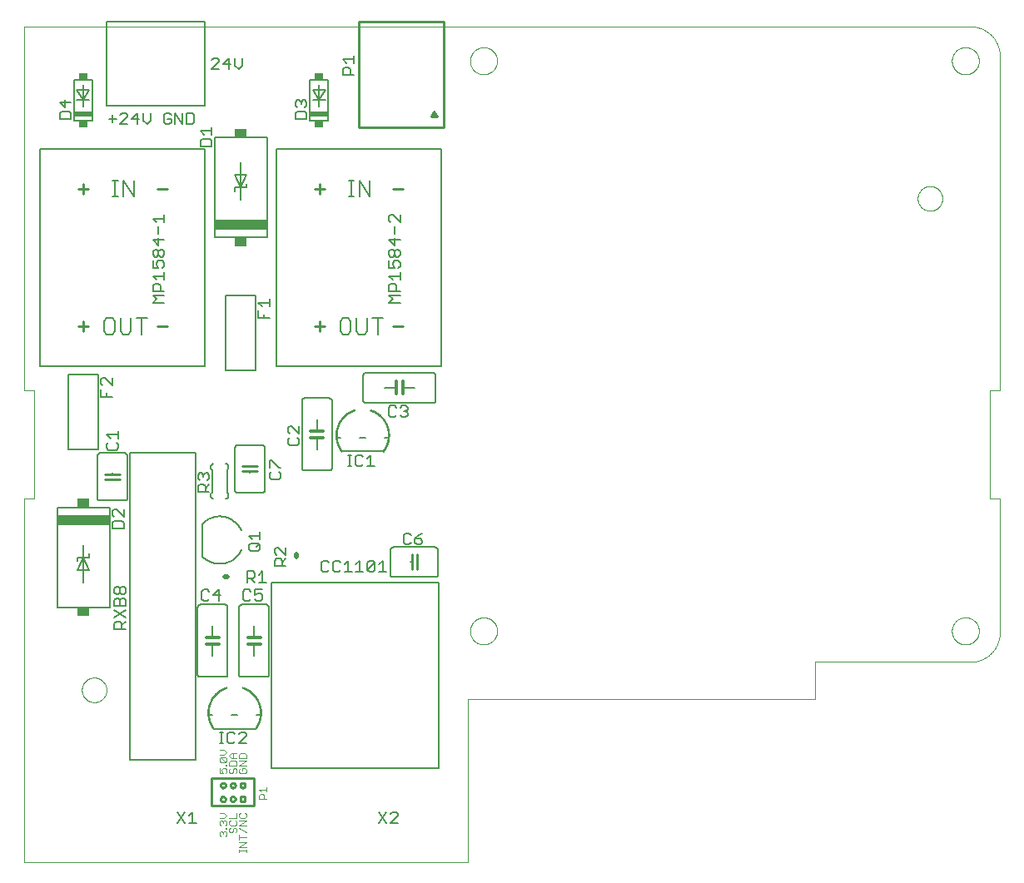
<source format=gto>
G75*
%MOIN*%
%OFA0B0*%
%FSLAX25Y25*%
%IPPOS*%
%LPD*%
%AMOC8*
5,1,8,0,0,1.08239X$1,22.5*
%
%ADD10C,0.00000*%
%ADD11C,0.01000*%
%ADD12C,0.00300*%
%ADD13C,0.00500*%
%ADD14C,0.01200*%
%ADD15C,0.00600*%
%ADD16R,0.05000X0.03500*%
%ADD17R,0.21000X0.04000*%
%ADD18R,0.07362X0.02000*%
%ADD19R,0.03346X0.02500*%
%ADD20C,0.00800*%
%ADD21C,0.00060*%
%ADD22C,0.02000*%
D10*
X0013297Y0027187D02*
X0013297Y0172857D01*
X0017234Y0172857D01*
X0017234Y0216164D01*
X0013297Y0216164D01*
X0013297Y0361833D01*
X0392037Y0361833D01*
X0392322Y0361830D01*
X0392608Y0361819D01*
X0392893Y0361802D01*
X0393177Y0361778D01*
X0393461Y0361747D01*
X0393744Y0361709D01*
X0394025Y0361664D01*
X0394306Y0361613D01*
X0394586Y0361555D01*
X0394864Y0361490D01*
X0395140Y0361418D01*
X0395414Y0361340D01*
X0395687Y0361255D01*
X0395957Y0361163D01*
X0396225Y0361065D01*
X0396491Y0360961D01*
X0396754Y0360850D01*
X0397014Y0360733D01*
X0397272Y0360610D01*
X0397526Y0360480D01*
X0397777Y0360344D01*
X0398025Y0360203D01*
X0398269Y0360055D01*
X0398510Y0359902D01*
X0398746Y0359742D01*
X0398979Y0359577D01*
X0399208Y0359407D01*
X0399433Y0359231D01*
X0399653Y0359049D01*
X0399869Y0358863D01*
X0400080Y0358671D01*
X0400287Y0358474D01*
X0400489Y0358272D01*
X0400686Y0358065D01*
X0400878Y0357854D01*
X0401064Y0357638D01*
X0401246Y0357418D01*
X0401422Y0357193D01*
X0401592Y0356964D01*
X0401757Y0356731D01*
X0401917Y0356495D01*
X0402070Y0356254D01*
X0402218Y0356010D01*
X0402359Y0355762D01*
X0402495Y0355511D01*
X0402625Y0355257D01*
X0402748Y0354999D01*
X0402865Y0354739D01*
X0402976Y0354476D01*
X0403080Y0354210D01*
X0403178Y0353942D01*
X0403270Y0353672D01*
X0403355Y0353399D01*
X0403433Y0353125D01*
X0403505Y0352849D01*
X0403570Y0352571D01*
X0403628Y0352291D01*
X0403679Y0352010D01*
X0403724Y0351729D01*
X0403762Y0351446D01*
X0403793Y0351162D01*
X0403817Y0350878D01*
X0403834Y0350593D01*
X0403845Y0350307D01*
X0403848Y0350022D01*
X0403848Y0216164D01*
X0399911Y0216164D01*
X0399911Y0172857D01*
X0403848Y0172857D01*
X0403848Y0119117D01*
X0403845Y0118832D01*
X0403834Y0118546D01*
X0403817Y0118261D01*
X0403793Y0117977D01*
X0403762Y0117693D01*
X0403724Y0117410D01*
X0403679Y0117129D01*
X0403628Y0116848D01*
X0403570Y0116568D01*
X0403505Y0116290D01*
X0403433Y0116014D01*
X0403355Y0115740D01*
X0403270Y0115467D01*
X0403178Y0115197D01*
X0403080Y0114929D01*
X0402976Y0114663D01*
X0402865Y0114400D01*
X0402748Y0114140D01*
X0402625Y0113882D01*
X0402495Y0113628D01*
X0402359Y0113377D01*
X0402218Y0113129D01*
X0402070Y0112885D01*
X0401917Y0112644D01*
X0401757Y0112408D01*
X0401592Y0112175D01*
X0401422Y0111946D01*
X0401246Y0111721D01*
X0401064Y0111501D01*
X0400878Y0111285D01*
X0400686Y0111074D01*
X0400489Y0110867D01*
X0400287Y0110665D01*
X0400080Y0110468D01*
X0399869Y0110276D01*
X0399653Y0110090D01*
X0399433Y0109908D01*
X0399208Y0109732D01*
X0398979Y0109562D01*
X0398746Y0109397D01*
X0398510Y0109237D01*
X0398269Y0109084D01*
X0398025Y0108936D01*
X0397777Y0108795D01*
X0397526Y0108659D01*
X0397272Y0108529D01*
X0397014Y0108406D01*
X0396754Y0108289D01*
X0396491Y0108178D01*
X0396225Y0108074D01*
X0395957Y0107976D01*
X0395687Y0107884D01*
X0395414Y0107799D01*
X0395140Y0107721D01*
X0394864Y0107649D01*
X0394586Y0107584D01*
X0394306Y0107526D01*
X0394025Y0107475D01*
X0393744Y0107430D01*
X0393461Y0107392D01*
X0393177Y0107361D01*
X0392893Y0107337D01*
X0392608Y0107320D01*
X0392322Y0107309D01*
X0392037Y0107306D01*
X0330029Y0107306D01*
X0330029Y0092542D01*
X0190856Y0092542D01*
X0190856Y0027187D01*
X0013297Y0027187D01*
X0036328Y0096085D02*
X0036330Y0096225D01*
X0036336Y0096365D01*
X0036346Y0096504D01*
X0036360Y0096643D01*
X0036378Y0096782D01*
X0036399Y0096920D01*
X0036425Y0097058D01*
X0036455Y0097195D01*
X0036488Y0097330D01*
X0036526Y0097465D01*
X0036567Y0097599D01*
X0036612Y0097732D01*
X0036660Y0097863D01*
X0036713Y0097992D01*
X0036769Y0098121D01*
X0036828Y0098247D01*
X0036892Y0098372D01*
X0036958Y0098495D01*
X0037029Y0098616D01*
X0037102Y0098735D01*
X0037179Y0098852D01*
X0037260Y0098966D01*
X0037343Y0099078D01*
X0037430Y0099188D01*
X0037520Y0099296D01*
X0037612Y0099400D01*
X0037708Y0099502D01*
X0037807Y0099602D01*
X0037908Y0099698D01*
X0038012Y0099792D01*
X0038119Y0099882D01*
X0038228Y0099969D01*
X0038340Y0100054D01*
X0038454Y0100135D01*
X0038570Y0100213D01*
X0038688Y0100287D01*
X0038809Y0100358D01*
X0038931Y0100426D01*
X0039056Y0100490D01*
X0039182Y0100551D01*
X0039309Y0100608D01*
X0039439Y0100661D01*
X0039570Y0100711D01*
X0039702Y0100756D01*
X0039835Y0100799D01*
X0039970Y0100837D01*
X0040105Y0100871D01*
X0040242Y0100902D01*
X0040379Y0100929D01*
X0040517Y0100951D01*
X0040656Y0100970D01*
X0040795Y0100985D01*
X0040934Y0100996D01*
X0041074Y0101003D01*
X0041214Y0101006D01*
X0041354Y0101005D01*
X0041494Y0101000D01*
X0041633Y0100991D01*
X0041773Y0100978D01*
X0041912Y0100961D01*
X0042050Y0100940D01*
X0042188Y0100916D01*
X0042325Y0100887D01*
X0042461Y0100855D01*
X0042596Y0100818D01*
X0042730Y0100778D01*
X0042863Y0100734D01*
X0042994Y0100686D01*
X0043124Y0100635D01*
X0043253Y0100580D01*
X0043380Y0100521D01*
X0043505Y0100458D01*
X0043628Y0100393D01*
X0043750Y0100323D01*
X0043869Y0100250D01*
X0043987Y0100174D01*
X0044102Y0100095D01*
X0044215Y0100012D01*
X0044325Y0099926D01*
X0044433Y0099837D01*
X0044538Y0099745D01*
X0044641Y0099650D01*
X0044741Y0099552D01*
X0044838Y0099452D01*
X0044932Y0099348D01*
X0045024Y0099242D01*
X0045112Y0099134D01*
X0045197Y0099023D01*
X0045279Y0098909D01*
X0045358Y0098793D01*
X0045433Y0098676D01*
X0045505Y0098556D01*
X0045573Y0098434D01*
X0045638Y0098310D01*
X0045700Y0098184D01*
X0045758Y0098057D01*
X0045812Y0097928D01*
X0045863Y0097797D01*
X0045909Y0097665D01*
X0045952Y0097532D01*
X0045992Y0097398D01*
X0046027Y0097263D01*
X0046059Y0097126D01*
X0046086Y0096989D01*
X0046110Y0096851D01*
X0046130Y0096713D01*
X0046146Y0096574D01*
X0046158Y0096434D01*
X0046166Y0096295D01*
X0046170Y0096155D01*
X0046170Y0096015D01*
X0046166Y0095875D01*
X0046158Y0095736D01*
X0046146Y0095596D01*
X0046130Y0095457D01*
X0046110Y0095319D01*
X0046086Y0095181D01*
X0046059Y0095044D01*
X0046027Y0094907D01*
X0045992Y0094772D01*
X0045952Y0094638D01*
X0045909Y0094505D01*
X0045863Y0094373D01*
X0045812Y0094242D01*
X0045758Y0094113D01*
X0045700Y0093986D01*
X0045638Y0093860D01*
X0045573Y0093736D01*
X0045505Y0093614D01*
X0045433Y0093494D01*
X0045358Y0093377D01*
X0045279Y0093261D01*
X0045197Y0093147D01*
X0045112Y0093036D01*
X0045024Y0092928D01*
X0044932Y0092822D01*
X0044838Y0092718D01*
X0044741Y0092618D01*
X0044641Y0092520D01*
X0044538Y0092425D01*
X0044433Y0092333D01*
X0044325Y0092244D01*
X0044215Y0092158D01*
X0044102Y0092075D01*
X0043987Y0091996D01*
X0043869Y0091920D01*
X0043750Y0091847D01*
X0043628Y0091777D01*
X0043505Y0091712D01*
X0043380Y0091649D01*
X0043253Y0091590D01*
X0043124Y0091535D01*
X0042994Y0091484D01*
X0042863Y0091436D01*
X0042730Y0091392D01*
X0042596Y0091352D01*
X0042461Y0091315D01*
X0042325Y0091283D01*
X0042188Y0091254D01*
X0042050Y0091230D01*
X0041912Y0091209D01*
X0041773Y0091192D01*
X0041633Y0091179D01*
X0041494Y0091170D01*
X0041354Y0091165D01*
X0041214Y0091164D01*
X0041074Y0091167D01*
X0040934Y0091174D01*
X0040795Y0091185D01*
X0040656Y0091200D01*
X0040517Y0091219D01*
X0040379Y0091241D01*
X0040242Y0091268D01*
X0040105Y0091299D01*
X0039970Y0091333D01*
X0039835Y0091371D01*
X0039702Y0091414D01*
X0039570Y0091459D01*
X0039439Y0091509D01*
X0039309Y0091562D01*
X0039182Y0091619D01*
X0039056Y0091680D01*
X0038931Y0091744D01*
X0038809Y0091812D01*
X0038688Y0091883D01*
X0038570Y0091957D01*
X0038454Y0092035D01*
X0038340Y0092116D01*
X0038228Y0092201D01*
X0038119Y0092288D01*
X0038012Y0092378D01*
X0037908Y0092472D01*
X0037807Y0092568D01*
X0037708Y0092668D01*
X0037612Y0092770D01*
X0037520Y0092874D01*
X0037430Y0092982D01*
X0037343Y0093092D01*
X0037260Y0093204D01*
X0037179Y0093318D01*
X0037102Y0093435D01*
X0037029Y0093554D01*
X0036958Y0093675D01*
X0036892Y0093798D01*
X0036828Y0093923D01*
X0036769Y0094049D01*
X0036713Y0094178D01*
X0036660Y0094307D01*
X0036612Y0094438D01*
X0036567Y0094571D01*
X0036526Y0094705D01*
X0036488Y0094840D01*
X0036455Y0094975D01*
X0036425Y0095112D01*
X0036399Y0095250D01*
X0036378Y0095388D01*
X0036360Y0095527D01*
X0036346Y0095666D01*
X0036336Y0095805D01*
X0036330Y0095945D01*
X0036328Y0096085D01*
X0191742Y0119707D02*
X0191744Y0119854D01*
X0191750Y0120000D01*
X0191760Y0120146D01*
X0191774Y0120292D01*
X0191792Y0120438D01*
X0191813Y0120583D01*
X0191839Y0120727D01*
X0191869Y0120871D01*
X0191902Y0121013D01*
X0191939Y0121155D01*
X0191980Y0121296D01*
X0192025Y0121435D01*
X0192074Y0121574D01*
X0192126Y0121711D01*
X0192183Y0121846D01*
X0192242Y0121980D01*
X0192306Y0122112D01*
X0192373Y0122242D01*
X0192443Y0122371D01*
X0192517Y0122498D01*
X0192594Y0122622D01*
X0192675Y0122745D01*
X0192759Y0122865D01*
X0192846Y0122983D01*
X0192936Y0123098D01*
X0193029Y0123211D01*
X0193126Y0123322D01*
X0193225Y0123430D01*
X0193327Y0123535D01*
X0193432Y0123637D01*
X0193540Y0123736D01*
X0193651Y0123833D01*
X0193764Y0123926D01*
X0193879Y0124016D01*
X0193997Y0124103D01*
X0194117Y0124187D01*
X0194240Y0124268D01*
X0194364Y0124345D01*
X0194491Y0124419D01*
X0194620Y0124489D01*
X0194750Y0124556D01*
X0194882Y0124620D01*
X0195016Y0124679D01*
X0195151Y0124736D01*
X0195288Y0124788D01*
X0195427Y0124837D01*
X0195566Y0124882D01*
X0195707Y0124923D01*
X0195849Y0124960D01*
X0195991Y0124993D01*
X0196135Y0125023D01*
X0196279Y0125049D01*
X0196424Y0125070D01*
X0196570Y0125088D01*
X0196716Y0125102D01*
X0196862Y0125112D01*
X0197008Y0125118D01*
X0197155Y0125120D01*
X0197302Y0125118D01*
X0197448Y0125112D01*
X0197594Y0125102D01*
X0197740Y0125088D01*
X0197886Y0125070D01*
X0198031Y0125049D01*
X0198175Y0125023D01*
X0198319Y0124993D01*
X0198461Y0124960D01*
X0198603Y0124923D01*
X0198744Y0124882D01*
X0198883Y0124837D01*
X0199022Y0124788D01*
X0199159Y0124736D01*
X0199294Y0124679D01*
X0199428Y0124620D01*
X0199560Y0124556D01*
X0199690Y0124489D01*
X0199819Y0124419D01*
X0199946Y0124345D01*
X0200070Y0124268D01*
X0200193Y0124187D01*
X0200313Y0124103D01*
X0200431Y0124016D01*
X0200546Y0123926D01*
X0200659Y0123833D01*
X0200770Y0123736D01*
X0200878Y0123637D01*
X0200983Y0123535D01*
X0201085Y0123430D01*
X0201184Y0123322D01*
X0201281Y0123211D01*
X0201374Y0123098D01*
X0201464Y0122983D01*
X0201551Y0122865D01*
X0201635Y0122745D01*
X0201716Y0122622D01*
X0201793Y0122498D01*
X0201867Y0122371D01*
X0201937Y0122242D01*
X0202004Y0122112D01*
X0202068Y0121980D01*
X0202127Y0121846D01*
X0202184Y0121711D01*
X0202236Y0121574D01*
X0202285Y0121435D01*
X0202330Y0121296D01*
X0202371Y0121155D01*
X0202408Y0121013D01*
X0202441Y0120871D01*
X0202471Y0120727D01*
X0202497Y0120583D01*
X0202518Y0120438D01*
X0202536Y0120292D01*
X0202550Y0120146D01*
X0202560Y0120000D01*
X0202566Y0119854D01*
X0202568Y0119707D01*
X0202566Y0119560D01*
X0202560Y0119414D01*
X0202550Y0119268D01*
X0202536Y0119122D01*
X0202518Y0118976D01*
X0202497Y0118831D01*
X0202471Y0118687D01*
X0202441Y0118543D01*
X0202408Y0118401D01*
X0202371Y0118259D01*
X0202330Y0118118D01*
X0202285Y0117979D01*
X0202236Y0117840D01*
X0202184Y0117703D01*
X0202127Y0117568D01*
X0202068Y0117434D01*
X0202004Y0117302D01*
X0201937Y0117172D01*
X0201867Y0117043D01*
X0201793Y0116916D01*
X0201716Y0116792D01*
X0201635Y0116669D01*
X0201551Y0116549D01*
X0201464Y0116431D01*
X0201374Y0116316D01*
X0201281Y0116203D01*
X0201184Y0116092D01*
X0201085Y0115984D01*
X0200983Y0115879D01*
X0200878Y0115777D01*
X0200770Y0115678D01*
X0200659Y0115581D01*
X0200546Y0115488D01*
X0200431Y0115398D01*
X0200313Y0115311D01*
X0200193Y0115227D01*
X0200070Y0115146D01*
X0199946Y0115069D01*
X0199819Y0114995D01*
X0199690Y0114925D01*
X0199560Y0114858D01*
X0199428Y0114794D01*
X0199294Y0114735D01*
X0199159Y0114678D01*
X0199022Y0114626D01*
X0198883Y0114577D01*
X0198744Y0114532D01*
X0198603Y0114491D01*
X0198461Y0114454D01*
X0198319Y0114421D01*
X0198175Y0114391D01*
X0198031Y0114365D01*
X0197886Y0114344D01*
X0197740Y0114326D01*
X0197594Y0114312D01*
X0197448Y0114302D01*
X0197302Y0114296D01*
X0197155Y0114294D01*
X0197008Y0114296D01*
X0196862Y0114302D01*
X0196716Y0114312D01*
X0196570Y0114326D01*
X0196424Y0114344D01*
X0196279Y0114365D01*
X0196135Y0114391D01*
X0195991Y0114421D01*
X0195849Y0114454D01*
X0195707Y0114491D01*
X0195566Y0114532D01*
X0195427Y0114577D01*
X0195288Y0114626D01*
X0195151Y0114678D01*
X0195016Y0114735D01*
X0194882Y0114794D01*
X0194750Y0114858D01*
X0194620Y0114925D01*
X0194491Y0114995D01*
X0194364Y0115069D01*
X0194240Y0115146D01*
X0194117Y0115227D01*
X0193997Y0115311D01*
X0193879Y0115398D01*
X0193764Y0115488D01*
X0193651Y0115581D01*
X0193540Y0115678D01*
X0193432Y0115777D01*
X0193327Y0115879D01*
X0193225Y0115984D01*
X0193126Y0116092D01*
X0193029Y0116203D01*
X0192936Y0116316D01*
X0192846Y0116431D01*
X0192759Y0116549D01*
X0192675Y0116669D01*
X0192594Y0116792D01*
X0192517Y0116916D01*
X0192443Y0117043D01*
X0192373Y0117172D01*
X0192306Y0117302D01*
X0192242Y0117434D01*
X0192183Y0117568D01*
X0192126Y0117703D01*
X0192074Y0117840D01*
X0192025Y0117979D01*
X0191980Y0118118D01*
X0191939Y0118259D01*
X0191902Y0118401D01*
X0191869Y0118543D01*
X0191839Y0118687D01*
X0191813Y0118831D01*
X0191792Y0118976D01*
X0191774Y0119122D01*
X0191760Y0119268D01*
X0191750Y0119414D01*
X0191744Y0119560D01*
X0191742Y0119707D01*
X0370974Y0292935D02*
X0370976Y0293075D01*
X0370982Y0293215D01*
X0370992Y0293354D01*
X0371006Y0293493D01*
X0371024Y0293632D01*
X0371045Y0293770D01*
X0371071Y0293908D01*
X0371101Y0294045D01*
X0371134Y0294180D01*
X0371172Y0294315D01*
X0371213Y0294449D01*
X0371258Y0294582D01*
X0371306Y0294713D01*
X0371359Y0294842D01*
X0371415Y0294971D01*
X0371474Y0295097D01*
X0371538Y0295222D01*
X0371604Y0295345D01*
X0371675Y0295466D01*
X0371748Y0295585D01*
X0371825Y0295702D01*
X0371906Y0295816D01*
X0371989Y0295928D01*
X0372076Y0296038D01*
X0372166Y0296146D01*
X0372258Y0296250D01*
X0372354Y0296352D01*
X0372453Y0296452D01*
X0372554Y0296548D01*
X0372658Y0296642D01*
X0372765Y0296732D01*
X0372874Y0296819D01*
X0372986Y0296904D01*
X0373100Y0296985D01*
X0373216Y0297063D01*
X0373334Y0297137D01*
X0373455Y0297208D01*
X0373577Y0297276D01*
X0373702Y0297340D01*
X0373828Y0297401D01*
X0373955Y0297458D01*
X0374085Y0297511D01*
X0374216Y0297561D01*
X0374348Y0297606D01*
X0374481Y0297649D01*
X0374616Y0297687D01*
X0374751Y0297721D01*
X0374888Y0297752D01*
X0375025Y0297779D01*
X0375163Y0297801D01*
X0375302Y0297820D01*
X0375441Y0297835D01*
X0375580Y0297846D01*
X0375720Y0297853D01*
X0375860Y0297856D01*
X0376000Y0297855D01*
X0376140Y0297850D01*
X0376279Y0297841D01*
X0376419Y0297828D01*
X0376558Y0297811D01*
X0376696Y0297790D01*
X0376834Y0297766D01*
X0376971Y0297737D01*
X0377107Y0297705D01*
X0377242Y0297668D01*
X0377376Y0297628D01*
X0377509Y0297584D01*
X0377640Y0297536D01*
X0377770Y0297485D01*
X0377899Y0297430D01*
X0378026Y0297371D01*
X0378151Y0297308D01*
X0378274Y0297243D01*
X0378396Y0297173D01*
X0378515Y0297100D01*
X0378633Y0297024D01*
X0378748Y0296945D01*
X0378861Y0296862D01*
X0378971Y0296776D01*
X0379079Y0296687D01*
X0379184Y0296595D01*
X0379287Y0296500D01*
X0379387Y0296402D01*
X0379484Y0296302D01*
X0379578Y0296198D01*
X0379670Y0296092D01*
X0379758Y0295984D01*
X0379843Y0295873D01*
X0379925Y0295759D01*
X0380004Y0295643D01*
X0380079Y0295526D01*
X0380151Y0295406D01*
X0380219Y0295284D01*
X0380284Y0295160D01*
X0380346Y0295034D01*
X0380404Y0294907D01*
X0380458Y0294778D01*
X0380509Y0294647D01*
X0380555Y0294515D01*
X0380598Y0294382D01*
X0380638Y0294248D01*
X0380673Y0294113D01*
X0380705Y0293976D01*
X0380732Y0293839D01*
X0380756Y0293701D01*
X0380776Y0293563D01*
X0380792Y0293424D01*
X0380804Y0293284D01*
X0380812Y0293145D01*
X0380816Y0293005D01*
X0380816Y0292865D01*
X0380812Y0292725D01*
X0380804Y0292586D01*
X0380792Y0292446D01*
X0380776Y0292307D01*
X0380756Y0292169D01*
X0380732Y0292031D01*
X0380705Y0291894D01*
X0380673Y0291757D01*
X0380638Y0291622D01*
X0380598Y0291488D01*
X0380555Y0291355D01*
X0380509Y0291223D01*
X0380458Y0291092D01*
X0380404Y0290963D01*
X0380346Y0290836D01*
X0380284Y0290710D01*
X0380219Y0290586D01*
X0380151Y0290464D01*
X0380079Y0290344D01*
X0380004Y0290227D01*
X0379925Y0290111D01*
X0379843Y0289997D01*
X0379758Y0289886D01*
X0379670Y0289778D01*
X0379578Y0289672D01*
X0379484Y0289568D01*
X0379387Y0289468D01*
X0379287Y0289370D01*
X0379184Y0289275D01*
X0379079Y0289183D01*
X0378971Y0289094D01*
X0378861Y0289008D01*
X0378748Y0288925D01*
X0378633Y0288846D01*
X0378515Y0288770D01*
X0378396Y0288697D01*
X0378274Y0288627D01*
X0378151Y0288562D01*
X0378026Y0288499D01*
X0377899Y0288440D01*
X0377770Y0288385D01*
X0377640Y0288334D01*
X0377509Y0288286D01*
X0377376Y0288242D01*
X0377242Y0288202D01*
X0377107Y0288165D01*
X0376971Y0288133D01*
X0376834Y0288104D01*
X0376696Y0288080D01*
X0376558Y0288059D01*
X0376419Y0288042D01*
X0376279Y0288029D01*
X0376140Y0288020D01*
X0376000Y0288015D01*
X0375860Y0288014D01*
X0375720Y0288017D01*
X0375580Y0288024D01*
X0375441Y0288035D01*
X0375302Y0288050D01*
X0375163Y0288069D01*
X0375025Y0288091D01*
X0374888Y0288118D01*
X0374751Y0288149D01*
X0374616Y0288183D01*
X0374481Y0288221D01*
X0374348Y0288264D01*
X0374216Y0288309D01*
X0374085Y0288359D01*
X0373955Y0288412D01*
X0373828Y0288469D01*
X0373702Y0288530D01*
X0373577Y0288594D01*
X0373455Y0288662D01*
X0373334Y0288733D01*
X0373216Y0288807D01*
X0373100Y0288885D01*
X0372986Y0288966D01*
X0372874Y0289051D01*
X0372765Y0289138D01*
X0372658Y0289228D01*
X0372554Y0289322D01*
X0372453Y0289418D01*
X0372354Y0289518D01*
X0372258Y0289620D01*
X0372166Y0289724D01*
X0372076Y0289832D01*
X0371989Y0289942D01*
X0371906Y0290054D01*
X0371825Y0290168D01*
X0371748Y0290285D01*
X0371675Y0290404D01*
X0371604Y0290525D01*
X0371538Y0290648D01*
X0371474Y0290773D01*
X0371415Y0290899D01*
X0371359Y0291028D01*
X0371306Y0291157D01*
X0371258Y0291288D01*
X0371213Y0291421D01*
X0371172Y0291555D01*
X0371134Y0291690D01*
X0371101Y0291825D01*
X0371071Y0291962D01*
X0371045Y0292100D01*
X0371024Y0292238D01*
X0371006Y0292377D01*
X0370992Y0292516D01*
X0370982Y0292655D01*
X0370976Y0292795D01*
X0370974Y0292935D01*
X0384655Y0348054D02*
X0384657Y0348201D01*
X0384663Y0348347D01*
X0384673Y0348493D01*
X0384687Y0348639D01*
X0384705Y0348785D01*
X0384726Y0348930D01*
X0384752Y0349074D01*
X0384782Y0349218D01*
X0384815Y0349360D01*
X0384852Y0349502D01*
X0384893Y0349643D01*
X0384938Y0349782D01*
X0384987Y0349921D01*
X0385039Y0350058D01*
X0385096Y0350193D01*
X0385155Y0350327D01*
X0385219Y0350459D01*
X0385286Y0350589D01*
X0385356Y0350718D01*
X0385430Y0350845D01*
X0385507Y0350969D01*
X0385588Y0351092D01*
X0385672Y0351212D01*
X0385759Y0351330D01*
X0385849Y0351445D01*
X0385942Y0351558D01*
X0386039Y0351669D01*
X0386138Y0351777D01*
X0386240Y0351882D01*
X0386345Y0351984D01*
X0386453Y0352083D01*
X0386564Y0352180D01*
X0386677Y0352273D01*
X0386792Y0352363D01*
X0386910Y0352450D01*
X0387030Y0352534D01*
X0387153Y0352615D01*
X0387277Y0352692D01*
X0387404Y0352766D01*
X0387533Y0352836D01*
X0387663Y0352903D01*
X0387795Y0352967D01*
X0387929Y0353026D01*
X0388064Y0353083D01*
X0388201Y0353135D01*
X0388340Y0353184D01*
X0388479Y0353229D01*
X0388620Y0353270D01*
X0388762Y0353307D01*
X0388904Y0353340D01*
X0389048Y0353370D01*
X0389192Y0353396D01*
X0389337Y0353417D01*
X0389483Y0353435D01*
X0389629Y0353449D01*
X0389775Y0353459D01*
X0389921Y0353465D01*
X0390068Y0353467D01*
X0390215Y0353465D01*
X0390361Y0353459D01*
X0390507Y0353449D01*
X0390653Y0353435D01*
X0390799Y0353417D01*
X0390944Y0353396D01*
X0391088Y0353370D01*
X0391232Y0353340D01*
X0391374Y0353307D01*
X0391516Y0353270D01*
X0391657Y0353229D01*
X0391796Y0353184D01*
X0391935Y0353135D01*
X0392072Y0353083D01*
X0392207Y0353026D01*
X0392341Y0352967D01*
X0392473Y0352903D01*
X0392603Y0352836D01*
X0392732Y0352766D01*
X0392859Y0352692D01*
X0392983Y0352615D01*
X0393106Y0352534D01*
X0393226Y0352450D01*
X0393344Y0352363D01*
X0393459Y0352273D01*
X0393572Y0352180D01*
X0393683Y0352083D01*
X0393791Y0351984D01*
X0393896Y0351882D01*
X0393998Y0351777D01*
X0394097Y0351669D01*
X0394194Y0351558D01*
X0394287Y0351445D01*
X0394377Y0351330D01*
X0394464Y0351212D01*
X0394548Y0351092D01*
X0394629Y0350969D01*
X0394706Y0350845D01*
X0394780Y0350718D01*
X0394850Y0350589D01*
X0394917Y0350459D01*
X0394981Y0350327D01*
X0395040Y0350193D01*
X0395097Y0350058D01*
X0395149Y0349921D01*
X0395198Y0349782D01*
X0395243Y0349643D01*
X0395284Y0349502D01*
X0395321Y0349360D01*
X0395354Y0349218D01*
X0395384Y0349074D01*
X0395410Y0348930D01*
X0395431Y0348785D01*
X0395449Y0348639D01*
X0395463Y0348493D01*
X0395473Y0348347D01*
X0395479Y0348201D01*
X0395481Y0348054D01*
X0395479Y0347907D01*
X0395473Y0347761D01*
X0395463Y0347615D01*
X0395449Y0347469D01*
X0395431Y0347323D01*
X0395410Y0347178D01*
X0395384Y0347034D01*
X0395354Y0346890D01*
X0395321Y0346748D01*
X0395284Y0346606D01*
X0395243Y0346465D01*
X0395198Y0346326D01*
X0395149Y0346187D01*
X0395097Y0346050D01*
X0395040Y0345915D01*
X0394981Y0345781D01*
X0394917Y0345649D01*
X0394850Y0345519D01*
X0394780Y0345390D01*
X0394706Y0345263D01*
X0394629Y0345139D01*
X0394548Y0345016D01*
X0394464Y0344896D01*
X0394377Y0344778D01*
X0394287Y0344663D01*
X0394194Y0344550D01*
X0394097Y0344439D01*
X0393998Y0344331D01*
X0393896Y0344226D01*
X0393791Y0344124D01*
X0393683Y0344025D01*
X0393572Y0343928D01*
X0393459Y0343835D01*
X0393344Y0343745D01*
X0393226Y0343658D01*
X0393106Y0343574D01*
X0392983Y0343493D01*
X0392859Y0343416D01*
X0392732Y0343342D01*
X0392603Y0343272D01*
X0392473Y0343205D01*
X0392341Y0343141D01*
X0392207Y0343082D01*
X0392072Y0343025D01*
X0391935Y0342973D01*
X0391796Y0342924D01*
X0391657Y0342879D01*
X0391516Y0342838D01*
X0391374Y0342801D01*
X0391232Y0342768D01*
X0391088Y0342738D01*
X0390944Y0342712D01*
X0390799Y0342691D01*
X0390653Y0342673D01*
X0390507Y0342659D01*
X0390361Y0342649D01*
X0390215Y0342643D01*
X0390068Y0342641D01*
X0389921Y0342643D01*
X0389775Y0342649D01*
X0389629Y0342659D01*
X0389483Y0342673D01*
X0389337Y0342691D01*
X0389192Y0342712D01*
X0389048Y0342738D01*
X0388904Y0342768D01*
X0388762Y0342801D01*
X0388620Y0342838D01*
X0388479Y0342879D01*
X0388340Y0342924D01*
X0388201Y0342973D01*
X0388064Y0343025D01*
X0387929Y0343082D01*
X0387795Y0343141D01*
X0387663Y0343205D01*
X0387533Y0343272D01*
X0387404Y0343342D01*
X0387277Y0343416D01*
X0387153Y0343493D01*
X0387030Y0343574D01*
X0386910Y0343658D01*
X0386792Y0343745D01*
X0386677Y0343835D01*
X0386564Y0343928D01*
X0386453Y0344025D01*
X0386345Y0344124D01*
X0386240Y0344226D01*
X0386138Y0344331D01*
X0386039Y0344439D01*
X0385942Y0344550D01*
X0385849Y0344663D01*
X0385759Y0344778D01*
X0385672Y0344896D01*
X0385588Y0345016D01*
X0385507Y0345139D01*
X0385430Y0345263D01*
X0385356Y0345390D01*
X0385286Y0345519D01*
X0385219Y0345649D01*
X0385155Y0345781D01*
X0385096Y0345915D01*
X0385039Y0346050D01*
X0384987Y0346187D01*
X0384938Y0346326D01*
X0384893Y0346465D01*
X0384852Y0346606D01*
X0384815Y0346748D01*
X0384782Y0346890D01*
X0384752Y0347034D01*
X0384726Y0347178D01*
X0384705Y0347323D01*
X0384687Y0347469D01*
X0384673Y0347615D01*
X0384663Y0347761D01*
X0384657Y0347907D01*
X0384655Y0348054D01*
X0191742Y0348054D02*
X0191744Y0348201D01*
X0191750Y0348347D01*
X0191760Y0348493D01*
X0191774Y0348639D01*
X0191792Y0348785D01*
X0191813Y0348930D01*
X0191839Y0349074D01*
X0191869Y0349218D01*
X0191902Y0349360D01*
X0191939Y0349502D01*
X0191980Y0349643D01*
X0192025Y0349782D01*
X0192074Y0349921D01*
X0192126Y0350058D01*
X0192183Y0350193D01*
X0192242Y0350327D01*
X0192306Y0350459D01*
X0192373Y0350589D01*
X0192443Y0350718D01*
X0192517Y0350845D01*
X0192594Y0350969D01*
X0192675Y0351092D01*
X0192759Y0351212D01*
X0192846Y0351330D01*
X0192936Y0351445D01*
X0193029Y0351558D01*
X0193126Y0351669D01*
X0193225Y0351777D01*
X0193327Y0351882D01*
X0193432Y0351984D01*
X0193540Y0352083D01*
X0193651Y0352180D01*
X0193764Y0352273D01*
X0193879Y0352363D01*
X0193997Y0352450D01*
X0194117Y0352534D01*
X0194240Y0352615D01*
X0194364Y0352692D01*
X0194491Y0352766D01*
X0194620Y0352836D01*
X0194750Y0352903D01*
X0194882Y0352967D01*
X0195016Y0353026D01*
X0195151Y0353083D01*
X0195288Y0353135D01*
X0195427Y0353184D01*
X0195566Y0353229D01*
X0195707Y0353270D01*
X0195849Y0353307D01*
X0195991Y0353340D01*
X0196135Y0353370D01*
X0196279Y0353396D01*
X0196424Y0353417D01*
X0196570Y0353435D01*
X0196716Y0353449D01*
X0196862Y0353459D01*
X0197008Y0353465D01*
X0197155Y0353467D01*
X0197302Y0353465D01*
X0197448Y0353459D01*
X0197594Y0353449D01*
X0197740Y0353435D01*
X0197886Y0353417D01*
X0198031Y0353396D01*
X0198175Y0353370D01*
X0198319Y0353340D01*
X0198461Y0353307D01*
X0198603Y0353270D01*
X0198744Y0353229D01*
X0198883Y0353184D01*
X0199022Y0353135D01*
X0199159Y0353083D01*
X0199294Y0353026D01*
X0199428Y0352967D01*
X0199560Y0352903D01*
X0199690Y0352836D01*
X0199819Y0352766D01*
X0199946Y0352692D01*
X0200070Y0352615D01*
X0200193Y0352534D01*
X0200313Y0352450D01*
X0200431Y0352363D01*
X0200546Y0352273D01*
X0200659Y0352180D01*
X0200770Y0352083D01*
X0200878Y0351984D01*
X0200983Y0351882D01*
X0201085Y0351777D01*
X0201184Y0351669D01*
X0201281Y0351558D01*
X0201374Y0351445D01*
X0201464Y0351330D01*
X0201551Y0351212D01*
X0201635Y0351092D01*
X0201716Y0350969D01*
X0201793Y0350845D01*
X0201867Y0350718D01*
X0201937Y0350589D01*
X0202004Y0350459D01*
X0202068Y0350327D01*
X0202127Y0350193D01*
X0202184Y0350058D01*
X0202236Y0349921D01*
X0202285Y0349782D01*
X0202330Y0349643D01*
X0202371Y0349502D01*
X0202408Y0349360D01*
X0202441Y0349218D01*
X0202471Y0349074D01*
X0202497Y0348930D01*
X0202518Y0348785D01*
X0202536Y0348639D01*
X0202550Y0348493D01*
X0202560Y0348347D01*
X0202566Y0348201D01*
X0202568Y0348054D01*
X0202566Y0347907D01*
X0202560Y0347761D01*
X0202550Y0347615D01*
X0202536Y0347469D01*
X0202518Y0347323D01*
X0202497Y0347178D01*
X0202471Y0347034D01*
X0202441Y0346890D01*
X0202408Y0346748D01*
X0202371Y0346606D01*
X0202330Y0346465D01*
X0202285Y0346326D01*
X0202236Y0346187D01*
X0202184Y0346050D01*
X0202127Y0345915D01*
X0202068Y0345781D01*
X0202004Y0345649D01*
X0201937Y0345519D01*
X0201867Y0345390D01*
X0201793Y0345263D01*
X0201716Y0345139D01*
X0201635Y0345016D01*
X0201551Y0344896D01*
X0201464Y0344778D01*
X0201374Y0344663D01*
X0201281Y0344550D01*
X0201184Y0344439D01*
X0201085Y0344331D01*
X0200983Y0344226D01*
X0200878Y0344124D01*
X0200770Y0344025D01*
X0200659Y0343928D01*
X0200546Y0343835D01*
X0200431Y0343745D01*
X0200313Y0343658D01*
X0200193Y0343574D01*
X0200070Y0343493D01*
X0199946Y0343416D01*
X0199819Y0343342D01*
X0199690Y0343272D01*
X0199560Y0343205D01*
X0199428Y0343141D01*
X0199294Y0343082D01*
X0199159Y0343025D01*
X0199022Y0342973D01*
X0198883Y0342924D01*
X0198744Y0342879D01*
X0198603Y0342838D01*
X0198461Y0342801D01*
X0198319Y0342768D01*
X0198175Y0342738D01*
X0198031Y0342712D01*
X0197886Y0342691D01*
X0197740Y0342673D01*
X0197594Y0342659D01*
X0197448Y0342649D01*
X0197302Y0342643D01*
X0197155Y0342641D01*
X0197008Y0342643D01*
X0196862Y0342649D01*
X0196716Y0342659D01*
X0196570Y0342673D01*
X0196424Y0342691D01*
X0196279Y0342712D01*
X0196135Y0342738D01*
X0195991Y0342768D01*
X0195849Y0342801D01*
X0195707Y0342838D01*
X0195566Y0342879D01*
X0195427Y0342924D01*
X0195288Y0342973D01*
X0195151Y0343025D01*
X0195016Y0343082D01*
X0194882Y0343141D01*
X0194750Y0343205D01*
X0194620Y0343272D01*
X0194491Y0343342D01*
X0194364Y0343416D01*
X0194240Y0343493D01*
X0194117Y0343574D01*
X0193997Y0343658D01*
X0193879Y0343745D01*
X0193764Y0343835D01*
X0193651Y0343928D01*
X0193540Y0344025D01*
X0193432Y0344124D01*
X0193327Y0344226D01*
X0193225Y0344331D01*
X0193126Y0344439D01*
X0193029Y0344550D01*
X0192936Y0344663D01*
X0192846Y0344778D01*
X0192759Y0344896D01*
X0192675Y0345016D01*
X0192594Y0345139D01*
X0192517Y0345263D01*
X0192443Y0345390D01*
X0192373Y0345519D01*
X0192306Y0345649D01*
X0192242Y0345781D01*
X0192183Y0345915D01*
X0192126Y0346050D01*
X0192074Y0346187D01*
X0192025Y0346326D01*
X0191980Y0346465D01*
X0191939Y0346606D01*
X0191902Y0346748D01*
X0191869Y0346890D01*
X0191839Y0347034D01*
X0191813Y0347178D01*
X0191792Y0347323D01*
X0191774Y0347469D01*
X0191760Y0347615D01*
X0191750Y0347761D01*
X0191744Y0347907D01*
X0191742Y0348054D01*
X0384655Y0119707D02*
X0384657Y0119854D01*
X0384663Y0120000D01*
X0384673Y0120146D01*
X0384687Y0120292D01*
X0384705Y0120438D01*
X0384726Y0120583D01*
X0384752Y0120727D01*
X0384782Y0120871D01*
X0384815Y0121013D01*
X0384852Y0121155D01*
X0384893Y0121296D01*
X0384938Y0121435D01*
X0384987Y0121574D01*
X0385039Y0121711D01*
X0385096Y0121846D01*
X0385155Y0121980D01*
X0385219Y0122112D01*
X0385286Y0122242D01*
X0385356Y0122371D01*
X0385430Y0122498D01*
X0385507Y0122622D01*
X0385588Y0122745D01*
X0385672Y0122865D01*
X0385759Y0122983D01*
X0385849Y0123098D01*
X0385942Y0123211D01*
X0386039Y0123322D01*
X0386138Y0123430D01*
X0386240Y0123535D01*
X0386345Y0123637D01*
X0386453Y0123736D01*
X0386564Y0123833D01*
X0386677Y0123926D01*
X0386792Y0124016D01*
X0386910Y0124103D01*
X0387030Y0124187D01*
X0387153Y0124268D01*
X0387277Y0124345D01*
X0387404Y0124419D01*
X0387533Y0124489D01*
X0387663Y0124556D01*
X0387795Y0124620D01*
X0387929Y0124679D01*
X0388064Y0124736D01*
X0388201Y0124788D01*
X0388340Y0124837D01*
X0388479Y0124882D01*
X0388620Y0124923D01*
X0388762Y0124960D01*
X0388904Y0124993D01*
X0389048Y0125023D01*
X0389192Y0125049D01*
X0389337Y0125070D01*
X0389483Y0125088D01*
X0389629Y0125102D01*
X0389775Y0125112D01*
X0389921Y0125118D01*
X0390068Y0125120D01*
X0390215Y0125118D01*
X0390361Y0125112D01*
X0390507Y0125102D01*
X0390653Y0125088D01*
X0390799Y0125070D01*
X0390944Y0125049D01*
X0391088Y0125023D01*
X0391232Y0124993D01*
X0391374Y0124960D01*
X0391516Y0124923D01*
X0391657Y0124882D01*
X0391796Y0124837D01*
X0391935Y0124788D01*
X0392072Y0124736D01*
X0392207Y0124679D01*
X0392341Y0124620D01*
X0392473Y0124556D01*
X0392603Y0124489D01*
X0392732Y0124419D01*
X0392859Y0124345D01*
X0392983Y0124268D01*
X0393106Y0124187D01*
X0393226Y0124103D01*
X0393344Y0124016D01*
X0393459Y0123926D01*
X0393572Y0123833D01*
X0393683Y0123736D01*
X0393791Y0123637D01*
X0393896Y0123535D01*
X0393998Y0123430D01*
X0394097Y0123322D01*
X0394194Y0123211D01*
X0394287Y0123098D01*
X0394377Y0122983D01*
X0394464Y0122865D01*
X0394548Y0122745D01*
X0394629Y0122622D01*
X0394706Y0122498D01*
X0394780Y0122371D01*
X0394850Y0122242D01*
X0394917Y0122112D01*
X0394981Y0121980D01*
X0395040Y0121846D01*
X0395097Y0121711D01*
X0395149Y0121574D01*
X0395198Y0121435D01*
X0395243Y0121296D01*
X0395284Y0121155D01*
X0395321Y0121013D01*
X0395354Y0120871D01*
X0395384Y0120727D01*
X0395410Y0120583D01*
X0395431Y0120438D01*
X0395449Y0120292D01*
X0395463Y0120146D01*
X0395473Y0120000D01*
X0395479Y0119854D01*
X0395481Y0119707D01*
X0395479Y0119560D01*
X0395473Y0119414D01*
X0395463Y0119268D01*
X0395449Y0119122D01*
X0395431Y0118976D01*
X0395410Y0118831D01*
X0395384Y0118687D01*
X0395354Y0118543D01*
X0395321Y0118401D01*
X0395284Y0118259D01*
X0395243Y0118118D01*
X0395198Y0117979D01*
X0395149Y0117840D01*
X0395097Y0117703D01*
X0395040Y0117568D01*
X0394981Y0117434D01*
X0394917Y0117302D01*
X0394850Y0117172D01*
X0394780Y0117043D01*
X0394706Y0116916D01*
X0394629Y0116792D01*
X0394548Y0116669D01*
X0394464Y0116549D01*
X0394377Y0116431D01*
X0394287Y0116316D01*
X0394194Y0116203D01*
X0394097Y0116092D01*
X0393998Y0115984D01*
X0393896Y0115879D01*
X0393791Y0115777D01*
X0393683Y0115678D01*
X0393572Y0115581D01*
X0393459Y0115488D01*
X0393344Y0115398D01*
X0393226Y0115311D01*
X0393106Y0115227D01*
X0392983Y0115146D01*
X0392859Y0115069D01*
X0392732Y0114995D01*
X0392603Y0114925D01*
X0392473Y0114858D01*
X0392341Y0114794D01*
X0392207Y0114735D01*
X0392072Y0114678D01*
X0391935Y0114626D01*
X0391796Y0114577D01*
X0391657Y0114532D01*
X0391516Y0114491D01*
X0391374Y0114454D01*
X0391232Y0114421D01*
X0391088Y0114391D01*
X0390944Y0114365D01*
X0390799Y0114344D01*
X0390653Y0114326D01*
X0390507Y0114312D01*
X0390361Y0114302D01*
X0390215Y0114296D01*
X0390068Y0114294D01*
X0389921Y0114296D01*
X0389775Y0114302D01*
X0389629Y0114312D01*
X0389483Y0114326D01*
X0389337Y0114344D01*
X0389192Y0114365D01*
X0389048Y0114391D01*
X0388904Y0114421D01*
X0388762Y0114454D01*
X0388620Y0114491D01*
X0388479Y0114532D01*
X0388340Y0114577D01*
X0388201Y0114626D01*
X0388064Y0114678D01*
X0387929Y0114735D01*
X0387795Y0114794D01*
X0387663Y0114858D01*
X0387533Y0114925D01*
X0387404Y0114995D01*
X0387277Y0115069D01*
X0387153Y0115146D01*
X0387030Y0115227D01*
X0386910Y0115311D01*
X0386792Y0115398D01*
X0386677Y0115488D01*
X0386564Y0115581D01*
X0386453Y0115678D01*
X0386345Y0115777D01*
X0386240Y0115879D01*
X0386138Y0115984D01*
X0386039Y0116092D01*
X0385942Y0116203D01*
X0385849Y0116316D01*
X0385759Y0116431D01*
X0385672Y0116549D01*
X0385588Y0116669D01*
X0385507Y0116792D01*
X0385430Y0116916D01*
X0385356Y0117043D01*
X0385286Y0117172D01*
X0385219Y0117302D01*
X0385155Y0117434D01*
X0385096Y0117568D01*
X0385039Y0117703D01*
X0384987Y0117840D01*
X0384938Y0117979D01*
X0384893Y0118118D01*
X0384852Y0118259D01*
X0384815Y0118401D01*
X0384782Y0118543D01*
X0384752Y0118687D01*
X0384726Y0118831D01*
X0384705Y0118976D01*
X0384687Y0119122D01*
X0384673Y0119268D01*
X0384663Y0119414D01*
X0384657Y0119560D01*
X0384655Y0119707D01*
D11*
X0170399Y0144266D02*
X0170399Y0147266D01*
X0170399Y0150266D01*
X0168399Y0150266D02*
X0168399Y0147266D01*
X0168399Y0144266D01*
X0106651Y0183707D02*
X0103651Y0183707D01*
X0100651Y0183707D01*
X0100651Y0185707D02*
X0103651Y0185707D01*
X0106651Y0185707D01*
X0051533Y0182518D02*
X0048533Y0182518D01*
X0045533Y0182518D01*
X0045533Y0180518D02*
X0048533Y0180518D01*
X0051533Y0180518D01*
X0036919Y0239786D02*
X0036919Y0243723D01*
X0038887Y0241754D02*
X0034950Y0241754D01*
X0066446Y0241754D02*
X0070383Y0241754D01*
X0129438Y0241754D02*
X0133375Y0241754D01*
X0131407Y0239786D02*
X0131407Y0243723D01*
X0160934Y0241754D02*
X0164871Y0241754D01*
X0164871Y0296872D02*
X0160934Y0296872D01*
X0133375Y0296872D02*
X0129438Y0296872D01*
X0131407Y0294904D02*
X0131407Y0298841D01*
X0147352Y0321479D02*
X0147352Y0363605D01*
X0181210Y0363605D01*
X0181210Y0321479D01*
X0147352Y0321479D01*
X0176092Y0325809D02*
X0178454Y0325809D01*
X0177273Y0327778D01*
X0176092Y0325809D01*
X0176599Y0326655D02*
X0177947Y0326655D01*
X0177347Y0327654D02*
X0177198Y0327654D01*
X0070383Y0296872D02*
X0066446Y0296872D01*
X0038887Y0296872D02*
X0034950Y0296872D01*
X0036919Y0294904D02*
X0036919Y0298841D01*
X0088297Y0060652D02*
X0088297Y0049628D01*
X0105226Y0049628D01*
X0105226Y0060652D01*
X0088297Y0060652D01*
X0091840Y0057896D02*
X0091842Y0057958D01*
X0091848Y0058021D01*
X0091858Y0058082D01*
X0091872Y0058143D01*
X0091889Y0058203D01*
X0091910Y0058262D01*
X0091936Y0058319D01*
X0091964Y0058374D01*
X0091996Y0058428D01*
X0092032Y0058479D01*
X0092070Y0058529D01*
X0092112Y0058575D01*
X0092156Y0058619D01*
X0092204Y0058660D01*
X0092253Y0058698D01*
X0092305Y0058732D01*
X0092359Y0058763D01*
X0092415Y0058791D01*
X0092473Y0058815D01*
X0092532Y0058836D01*
X0092592Y0058852D01*
X0092653Y0058865D01*
X0092715Y0058874D01*
X0092777Y0058879D01*
X0092840Y0058880D01*
X0092902Y0058877D01*
X0092964Y0058870D01*
X0093026Y0058859D01*
X0093086Y0058844D01*
X0093146Y0058826D01*
X0093204Y0058804D01*
X0093261Y0058778D01*
X0093316Y0058748D01*
X0093369Y0058715D01*
X0093420Y0058679D01*
X0093468Y0058640D01*
X0093514Y0058597D01*
X0093557Y0058552D01*
X0093597Y0058504D01*
X0093634Y0058454D01*
X0093668Y0058401D01*
X0093699Y0058347D01*
X0093725Y0058291D01*
X0093749Y0058233D01*
X0093768Y0058173D01*
X0093784Y0058113D01*
X0093796Y0058051D01*
X0093804Y0057990D01*
X0093808Y0057927D01*
X0093808Y0057865D01*
X0093804Y0057802D01*
X0093796Y0057741D01*
X0093784Y0057679D01*
X0093768Y0057619D01*
X0093749Y0057559D01*
X0093725Y0057501D01*
X0093699Y0057445D01*
X0093668Y0057391D01*
X0093634Y0057338D01*
X0093597Y0057288D01*
X0093557Y0057240D01*
X0093514Y0057195D01*
X0093468Y0057152D01*
X0093420Y0057113D01*
X0093369Y0057077D01*
X0093316Y0057044D01*
X0093261Y0057014D01*
X0093204Y0056988D01*
X0093146Y0056966D01*
X0093086Y0056948D01*
X0093026Y0056933D01*
X0092964Y0056922D01*
X0092902Y0056915D01*
X0092840Y0056912D01*
X0092777Y0056913D01*
X0092715Y0056918D01*
X0092653Y0056927D01*
X0092592Y0056940D01*
X0092532Y0056956D01*
X0092473Y0056977D01*
X0092415Y0057001D01*
X0092359Y0057029D01*
X0092305Y0057060D01*
X0092253Y0057094D01*
X0092204Y0057132D01*
X0092156Y0057173D01*
X0092112Y0057217D01*
X0092070Y0057263D01*
X0092032Y0057313D01*
X0091996Y0057364D01*
X0091964Y0057418D01*
X0091936Y0057473D01*
X0091910Y0057530D01*
X0091889Y0057589D01*
X0091872Y0057649D01*
X0091858Y0057710D01*
X0091848Y0057771D01*
X0091842Y0057834D01*
X0091840Y0057896D01*
X0095777Y0057896D02*
X0095779Y0057958D01*
X0095785Y0058021D01*
X0095795Y0058082D01*
X0095809Y0058143D01*
X0095826Y0058203D01*
X0095847Y0058262D01*
X0095873Y0058319D01*
X0095901Y0058374D01*
X0095933Y0058428D01*
X0095969Y0058479D01*
X0096007Y0058529D01*
X0096049Y0058575D01*
X0096093Y0058619D01*
X0096141Y0058660D01*
X0096190Y0058698D01*
X0096242Y0058732D01*
X0096296Y0058763D01*
X0096352Y0058791D01*
X0096410Y0058815D01*
X0096469Y0058836D01*
X0096529Y0058852D01*
X0096590Y0058865D01*
X0096652Y0058874D01*
X0096714Y0058879D01*
X0096777Y0058880D01*
X0096839Y0058877D01*
X0096901Y0058870D01*
X0096963Y0058859D01*
X0097023Y0058844D01*
X0097083Y0058826D01*
X0097141Y0058804D01*
X0097198Y0058778D01*
X0097253Y0058748D01*
X0097306Y0058715D01*
X0097357Y0058679D01*
X0097405Y0058640D01*
X0097451Y0058597D01*
X0097494Y0058552D01*
X0097534Y0058504D01*
X0097571Y0058454D01*
X0097605Y0058401D01*
X0097636Y0058347D01*
X0097662Y0058291D01*
X0097686Y0058233D01*
X0097705Y0058173D01*
X0097721Y0058113D01*
X0097733Y0058051D01*
X0097741Y0057990D01*
X0097745Y0057927D01*
X0097745Y0057865D01*
X0097741Y0057802D01*
X0097733Y0057741D01*
X0097721Y0057679D01*
X0097705Y0057619D01*
X0097686Y0057559D01*
X0097662Y0057501D01*
X0097636Y0057445D01*
X0097605Y0057391D01*
X0097571Y0057338D01*
X0097534Y0057288D01*
X0097494Y0057240D01*
X0097451Y0057195D01*
X0097405Y0057152D01*
X0097357Y0057113D01*
X0097306Y0057077D01*
X0097253Y0057044D01*
X0097198Y0057014D01*
X0097141Y0056988D01*
X0097083Y0056966D01*
X0097023Y0056948D01*
X0096963Y0056933D01*
X0096901Y0056922D01*
X0096839Y0056915D01*
X0096777Y0056912D01*
X0096714Y0056913D01*
X0096652Y0056918D01*
X0096590Y0056927D01*
X0096529Y0056940D01*
X0096469Y0056956D01*
X0096410Y0056977D01*
X0096352Y0057001D01*
X0096296Y0057029D01*
X0096242Y0057060D01*
X0096190Y0057094D01*
X0096141Y0057132D01*
X0096093Y0057173D01*
X0096049Y0057217D01*
X0096007Y0057263D01*
X0095969Y0057313D01*
X0095933Y0057364D01*
X0095901Y0057418D01*
X0095873Y0057473D01*
X0095847Y0057530D01*
X0095826Y0057589D01*
X0095809Y0057649D01*
X0095795Y0057710D01*
X0095785Y0057771D01*
X0095779Y0057834D01*
X0095777Y0057896D01*
X0099714Y0057896D02*
X0099716Y0057958D01*
X0099722Y0058021D01*
X0099732Y0058082D01*
X0099746Y0058143D01*
X0099763Y0058203D01*
X0099784Y0058262D01*
X0099810Y0058319D01*
X0099838Y0058374D01*
X0099870Y0058428D01*
X0099906Y0058479D01*
X0099944Y0058529D01*
X0099986Y0058575D01*
X0100030Y0058619D01*
X0100078Y0058660D01*
X0100127Y0058698D01*
X0100179Y0058732D01*
X0100233Y0058763D01*
X0100289Y0058791D01*
X0100347Y0058815D01*
X0100406Y0058836D01*
X0100466Y0058852D01*
X0100527Y0058865D01*
X0100589Y0058874D01*
X0100651Y0058879D01*
X0100714Y0058880D01*
X0100776Y0058877D01*
X0100838Y0058870D01*
X0100900Y0058859D01*
X0100960Y0058844D01*
X0101020Y0058826D01*
X0101078Y0058804D01*
X0101135Y0058778D01*
X0101190Y0058748D01*
X0101243Y0058715D01*
X0101294Y0058679D01*
X0101342Y0058640D01*
X0101388Y0058597D01*
X0101431Y0058552D01*
X0101471Y0058504D01*
X0101508Y0058454D01*
X0101542Y0058401D01*
X0101573Y0058347D01*
X0101599Y0058291D01*
X0101623Y0058233D01*
X0101642Y0058173D01*
X0101658Y0058113D01*
X0101670Y0058051D01*
X0101678Y0057990D01*
X0101682Y0057927D01*
X0101682Y0057865D01*
X0101678Y0057802D01*
X0101670Y0057741D01*
X0101658Y0057679D01*
X0101642Y0057619D01*
X0101623Y0057559D01*
X0101599Y0057501D01*
X0101573Y0057445D01*
X0101542Y0057391D01*
X0101508Y0057338D01*
X0101471Y0057288D01*
X0101431Y0057240D01*
X0101388Y0057195D01*
X0101342Y0057152D01*
X0101294Y0057113D01*
X0101243Y0057077D01*
X0101190Y0057044D01*
X0101135Y0057014D01*
X0101078Y0056988D01*
X0101020Y0056966D01*
X0100960Y0056948D01*
X0100900Y0056933D01*
X0100838Y0056922D01*
X0100776Y0056915D01*
X0100714Y0056912D01*
X0100651Y0056913D01*
X0100589Y0056918D01*
X0100527Y0056927D01*
X0100466Y0056940D01*
X0100406Y0056956D01*
X0100347Y0056977D01*
X0100289Y0057001D01*
X0100233Y0057029D01*
X0100179Y0057060D01*
X0100127Y0057094D01*
X0100078Y0057132D01*
X0100030Y0057173D01*
X0099986Y0057217D01*
X0099944Y0057263D01*
X0099906Y0057313D01*
X0099870Y0057364D01*
X0099838Y0057418D01*
X0099810Y0057473D01*
X0099784Y0057530D01*
X0099763Y0057589D01*
X0099746Y0057649D01*
X0099732Y0057710D01*
X0099722Y0057771D01*
X0099716Y0057834D01*
X0099714Y0057896D01*
X0099714Y0053369D02*
X0099714Y0051400D01*
X0101682Y0051400D01*
X0101682Y0053369D01*
X0099714Y0053369D01*
X0095777Y0052384D02*
X0095779Y0052446D01*
X0095785Y0052509D01*
X0095795Y0052570D01*
X0095809Y0052631D01*
X0095826Y0052691D01*
X0095847Y0052750D01*
X0095873Y0052807D01*
X0095901Y0052862D01*
X0095933Y0052916D01*
X0095969Y0052967D01*
X0096007Y0053017D01*
X0096049Y0053063D01*
X0096093Y0053107D01*
X0096141Y0053148D01*
X0096190Y0053186D01*
X0096242Y0053220D01*
X0096296Y0053251D01*
X0096352Y0053279D01*
X0096410Y0053303D01*
X0096469Y0053324D01*
X0096529Y0053340D01*
X0096590Y0053353D01*
X0096652Y0053362D01*
X0096714Y0053367D01*
X0096777Y0053368D01*
X0096839Y0053365D01*
X0096901Y0053358D01*
X0096963Y0053347D01*
X0097023Y0053332D01*
X0097083Y0053314D01*
X0097141Y0053292D01*
X0097198Y0053266D01*
X0097253Y0053236D01*
X0097306Y0053203D01*
X0097357Y0053167D01*
X0097405Y0053128D01*
X0097451Y0053085D01*
X0097494Y0053040D01*
X0097534Y0052992D01*
X0097571Y0052942D01*
X0097605Y0052889D01*
X0097636Y0052835D01*
X0097662Y0052779D01*
X0097686Y0052721D01*
X0097705Y0052661D01*
X0097721Y0052601D01*
X0097733Y0052539D01*
X0097741Y0052478D01*
X0097745Y0052415D01*
X0097745Y0052353D01*
X0097741Y0052290D01*
X0097733Y0052229D01*
X0097721Y0052167D01*
X0097705Y0052107D01*
X0097686Y0052047D01*
X0097662Y0051989D01*
X0097636Y0051933D01*
X0097605Y0051879D01*
X0097571Y0051826D01*
X0097534Y0051776D01*
X0097494Y0051728D01*
X0097451Y0051683D01*
X0097405Y0051640D01*
X0097357Y0051601D01*
X0097306Y0051565D01*
X0097253Y0051532D01*
X0097198Y0051502D01*
X0097141Y0051476D01*
X0097083Y0051454D01*
X0097023Y0051436D01*
X0096963Y0051421D01*
X0096901Y0051410D01*
X0096839Y0051403D01*
X0096777Y0051400D01*
X0096714Y0051401D01*
X0096652Y0051406D01*
X0096590Y0051415D01*
X0096529Y0051428D01*
X0096469Y0051444D01*
X0096410Y0051465D01*
X0096352Y0051489D01*
X0096296Y0051517D01*
X0096242Y0051548D01*
X0096190Y0051582D01*
X0096141Y0051620D01*
X0096093Y0051661D01*
X0096049Y0051705D01*
X0096007Y0051751D01*
X0095969Y0051801D01*
X0095933Y0051852D01*
X0095901Y0051906D01*
X0095873Y0051961D01*
X0095847Y0052018D01*
X0095826Y0052077D01*
X0095809Y0052137D01*
X0095795Y0052198D01*
X0095785Y0052259D01*
X0095779Y0052322D01*
X0095777Y0052384D01*
X0091840Y0052384D02*
X0091842Y0052446D01*
X0091848Y0052509D01*
X0091858Y0052570D01*
X0091872Y0052631D01*
X0091889Y0052691D01*
X0091910Y0052750D01*
X0091936Y0052807D01*
X0091964Y0052862D01*
X0091996Y0052916D01*
X0092032Y0052967D01*
X0092070Y0053017D01*
X0092112Y0053063D01*
X0092156Y0053107D01*
X0092204Y0053148D01*
X0092253Y0053186D01*
X0092305Y0053220D01*
X0092359Y0053251D01*
X0092415Y0053279D01*
X0092473Y0053303D01*
X0092532Y0053324D01*
X0092592Y0053340D01*
X0092653Y0053353D01*
X0092715Y0053362D01*
X0092777Y0053367D01*
X0092840Y0053368D01*
X0092902Y0053365D01*
X0092964Y0053358D01*
X0093026Y0053347D01*
X0093086Y0053332D01*
X0093146Y0053314D01*
X0093204Y0053292D01*
X0093261Y0053266D01*
X0093316Y0053236D01*
X0093369Y0053203D01*
X0093420Y0053167D01*
X0093468Y0053128D01*
X0093514Y0053085D01*
X0093557Y0053040D01*
X0093597Y0052992D01*
X0093634Y0052942D01*
X0093668Y0052889D01*
X0093699Y0052835D01*
X0093725Y0052779D01*
X0093749Y0052721D01*
X0093768Y0052661D01*
X0093784Y0052601D01*
X0093796Y0052539D01*
X0093804Y0052478D01*
X0093808Y0052415D01*
X0093808Y0052353D01*
X0093804Y0052290D01*
X0093796Y0052229D01*
X0093784Y0052167D01*
X0093768Y0052107D01*
X0093749Y0052047D01*
X0093725Y0051989D01*
X0093699Y0051933D01*
X0093668Y0051879D01*
X0093634Y0051826D01*
X0093597Y0051776D01*
X0093557Y0051728D01*
X0093514Y0051683D01*
X0093468Y0051640D01*
X0093420Y0051601D01*
X0093369Y0051565D01*
X0093316Y0051532D01*
X0093261Y0051502D01*
X0093204Y0051476D01*
X0093146Y0051454D01*
X0093086Y0051436D01*
X0093026Y0051421D01*
X0092964Y0051410D01*
X0092902Y0051403D01*
X0092840Y0051400D01*
X0092777Y0051401D01*
X0092715Y0051406D01*
X0092653Y0051415D01*
X0092592Y0051428D01*
X0092532Y0051444D01*
X0092473Y0051465D01*
X0092415Y0051489D01*
X0092359Y0051517D01*
X0092305Y0051548D01*
X0092253Y0051582D01*
X0092204Y0051620D01*
X0092156Y0051661D01*
X0092112Y0051705D01*
X0092070Y0051751D01*
X0092032Y0051801D01*
X0091996Y0051852D01*
X0091964Y0051906D01*
X0091936Y0051961D01*
X0091910Y0052018D01*
X0091889Y0052077D01*
X0091872Y0052137D01*
X0091858Y0052198D01*
X0091848Y0052259D01*
X0091842Y0052322D01*
X0091840Y0052384D01*
D12*
X0091372Y0046798D02*
X0093307Y0046798D01*
X0094274Y0045831D01*
X0093307Y0044863D01*
X0091372Y0044863D01*
X0091855Y0043852D02*
X0092339Y0043852D01*
X0092823Y0043368D01*
X0093307Y0043852D01*
X0093790Y0043852D01*
X0094274Y0043368D01*
X0094274Y0042401D01*
X0093790Y0041917D01*
X0093790Y0040927D02*
X0094274Y0040927D01*
X0094274Y0040444D01*
X0093790Y0040444D01*
X0093790Y0040927D01*
X0093790Y0039432D02*
X0094274Y0038948D01*
X0094274Y0037981D01*
X0093790Y0037497D01*
X0092823Y0038465D02*
X0092823Y0038948D01*
X0093307Y0039432D01*
X0093790Y0039432D01*
X0092823Y0038948D02*
X0092339Y0039432D01*
X0091855Y0039432D01*
X0091372Y0038948D01*
X0091372Y0037981D01*
X0091855Y0037497D01*
X0095309Y0039454D02*
X0095309Y0040422D01*
X0095792Y0040905D01*
X0095792Y0041917D02*
X0097727Y0041917D01*
X0098211Y0042401D01*
X0098211Y0043368D01*
X0097727Y0043852D01*
X0098211Y0044863D02*
X0098211Y0046798D01*
X0099246Y0046315D02*
X0099246Y0045347D01*
X0099729Y0044863D01*
X0101664Y0044863D01*
X0102148Y0045347D01*
X0102148Y0046315D01*
X0101664Y0046798D01*
X0099729Y0046798D02*
X0099246Y0046315D01*
X0098211Y0044863D02*
X0095309Y0044863D01*
X0095792Y0043852D02*
X0095309Y0043368D01*
X0095309Y0042401D01*
X0095792Y0041917D01*
X0097244Y0040905D02*
X0097727Y0040905D01*
X0098211Y0040422D01*
X0098211Y0039454D01*
X0097727Y0038970D01*
X0096760Y0039454D02*
X0096760Y0040422D01*
X0097244Y0040905D01*
X0096760Y0039454D02*
X0096276Y0038970D01*
X0095792Y0038970D01*
X0095309Y0039454D01*
X0099246Y0040905D02*
X0102148Y0038970D01*
X0102148Y0036991D02*
X0099246Y0036991D01*
X0099246Y0036024D02*
X0099246Y0037959D01*
X0099246Y0035012D02*
X0102148Y0035012D01*
X0099246Y0033077D01*
X0102148Y0033077D01*
X0102148Y0032080D02*
X0102148Y0031113D01*
X0102148Y0031597D02*
X0099246Y0031597D01*
X0099246Y0032080D02*
X0099246Y0031113D01*
X0099246Y0041917D02*
X0102148Y0043852D01*
X0099246Y0043852D01*
X0099246Y0041917D02*
X0102148Y0041917D01*
X0092823Y0042884D02*
X0092823Y0043368D01*
X0091855Y0043852D02*
X0091372Y0043368D01*
X0091372Y0042401D01*
X0091855Y0041917D01*
X0107342Y0052344D02*
X0107342Y0053795D01*
X0107825Y0054279D01*
X0108793Y0054279D01*
X0109277Y0053795D01*
X0109277Y0052344D01*
X0110244Y0052344D02*
X0107342Y0052344D01*
X0108309Y0055290D02*
X0107342Y0056258D01*
X0110244Y0056258D01*
X0110244Y0057225D02*
X0110244Y0055290D01*
X0102148Y0063254D02*
X0102148Y0064222D01*
X0101664Y0064705D01*
X0100697Y0064705D01*
X0100697Y0063738D01*
X0101664Y0062770D02*
X0102148Y0063254D01*
X0101664Y0062770D02*
X0099729Y0062770D01*
X0099246Y0063254D01*
X0099246Y0064222D01*
X0099729Y0064705D01*
X0099246Y0065717D02*
X0102148Y0067652D01*
X0099246Y0067652D01*
X0099246Y0068664D02*
X0099246Y0070115D01*
X0099729Y0070598D01*
X0101664Y0070598D01*
X0102148Y0070115D01*
X0102148Y0068664D01*
X0099246Y0068664D01*
X0098211Y0068664D02*
X0096276Y0068664D01*
X0095309Y0069631D01*
X0096276Y0070598D01*
X0098211Y0070598D01*
X0096760Y0070598D02*
X0096760Y0068664D01*
X0097727Y0067652D02*
X0095792Y0067652D01*
X0095309Y0067168D01*
X0095309Y0065717D01*
X0098211Y0065717D01*
X0098211Y0067168D01*
X0097727Y0067652D01*
X0099246Y0065717D02*
X0102148Y0065717D01*
X0098211Y0064222D02*
X0098211Y0063254D01*
X0097727Y0062770D01*
X0096760Y0063254D02*
X0096760Y0064222D01*
X0097244Y0064705D01*
X0097727Y0064705D01*
X0098211Y0064222D01*
X0096760Y0063254D02*
X0096276Y0062770D01*
X0095792Y0062770D01*
X0095309Y0063254D01*
X0095309Y0064222D01*
X0095792Y0064705D01*
X0094274Y0064222D02*
X0094274Y0063254D01*
X0093790Y0062770D01*
X0092823Y0062770D02*
X0092339Y0063738D01*
X0092339Y0064222D01*
X0092823Y0064705D01*
X0093790Y0064705D01*
X0094274Y0064222D01*
X0094274Y0065717D02*
X0094274Y0066201D01*
X0093790Y0066201D01*
X0093790Y0065717D01*
X0094274Y0065717D01*
X0093790Y0067190D02*
X0091855Y0069125D01*
X0093790Y0069125D01*
X0094274Y0068641D01*
X0094274Y0067674D01*
X0093790Y0067190D01*
X0091855Y0067190D01*
X0091372Y0067674D01*
X0091372Y0068641D01*
X0091855Y0069125D01*
X0091372Y0070137D02*
X0093307Y0070137D01*
X0094274Y0071104D01*
X0093307Y0072072D01*
X0091372Y0072072D01*
X0091372Y0064705D02*
X0091372Y0062770D01*
X0092823Y0062770D01*
D13*
X0092964Y0074603D02*
X0091463Y0074603D01*
X0092214Y0074603D02*
X0092214Y0079107D01*
X0092964Y0079107D02*
X0091463Y0079107D01*
X0094532Y0078356D02*
X0094532Y0075353D01*
X0095283Y0074603D01*
X0096784Y0074603D01*
X0097535Y0075353D01*
X0099136Y0074603D02*
X0102139Y0077605D01*
X0102139Y0078356D01*
X0101388Y0079107D01*
X0099887Y0079107D01*
X0099136Y0078356D01*
X0097535Y0078356D02*
X0096784Y0079107D01*
X0095283Y0079107D01*
X0094532Y0078356D01*
X0099136Y0074603D02*
X0102139Y0074603D01*
X0112312Y0064786D02*
X0112312Y0139195D01*
X0179241Y0139195D01*
X0179241Y0064786D01*
X0112312Y0064786D01*
X0081801Y0068132D02*
X0055423Y0068132D01*
X0055423Y0190967D01*
X0081801Y0190967D01*
X0081801Y0068132D01*
X0080675Y0047158D02*
X0080675Y0042654D01*
X0079174Y0042654D02*
X0082177Y0042654D01*
X0079174Y0045656D02*
X0080675Y0047158D01*
X0077573Y0047158D02*
X0074570Y0042654D01*
X0077573Y0042654D02*
X0074570Y0047158D01*
X0155279Y0047158D02*
X0158281Y0042654D01*
X0159883Y0042654D02*
X0162885Y0045656D01*
X0162885Y0046407D01*
X0162135Y0047158D01*
X0160633Y0047158D01*
X0159883Y0046407D01*
X0158281Y0047158D02*
X0155279Y0042654D01*
X0159883Y0042654D02*
X0162885Y0042654D01*
X0107728Y0131768D02*
X0106226Y0131768D01*
X0105476Y0132519D01*
X0105476Y0134020D02*
X0106977Y0134771D01*
X0107728Y0134771D01*
X0108478Y0134020D01*
X0108478Y0132519D01*
X0107728Y0131768D01*
X0105476Y0134020D02*
X0105476Y0136272D01*
X0108478Y0136272D01*
X0108628Y0139111D02*
X0108628Y0143614D01*
X0107127Y0142113D01*
X0105526Y0141363D02*
X0104775Y0140612D01*
X0102523Y0140612D01*
X0104024Y0140612D02*
X0105526Y0139111D01*
X0107127Y0139111D02*
X0110129Y0139111D01*
X0105526Y0141363D02*
X0105526Y0142864D01*
X0104775Y0143614D01*
X0102523Y0143614D01*
X0102523Y0139111D01*
X0103124Y0136272D02*
X0101622Y0136272D01*
X0100872Y0135521D01*
X0100872Y0132519D01*
X0101622Y0131768D01*
X0103124Y0131768D01*
X0103874Y0132519D01*
X0103874Y0135521D02*
X0103124Y0136272D01*
X0091943Y0134020D02*
X0088940Y0134020D01*
X0091192Y0136272D01*
X0091192Y0131768D01*
X0087339Y0132519D02*
X0086588Y0131768D01*
X0085087Y0131768D01*
X0084336Y0132519D01*
X0084336Y0135521D01*
X0085087Y0136272D01*
X0086588Y0136272D01*
X0087339Y0135521D01*
X0103860Y0151770D02*
X0103110Y0152521D01*
X0103110Y0154022D01*
X0103860Y0154773D01*
X0106863Y0154773D01*
X0107614Y0154022D01*
X0107614Y0152521D01*
X0106863Y0151770D01*
X0103860Y0151770D01*
X0106112Y0153272D02*
X0107614Y0154773D01*
X0107614Y0156374D02*
X0107614Y0159377D01*
X0107614Y0157876D02*
X0103110Y0157876D01*
X0104611Y0156374D01*
X0113464Y0152485D02*
X0113464Y0150983D01*
X0114215Y0150233D01*
X0114215Y0148631D02*
X0115716Y0148631D01*
X0116467Y0147881D01*
X0116467Y0145629D01*
X0117968Y0145629D02*
X0113464Y0145629D01*
X0113464Y0147881D01*
X0114215Y0148631D01*
X0116467Y0147130D02*
X0117968Y0148631D01*
X0117968Y0150233D02*
X0114965Y0153235D01*
X0114215Y0153235D01*
X0113464Y0152485D01*
X0117968Y0153235D02*
X0117968Y0150233D01*
X0132215Y0147135D02*
X0132215Y0144133D01*
X0132966Y0143382D01*
X0134467Y0143382D01*
X0135218Y0144133D01*
X0136819Y0144133D02*
X0136819Y0147135D01*
X0137570Y0147886D01*
X0139071Y0147886D01*
X0139822Y0147135D01*
X0141423Y0146385D02*
X0142924Y0147886D01*
X0142924Y0143382D01*
X0141423Y0143382D02*
X0144425Y0143382D01*
X0146027Y0143382D02*
X0149029Y0143382D01*
X0147528Y0143382D02*
X0147528Y0147886D01*
X0146027Y0146385D01*
X0150631Y0147135D02*
X0151381Y0147886D01*
X0152883Y0147886D01*
X0153633Y0147135D01*
X0150631Y0144133D01*
X0151381Y0143382D01*
X0152883Y0143382D01*
X0153633Y0144133D01*
X0153633Y0147135D01*
X0155235Y0146385D02*
X0156736Y0147886D01*
X0156736Y0143382D01*
X0155235Y0143382D02*
X0158237Y0143382D01*
X0150631Y0144133D02*
X0150631Y0147135D01*
X0139822Y0144133D02*
X0139071Y0143382D01*
X0137570Y0143382D01*
X0136819Y0144133D01*
X0135218Y0147135D02*
X0134467Y0147886D01*
X0132966Y0147886D01*
X0132215Y0147135D01*
X0165045Y0155157D02*
X0165796Y0154406D01*
X0167297Y0154406D01*
X0168048Y0155157D01*
X0169649Y0155157D02*
X0170400Y0154406D01*
X0171901Y0154406D01*
X0172651Y0155157D01*
X0172651Y0155907D01*
X0171901Y0156658D01*
X0169649Y0156658D01*
X0169649Y0155157D01*
X0169649Y0156658D02*
X0171150Y0158159D01*
X0172651Y0158910D01*
X0168048Y0158159D02*
X0167297Y0158910D01*
X0165796Y0158910D01*
X0165045Y0158159D01*
X0165045Y0155157D01*
X0153399Y0185626D02*
X0150396Y0185626D01*
X0151897Y0185626D02*
X0151897Y0190130D01*
X0150396Y0188629D01*
X0148795Y0189380D02*
X0148044Y0190130D01*
X0146543Y0190130D01*
X0145792Y0189380D01*
X0145792Y0186377D01*
X0146543Y0185626D01*
X0148044Y0185626D01*
X0148795Y0186377D01*
X0144224Y0185626D02*
X0142723Y0185626D01*
X0143474Y0185626D02*
X0143474Y0190130D01*
X0144224Y0190130D02*
X0142723Y0190130D01*
X0159140Y0206259D02*
X0159890Y0205508D01*
X0161391Y0205508D01*
X0162142Y0206259D01*
X0163743Y0206259D02*
X0164494Y0205508D01*
X0165995Y0205508D01*
X0166746Y0206259D01*
X0166746Y0207010D01*
X0165995Y0207760D01*
X0165245Y0207760D01*
X0165995Y0207760D02*
X0166746Y0208511D01*
X0166746Y0209261D01*
X0165995Y0210012D01*
X0164494Y0210012D01*
X0163743Y0209261D01*
X0162142Y0209261D02*
X0161391Y0210012D01*
X0159890Y0210012D01*
X0159140Y0209261D01*
X0159140Y0206259D01*
X0180155Y0225813D02*
X0114155Y0225813D01*
X0114155Y0312813D01*
X0180155Y0312813D01*
X0180155Y0225813D01*
X0163716Y0251148D02*
X0159212Y0251148D01*
X0160713Y0252649D01*
X0159212Y0254150D01*
X0163716Y0254150D01*
X0163716Y0255752D02*
X0159212Y0255752D01*
X0159212Y0258003D01*
X0159963Y0258754D01*
X0161464Y0258754D01*
X0162215Y0258003D01*
X0162215Y0255752D01*
X0163716Y0260355D02*
X0163716Y0263358D01*
X0163716Y0261857D02*
X0159212Y0261857D01*
X0160713Y0260355D01*
X0161464Y0264959D02*
X0160713Y0266461D01*
X0160713Y0267211D01*
X0161464Y0267962D01*
X0162965Y0267962D01*
X0163716Y0267211D01*
X0163716Y0265710D01*
X0162965Y0264959D01*
X0161464Y0264959D02*
X0159212Y0264959D01*
X0159212Y0267962D01*
X0159963Y0269563D02*
X0160713Y0269563D01*
X0161464Y0270314D01*
X0161464Y0271815D01*
X0162215Y0272566D01*
X0162965Y0272566D01*
X0163716Y0271815D01*
X0163716Y0270314D01*
X0162965Y0269563D01*
X0162215Y0269563D01*
X0161464Y0270314D01*
X0161464Y0271815D02*
X0160713Y0272566D01*
X0159963Y0272566D01*
X0159212Y0271815D01*
X0159212Y0270314D01*
X0159963Y0269563D01*
X0161464Y0274167D02*
X0161464Y0277170D01*
X0161464Y0278771D02*
X0161464Y0281774D01*
X0159963Y0283375D02*
X0159212Y0284126D01*
X0159212Y0285627D01*
X0159963Y0286378D01*
X0160713Y0286378D01*
X0163716Y0283375D01*
X0163716Y0286378D01*
X0163716Y0276419D02*
X0159212Y0276419D01*
X0161464Y0274167D01*
X0111373Y0252647D02*
X0111373Y0249644D01*
X0111373Y0251146D02*
X0106870Y0251146D01*
X0108371Y0249644D01*
X0106870Y0248043D02*
X0106870Y0245041D01*
X0111373Y0245041D01*
X0109121Y0245041D02*
X0109121Y0246542D01*
X0085667Y0225813D02*
X0019667Y0225813D01*
X0019667Y0312813D01*
X0085667Y0312813D01*
X0085667Y0225813D01*
X0069228Y0251148D02*
X0064724Y0251148D01*
X0066225Y0252649D01*
X0064724Y0254150D01*
X0069228Y0254150D01*
X0069228Y0255752D02*
X0064724Y0255752D01*
X0064724Y0258003D01*
X0065474Y0258754D01*
X0066976Y0258754D01*
X0067726Y0258003D01*
X0067726Y0255752D01*
X0066225Y0260355D02*
X0064724Y0261857D01*
X0069228Y0261857D01*
X0069228Y0263358D02*
X0069228Y0260355D01*
X0068477Y0264959D02*
X0069228Y0265710D01*
X0069228Y0267211D01*
X0068477Y0267962D01*
X0066976Y0267962D01*
X0066225Y0267211D01*
X0066225Y0266461D01*
X0066976Y0264959D01*
X0064724Y0264959D01*
X0064724Y0267962D01*
X0065474Y0269563D02*
X0066225Y0269563D01*
X0066976Y0270314D01*
X0066976Y0271815D01*
X0067726Y0272566D01*
X0068477Y0272566D01*
X0069228Y0271815D01*
X0069228Y0270314D01*
X0068477Y0269563D01*
X0067726Y0269563D01*
X0066976Y0270314D01*
X0066976Y0271815D02*
X0066225Y0272566D01*
X0065474Y0272566D01*
X0064724Y0271815D01*
X0064724Y0270314D01*
X0065474Y0269563D01*
X0066976Y0274167D02*
X0066976Y0277170D01*
X0066976Y0278771D02*
X0066976Y0281774D01*
X0066225Y0283375D02*
X0064724Y0284876D01*
X0069228Y0284876D01*
X0069228Y0283375D02*
X0069228Y0286378D01*
X0069228Y0276419D02*
X0064724Y0276419D01*
X0066976Y0274167D01*
X0083740Y0313899D02*
X0083740Y0316151D01*
X0084490Y0316901D01*
X0087493Y0316901D01*
X0088243Y0316151D01*
X0088243Y0313899D01*
X0083740Y0313899D01*
X0085241Y0318503D02*
X0083740Y0320004D01*
X0088243Y0320004D01*
X0088243Y0318503D02*
X0088243Y0321505D01*
X0081253Y0323385D02*
X0080502Y0322634D01*
X0078250Y0322634D01*
X0078250Y0327138D01*
X0080502Y0327138D01*
X0081253Y0326387D01*
X0081253Y0323385D01*
X0076649Y0322634D02*
X0076649Y0327138D01*
X0073646Y0327138D02*
X0076649Y0322634D01*
X0073646Y0322634D02*
X0073646Y0327138D01*
X0072045Y0326387D02*
X0071294Y0327138D01*
X0069793Y0327138D01*
X0069042Y0326387D01*
X0069042Y0323385D01*
X0069793Y0322634D01*
X0071294Y0322634D01*
X0072045Y0323385D01*
X0072045Y0324886D01*
X0070544Y0324886D01*
X0063870Y0324136D02*
X0062368Y0322634D01*
X0060867Y0324136D01*
X0060867Y0327138D01*
X0058515Y0327138D02*
X0056263Y0324886D01*
X0059266Y0324886D01*
X0058515Y0322634D02*
X0058515Y0327138D01*
X0054662Y0326387D02*
X0053911Y0327138D01*
X0052410Y0327138D01*
X0051659Y0326387D01*
X0050058Y0324886D02*
X0047055Y0324886D01*
X0048557Y0326387D02*
X0048557Y0323385D01*
X0051659Y0322634D02*
X0054662Y0325637D01*
X0054662Y0326387D01*
X0054662Y0322634D02*
X0051659Y0322634D01*
X0046171Y0330140D02*
X0085541Y0330140D01*
X0085541Y0363605D01*
X0046171Y0363605D01*
X0046171Y0330140D01*
X0031944Y0331537D02*
X0027440Y0331537D01*
X0029692Y0329285D01*
X0029692Y0332288D01*
X0028191Y0327684D02*
X0027440Y0326933D01*
X0027440Y0324681D01*
X0031944Y0324681D01*
X0031944Y0326933D01*
X0031194Y0327684D01*
X0028191Y0327684D01*
X0063870Y0327138D02*
X0063870Y0324136D01*
X0088350Y0344622D02*
X0091352Y0347625D01*
X0091352Y0348376D01*
X0090602Y0349126D01*
X0089100Y0349126D01*
X0088350Y0348376D01*
X0088350Y0344622D02*
X0091352Y0344622D01*
X0092954Y0346874D02*
X0095956Y0346874D01*
X0097558Y0346124D02*
X0099059Y0344622D01*
X0100560Y0346124D01*
X0100560Y0349126D01*
X0097558Y0349126D02*
X0097558Y0346124D01*
X0095206Y0344622D02*
X0095206Y0349126D01*
X0092954Y0346874D01*
X0121850Y0331537D02*
X0121850Y0330036D01*
X0122600Y0329285D01*
X0122600Y0327684D02*
X0121850Y0326933D01*
X0121850Y0324681D01*
X0126354Y0324681D01*
X0126354Y0326933D01*
X0125603Y0327684D01*
X0122600Y0327684D01*
X0125603Y0329285D02*
X0126354Y0330036D01*
X0126354Y0331537D01*
X0125603Y0332288D01*
X0124852Y0332288D01*
X0124102Y0331537D01*
X0124102Y0330787D01*
X0124102Y0331537D02*
X0123351Y0332288D01*
X0122600Y0332288D01*
X0121850Y0331537D01*
X0140777Y0342519D02*
X0140777Y0344770D01*
X0141528Y0345521D01*
X0143029Y0345521D01*
X0143780Y0344770D01*
X0143780Y0342519D01*
X0145281Y0342519D02*
X0140777Y0342519D01*
X0142278Y0347122D02*
X0140777Y0348624D01*
X0145281Y0348624D01*
X0145281Y0350125D02*
X0145281Y0347122D01*
X0048381Y0221151D02*
X0048381Y0218148D01*
X0045379Y0221151D01*
X0044628Y0221151D01*
X0043877Y0220400D01*
X0043877Y0218899D01*
X0044628Y0218148D01*
X0043877Y0216547D02*
X0043877Y0213545D01*
X0048381Y0213545D01*
X0046129Y0213545D02*
X0046129Y0215046D01*
X0050783Y0199808D02*
X0050783Y0196805D01*
X0050783Y0198306D02*
X0046279Y0198306D01*
X0047780Y0196805D01*
X0047030Y0195204D02*
X0046279Y0194453D01*
X0046279Y0192952D01*
X0047030Y0192201D01*
X0050032Y0192201D01*
X0050783Y0192952D01*
X0050783Y0194453D01*
X0050032Y0195204D01*
X0050083Y0168356D02*
X0049333Y0168356D01*
X0048582Y0167605D01*
X0048582Y0166104D01*
X0049333Y0165353D01*
X0049333Y0163752D02*
X0048582Y0163001D01*
X0048582Y0160749D01*
X0053086Y0160749D01*
X0053086Y0163001D01*
X0052335Y0163752D01*
X0049333Y0163752D01*
X0053086Y0165353D02*
X0050083Y0168356D01*
X0053086Y0168356D02*
X0053086Y0165353D01*
X0053044Y0137406D02*
X0053795Y0136655D01*
X0053795Y0135154D01*
X0053044Y0134404D01*
X0052293Y0134404D01*
X0051543Y0135154D01*
X0051543Y0136655D01*
X0052293Y0137406D01*
X0053044Y0137406D01*
X0051543Y0136655D02*
X0050792Y0137406D01*
X0050041Y0137406D01*
X0049291Y0136655D01*
X0049291Y0135154D01*
X0050041Y0134404D01*
X0050792Y0134404D01*
X0051543Y0135154D01*
X0052293Y0132802D02*
X0053044Y0132802D01*
X0053795Y0132052D01*
X0053795Y0129800D01*
X0049291Y0129800D01*
X0049291Y0132052D01*
X0050041Y0132802D01*
X0050792Y0132802D01*
X0051543Y0132052D01*
X0051543Y0129800D01*
X0051543Y0132052D02*
X0052293Y0132802D01*
X0053795Y0128198D02*
X0049291Y0125196D01*
X0050041Y0123594D02*
X0049291Y0122844D01*
X0049291Y0120592D01*
X0053795Y0120592D01*
X0052293Y0120592D02*
X0052293Y0122844D01*
X0051543Y0123594D01*
X0050041Y0123594D01*
X0052293Y0122093D02*
X0053795Y0123594D01*
X0053795Y0125196D02*
X0049291Y0128198D01*
X0082755Y0175393D02*
X0082755Y0177644D01*
X0083506Y0178395D01*
X0085007Y0178395D01*
X0085758Y0177644D01*
X0085758Y0175393D01*
X0085758Y0176894D02*
X0087259Y0178395D01*
X0086509Y0179996D02*
X0087259Y0180747D01*
X0087259Y0182248D01*
X0086509Y0182999D01*
X0085758Y0182999D01*
X0085007Y0182248D01*
X0085007Y0181498D01*
X0085007Y0182248D02*
X0084257Y0182999D01*
X0083506Y0182999D01*
X0082755Y0182248D01*
X0082755Y0180747D01*
X0083506Y0179996D01*
X0082755Y0175393D02*
X0087259Y0175393D01*
X0111377Y0181104D02*
X0112128Y0180353D01*
X0115131Y0180353D01*
X0115881Y0181104D01*
X0115881Y0182605D01*
X0115131Y0183356D01*
X0115131Y0184957D02*
X0115881Y0184957D01*
X0115131Y0184957D02*
X0112128Y0187960D01*
X0111377Y0187960D01*
X0111377Y0184957D01*
X0112128Y0183356D02*
X0111377Y0182605D01*
X0111377Y0181104D01*
X0119530Y0194093D02*
X0122532Y0194093D01*
X0123283Y0194844D01*
X0123283Y0196345D01*
X0122532Y0197096D01*
X0123283Y0198697D02*
X0120280Y0201700D01*
X0119530Y0201700D01*
X0118779Y0200949D01*
X0118779Y0199448D01*
X0119530Y0198697D01*
X0119530Y0197096D02*
X0118779Y0196345D01*
X0118779Y0194844D01*
X0119530Y0194093D01*
X0123283Y0198697D02*
X0123283Y0201700D01*
D14*
X0127923Y0199647D02*
X0130423Y0199647D01*
X0132923Y0199647D01*
X0132923Y0197147D02*
X0130423Y0197147D01*
X0127923Y0197147D01*
X0162293Y0214648D02*
X0162293Y0217148D01*
X0162293Y0219648D01*
X0164793Y0219648D02*
X0164793Y0217148D01*
X0164793Y0214648D01*
X0107726Y0117070D02*
X0105226Y0117070D01*
X0102726Y0117070D01*
X0102726Y0114570D02*
X0105226Y0114570D01*
X0107726Y0114570D01*
X0091190Y0114570D02*
X0088690Y0114570D01*
X0086190Y0114570D01*
X0086190Y0117070D02*
X0088690Y0117070D01*
X0091190Y0117070D01*
D15*
X0088690Y0117070D02*
X0088690Y0121770D01*
X0088690Y0114570D02*
X0088690Y0109770D01*
X0082690Y0102270D02*
X0082692Y0102210D01*
X0082697Y0102149D01*
X0082706Y0102090D01*
X0082719Y0102031D01*
X0082735Y0101972D01*
X0082755Y0101915D01*
X0082778Y0101860D01*
X0082805Y0101805D01*
X0082834Y0101753D01*
X0082867Y0101702D01*
X0082903Y0101653D01*
X0082941Y0101607D01*
X0082983Y0101563D01*
X0083027Y0101521D01*
X0083073Y0101483D01*
X0083122Y0101447D01*
X0083173Y0101414D01*
X0083225Y0101385D01*
X0083280Y0101358D01*
X0083335Y0101335D01*
X0083392Y0101315D01*
X0083451Y0101299D01*
X0083510Y0101286D01*
X0083569Y0101277D01*
X0083630Y0101272D01*
X0083690Y0101270D01*
X0093690Y0101270D01*
X0093750Y0101272D01*
X0093811Y0101277D01*
X0093870Y0101286D01*
X0093929Y0101299D01*
X0093988Y0101315D01*
X0094045Y0101335D01*
X0094100Y0101358D01*
X0094155Y0101385D01*
X0094207Y0101414D01*
X0094258Y0101447D01*
X0094307Y0101483D01*
X0094353Y0101521D01*
X0094397Y0101563D01*
X0094439Y0101607D01*
X0094477Y0101653D01*
X0094513Y0101702D01*
X0094546Y0101753D01*
X0094575Y0101805D01*
X0094602Y0101860D01*
X0094625Y0101915D01*
X0094645Y0101972D01*
X0094661Y0102031D01*
X0094674Y0102090D01*
X0094683Y0102149D01*
X0094688Y0102210D01*
X0094690Y0102270D01*
X0094690Y0129270D01*
X0094688Y0129330D01*
X0094683Y0129391D01*
X0094674Y0129450D01*
X0094661Y0129509D01*
X0094645Y0129568D01*
X0094625Y0129625D01*
X0094602Y0129680D01*
X0094575Y0129735D01*
X0094546Y0129787D01*
X0094513Y0129838D01*
X0094477Y0129887D01*
X0094439Y0129933D01*
X0094397Y0129977D01*
X0094353Y0130019D01*
X0094307Y0130057D01*
X0094258Y0130093D01*
X0094207Y0130126D01*
X0094155Y0130155D01*
X0094100Y0130182D01*
X0094045Y0130205D01*
X0093988Y0130225D01*
X0093929Y0130241D01*
X0093870Y0130254D01*
X0093811Y0130263D01*
X0093750Y0130268D01*
X0093690Y0130270D01*
X0083690Y0130270D01*
X0083630Y0130268D01*
X0083569Y0130263D01*
X0083510Y0130254D01*
X0083451Y0130241D01*
X0083392Y0130225D01*
X0083335Y0130205D01*
X0083280Y0130182D01*
X0083225Y0130155D01*
X0083173Y0130126D01*
X0083122Y0130093D01*
X0083073Y0130057D01*
X0083027Y0130019D01*
X0082983Y0129977D01*
X0082941Y0129933D01*
X0082903Y0129887D01*
X0082867Y0129838D01*
X0082834Y0129787D01*
X0082805Y0129735D01*
X0082778Y0129680D01*
X0082755Y0129625D01*
X0082735Y0129568D01*
X0082719Y0129509D01*
X0082706Y0129450D01*
X0082697Y0129391D01*
X0082692Y0129330D01*
X0082690Y0129270D01*
X0082690Y0102270D01*
X0099226Y0102270D02*
X0099226Y0129270D01*
X0099228Y0129330D01*
X0099233Y0129391D01*
X0099242Y0129450D01*
X0099255Y0129509D01*
X0099271Y0129568D01*
X0099291Y0129625D01*
X0099314Y0129680D01*
X0099341Y0129735D01*
X0099370Y0129787D01*
X0099403Y0129838D01*
X0099439Y0129887D01*
X0099477Y0129933D01*
X0099519Y0129977D01*
X0099563Y0130019D01*
X0099609Y0130057D01*
X0099658Y0130093D01*
X0099709Y0130126D01*
X0099761Y0130155D01*
X0099816Y0130182D01*
X0099871Y0130205D01*
X0099928Y0130225D01*
X0099987Y0130241D01*
X0100046Y0130254D01*
X0100105Y0130263D01*
X0100166Y0130268D01*
X0100226Y0130270D01*
X0110226Y0130270D01*
X0110286Y0130268D01*
X0110347Y0130263D01*
X0110406Y0130254D01*
X0110465Y0130241D01*
X0110524Y0130225D01*
X0110581Y0130205D01*
X0110636Y0130182D01*
X0110691Y0130155D01*
X0110743Y0130126D01*
X0110794Y0130093D01*
X0110843Y0130057D01*
X0110889Y0130019D01*
X0110933Y0129977D01*
X0110975Y0129933D01*
X0111013Y0129887D01*
X0111049Y0129838D01*
X0111082Y0129787D01*
X0111111Y0129735D01*
X0111138Y0129680D01*
X0111161Y0129625D01*
X0111181Y0129568D01*
X0111197Y0129509D01*
X0111210Y0129450D01*
X0111219Y0129391D01*
X0111224Y0129330D01*
X0111226Y0129270D01*
X0111226Y0102270D01*
X0111224Y0102210D01*
X0111219Y0102149D01*
X0111210Y0102090D01*
X0111197Y0102031D01*
X0111181Y0101972D01*
X0111161Y0101915D01*
X0111138Y0101860D01*
X0111111Y0101805D01*
X0111082Y0101753D01*
X0111049Y0101702D01*
X0111013Y0101653D01*
X0110975Y0101607D01*
X0110933Y0101563D01*
X0110889Y0101521D01*
X0110843Y0101483D01*
X0110794Y0101447D01*
X0110743Y0101414D01*
X0110691Y0101385D01*
X0110636Y0101358D01*
X0110581Y0101335D01*
X0110524Y0101315D01*
X0110465Y0101299D01*
X0110406Y0101286D01*
X0110347Y0101277D01*
X0110286Y0101272D01*
X0110226Y0101270D01*
X0100226Y0101270D01*
X0100166Y0101272D01*
X0100105Y0101277D01*
X0100046Y0101286D01*
X0099987Y0101299D01*
X0099928Y0101315D01*
X0099871Y0101335D01*
X0099816Y0101358D01*
X0099761Y0101385D01*
X0099709Y0101414D01*
X0099658Y0101447D01*
X0099609Y0101483D01*
X0099563Y0101521D01*
X0099519Y0101563D01*
X0099477Y0101607D01*
X0099439Y0101653D01*
X0099403Y0101702D01*
X0099370Y0101753D01*
X0099341Y0101805D01*
X0099314Y0101860D01*
X0099291Y0101915D01*
X0099271Y0101972D01*
X0099255Y0102031D01*
X0099242Y0102090D01*
X0099233Y0102149D01*
X0099228Y0102210D01*
X0099226Y0102270D01*
X0105226Y0109770D02*
X0105226Y0114570D01*
X0105226Y0117070D02*
X0105226Y0121770D01*
X0084446Y0149703D02*
X0084446Y0162546D01*
X0084446Y0149704D02*
X0084605Y0149534D01*
X0084769Y0149368D01*
X0084937Y0149206D01*
X0085108Y0149049D01*
X0085284Y0148896D01*
X0085463Y0148747D01*
X0085646Y0148602D01*
X0085832Y0148462D01*
X0086021Y0148327D01*
X0086214Y0148196D01*
X0086410Y0148071D01*
X0086609Y0147950D01*
X0086811Y0147833D01*
X0087016Y0147722D01*
X0087223Y0147616D01*
X0087433Y0147515D01*
X0087645Y0147419D01*
X0087860Y0147329D01*
X0088076Y0147244D01*
X0088295Y0147164D01*
X0088516Y0147089D01*
X0088738Y0147020D01*
X0088962Y0146956D01*
X0089188Y0146898D01*
X0089415Y0146846D01*
X0089643Y0146799D01*
X0089872Y0146757D01*
X0090102Y0146722D01*
X0090333Y0146691D01*
X0090565Y0146667D01*
X0090797Y0146648D01*
X0091029Y0146635D01*
X0091262Y0146628D01*
X0091495Y0146626D01*
X0091728Y0146630D01*
X0091961Y0146640D01*
X0092193Y0146655D01*
X0092425Y0146677D01*
X0092656Y0146703D01*
X0092887Y0146736D01*
X0093117Y0146774D01*
X0093346Y0146818D01*
X0093573Y0146867D01*
X0093799Y0146922D01*
X0094024Y0146983D01*
X0094248Y0147049D01*
X0094469Y0147120D01*
X0094689Y0147197D01*
X0094907Y0147279D01*
X0095123Y0147366D01*
X0095337Y0147459D01*
X0095548Y0147557D01*
X0095757Y0147660D01*
X0095963Y0147769D01*
X0096167Y0147882D01*
X0096367Y0148000D01*
X0096565Y0148123D01*
X0096760Y0148251D01*
X0096951Y0148384D01*
X0097139Y0148521D01*
X0097324Y0148663D01*
X0097505Y0148809D01*
X0097683Y0148960D01*
X0097856Y0149115D01*
X0098026Y0149274D01*
X0098192Y0149438D01*
X0098354Y0149605D01*
X0098512Y0149776D01*
X0098666Y0149951D01*
X0098815Y0150130D01*
X0098960Y0150313D01*
X0099100Y0150499D01*
X0099236Y0150688D01*
X0099367Y0150881D01*
X0099493Y0151076D01*
X0099614Y0151275D01*
X0099731Y0151477D01*
X0099842Y0151681D01*
X0099949Y0151888D01*
X0100050Y0152098D01*
X0100146Y0152310D01*
X0100146Y0159939D02*
X0100050Y0160151D01*
X0099949Y0160361D01*
X0099842Y0160568D01*
X0099731Y0160772D01*
X0099614Y0160974D01*
X0099493Y0161173D01*
X0099367Y0161368D01*
X0099236Y0161561D01*
X0099100Y0161750D01*
X0098960Y0161936D01*
X0098815Y0162119D01*
X0098666Y0162298D01*
X0098512Y0162473D01*
X0098354Y0162644D01*
X0098192Y0162811D01*
X0098026Y0162975D01*
X0097856Y0163134D01*
X0097683Y0163289D01*
X0097505Y0163440D01*
X0097324Y0163586D01*
X0097139Y0163728D01*
X0096951Y0163865D01*
X0096760Y0163998D01*
X0096565Y0164126D01*
X0096367Y0164249D01*
X0096167Y0164367D01*
X0095963Y0164480D01*
X0095757Y0164589D01*
X0095548Y0164692D01*
X0095337Y0164790D01*
X0095123Y0164883D01*
X0094907Y0164970D01*
X0094689Y0165052D01*
X0094469Y0165129D01*
X0094248Y0165200D01*
X0094024Y0165266D01*
X0093799Y0165327D01*
X0093573Y0165382D01*
X0093346Y0165431D01*
X0093117Y0165475D01*
X0092887Y0165513D01*
X0092656Y0165546D01*
X0092425Y0165572D01*
X0092193Y0165594D01*
X0091961Y0165609D01*
X0091728Y0165619D01*
X0091495Y0165623D01*
X0091262Y0165621D01*
X0091029Y0165614D01*
X0090797Y0165601D01*
X0090565Y0165582D01*
X0090333Y0165558D01*
X0090102Y0165527D01*
X0089872Y0165492D01*
X0089643Y0165450D01*
X0089415Y0165403D01*
X0089188Y0165351D01*
X0088962Y0165293D01*
X0088738Y0165229D01*
X0088516Y0165160D01*
X0088295Y0165085D01*
X0088076Y0165005D01*
X0087860Y0164920D01*
X0087645Y0164830D01*
X0087433Y0164734D01*
X0087223Y0164633D01*
X0087016Y0164527D01*
X0086811Y0164416D01*
X0086609Y0164299D01*
X0086410Y0164178D01*
X0086214Y0164053D01*
X0086021Y0163922D01*
X0085832Y0163787D01*
X0085646Y0163647D01*
X0085463Y0163502D01*
X0085284Y0163353D01*
X0085108Y0163200D01*
X0084937Y0163043D01*
X0084769Y0162881D01*
X0084605Y0162715D01*
X0084446Y0162545D01*
X0087946Y0173746D02*
X0087946Y0174746D01*
X0088446Y0175246D01*
X0088446Y0184246D01*
X0087946Y0184746D01*
X0087946Y0185746D01*
X0087948Y0185806D01*
X0087953Y0185867D01*
X0087962Y0185926D01*
X0087975Y0185985D01*
X0087991Y0186044D01*
X0088011Y0186101D01*
X0088034Y0186156D01*
X0088061Y0186211D01*
X0088090Y0186263D01*
X0088123Y0186314D01*
X0088159Y0186363D01*
X0088197Y0186409D01*
X0088239Y0186453D01*
X0088283Y0186495D01*
X0088329Y0186533D01*
X0088378Y0186569D01*
X0088429Y0186602D01*
X0088481Y0186631D01*
X0088536Y0186658D01*
X0088591Y0186681D01*
X0088648Y0186701D01*
X0088707Y0186717D01*
X0088766Y0186730D01*
X0088825Y0186739D01*
X0088886Y0186744D01*
X0088946Y0186746D01*
X0093946Y0186746D02*
X0094006Y0186744D01*
X0094067Y0186739D01*
X0094126Y0186730D01*
X0094185Y0186717D01*
X0094244Y0186701D01*
X0094301Y0186681D01*
X0094356Y0186658D01*
X0094411Y0186631D01*
X0094463Y0186602D01*
X0094514Y0186569D01*
X0094563Y0186533D01*
X0094609Y0186495D01*
X0094653Y0186453D01*
X0094695Y0186409D01*
X0094733Y0186363D01*
X0094769Y0186314D01*
X0094802Y0186263D01*
X0094831Y0186211D01*
X0094858Y0186156D01*
X0094881Y0186101D01*
X0094901Y0186044D01*
X0094917Y0185985D01*
X0094930Y0185926D01*
X0094939Y0185867D01*
X0094944Y0185806D01*
X0094946Y0185746D01*
X0094946Y0184746D01*
X0094446Y0184246D01*
X0094446Y0175246D01*
X0094946Y0174746D01*
X0094946Y0173746D01*
X0094944Y0173686D01*
X0094939Y0173625D01*
X0094930Y0173566D01*
X0094917Y0173507D01*
X0094901Y0173448D01*
X0094881Y0173391D01*
X0094858Y0173336D01*
X0094831Y0173281D01*
X0094802Y0173229D01*
X0094769Y0173178D01*
X0094733Y0173129D01*
X0094695Y0173083D01*
X0094653Y0173039D01*
X0094609Y0172997D01*
X0094563Y0172959D01*
X0094514Y0172923D01*
X0094463Y0172890D01*
X0094411Y0172861D01*
X0094356Y0172834D01*
X0094301Y0172811D01*
X0094244Y0172791D01*
X0094185Y0172775D01*
X0094126Y0172762D01*
X0094067Y0172753D01*
X0094006Y0172748D01*
X0093946Y0172746D01*
X0097651Y0176207D02*
X0097651Y0193207D01*
X0097653Y0193267D01*
X0097658Y0193328D01*
X0097667Y0193387D01*
X0097680Y0193446D01*
X0097696Y0193505D01*
X0097716Y0193562D01*
X0097739Y0193617D01*
X0097766Y0193672D01*
X0097795Y0193724D01*
X0097828Y0193775D01*
X0097864Y0193824D01*
X0097902Y0193870D01*
X0097944Y0193914D01*
X0097988Y0193956D01*
X0098034Y0193994D01*
X0098083Y0194030D01*
X0098134Y0194063D01*
X0098186Y0194092D01*
X0098241Y0194119D01*
X0098296Y0194142D01*
X0098353Y0194162D01*
X0098412Y0194178D01*
X0098471Y0194191D01*
X0098530Y0194200D01*
X0098591Y0194205D01*
X0098651Y0194207D01*
X0108651Y0194207D01*
X0108711Y0194205D01*
X0108772Y0194200D01*
X0108831Y0194191D01*
X0108890Y0194178D01*
X0108949Y0194162D01*
X0109006Y0194142D01*
X0109061Y0194119D01*
X0109116Y0194092D01*
X0109168Y0194063D01*
X0109219Y0194030D01*
X0109268Y0193994D01*
X0109314Y0193956D01*
X0109358Y0193914D01*
X0109400Y0193870D01*
X0109438Y0193824D01*
X0109474Y0193775D01*
X0109507Y0193724D01*
X0109536Y0193672D01*
X0109563Y0193617D01*
X0109586Y0193562D01*
X0109606Y0193505D01*
X0109622Y0193446D01*
X0109635Y0193387D01*
X0109644Y0193328D01*
X0109649Y0193267D01*
X0109651Y0193207D01*
X0109651Y0176207D01*
X0109649Y0176147D01*
X0109644Y0176086D01*
X0109635Y0176027D01*
X0109622Y0175968D01*
X0109606Y0175909D01*
X0109586Y0175852D01*
X0109563Y0175797D01*
X0109536Y0175742D01*
X0109507Y0175690D01*
X0109474Y0175639D01*
X0109438Y0175590D01*
X0109400Y0175544D01*
X0109358Y0175500D01*
X0109314Y0175458D01*
X0109268Y0175420D01*
X0109219Y0175384D01*
X0109168Y0175351D01*
X0109116Y0175322D01*
X0109061Y0175295D01*
X0109006Y0175272D01*
X0108949Y0175252D01*
X0108890Y0175236D01*
X0108831Y0175223D01*
X0108772Y0175214D01*
X0108711Y0175209D01*
X0108651Y0175207D01*
X0098651Y0175207D01*
X0098591Y0175209D01*
X0098530Y0175214D01*
X0098471Y0175223D01*
X0098412Y0175236D01*
X0098353Y0175252D01*
X0098296Y0175272D01*
X0098241Y0175295D01*
X0098186Y0175322D01*
X0098134Y0175351D01*
X0098083Y0175384D01*
X0098034Y0175420D01*
X0097988Y0175458D01*
X0097944Y0175500D01*
X0097902Y0175544D01*
X0097864Y0175590D01*
X0097828Y0175639D01*
X0097795Y0175690D01*
X0097766Y0175742D01*
X0097739Y0175797D01*
X0097716Y0175852D01*
X0097696Y0175909D01*
X0097680Y0175968D01*
X0097667Y0176027D01*
X0097658Y0176086D01*
X0097653Y0176147D01*
X0097651Y0176207D01*
X0088946Y0172746D02*
X0088886Y0172748D01*
X0088825Y0172753D01*
X0088766Y0172762D01*
X0088707Y0172775D01*
X0088648Y0172791D01*
X0088591Y0172811D01*
X0088536Y0172834D01*
X0088481Y0172861D01*
X0088429Y0172890D01*
X0088378Y0172923D01*
X0088329Y0172959D01*
X0088283Y0172997D01*
X0088239Y0173039D01*
X0088197Y0173083D01*
X0088159Y0173129D01*
X0088123Y0173178D01*
X0088090Y0173229D01*
X0088061Y0173281D01*
X0088034Y0173336D01*
X0088011Y0173391D01*
X0087991Y0173448D01*
X0087975Y0173507D01*
X0087962Y0173566D01*
X0087953Y0173625D01*
X0087948Y0173686D01*
X0087946Y0173746D01*
X0103651Y0183207D02*
X0103651Y0183707D01*
X0103651Y0185707D02*
X0103651Y0186207D01*
X0124423Y0184947D02*
X0124423Y0211947D01*
X0124425Y0212007D01*
X0124430Y0212068D01*
X0124439Y0212127D01*
X0124452Y0212186D01*
X0124468Y0212245D01*
X0124488Y0212302D01*
X0124511Y0212357D01*
X0124538Y0212412D01*
X0124567Y0212464D01*
X0124600Y0212515D01*
X0124636Y0212564D01*
X0124674Y0212610D01*
X0124716Y0212654D01*
X0124760Y0212696D01*
X0124806Y0212734D01*
X0124855Y0212770D01*
X0124906Y0212803D01*
X0124958Y0212832D01*
X0125013Y0212859D01*
X0125068Y0212882D01*
X0125125Y0212902D01*
X0125184Y0212918D01*
X0125243Y0212931D01*
X0125302Y0212940D01*
X0125363Y0212945D01*
X0125423Y0212947D01*
X0135423Y0212947D01*
X0135483Y0212945D01*
X0135544Y0212940D01*
X0135603Y0212931D01*
X0135662Y0212918D01*
X0135721Y0212902D01*
X0135778Y0212882D01*
X0135833Y0212859D01*
X0135888Y0212832D01*
X0135940Y0212803D01*
X0135991Y0212770D01*
X0136040Y0212734D01*
X0136086Y0212696D01*
X0136130Y0212654D01*
X0136172Y0212610D01*
X0136210Y0212564D01*
X0136246Y0212515D01*
X0136279Y0212464D01*
X0136308Y0212412D01*
X0136335Y0212357D01*
X0136358Y0212302D01*
X0136378Y0212245D01*
X0136394Y0212186D01*
X0136407Y0212127D01*
X0136416Y0212068D01*
X0136421Y0212007D01*
X0136423Y0211947D01*
X0136423Y0184947D01*
X0136421Y0184887D01*
X0136416Y0184826D01*
X0136407Y0184767D01*
X0136394Y0184708D01*
X0136378Y0184649D01*
X0136358Y0184592D01*
X0136335Y0184537D01*
X0136308Y0184482D01*
X0136279Y0184430D01*
X0136246Y0184379D01*
X0136210Y0184330D01*
X0136172Y0184284D01*
X0136130Y0184240D01*
X0136086Y0184198D01*
X0136040Y0184160D01*
X0135991Y0184124D01*
X0135940Y0184091D01*
X0135888Y0184062D01*
X0135833Y0184035D01*
X0135778Y0184012D01*
X0135721Y0183992D01*
X0135662Y0183976D01*
X0135603Y0183963D01*
X0135544Y0183954D01*
X0135483Y0183949D01*
X0135423Y0183947D01*
X0125423Y0183947D01*
X0125363Y0183949D01*
X0125302Y0183954D01*
X0125243Y0183963D01*
X0125184Y0183976D01*
X0125125Y0183992D01*
X0125068Y0184012D01*
X0125013Y0184035D01*
X0124958Y0184062D01*
X0124906Y0184091D01*
X0124855Y0184124D01*
X0124806Y0184160D01*
X0124760Y0184198D01*
X0124716Y0184240D01*
X0124674Y0184284D01*
X0124636Y0184330D01*
X0124600Y0184379D01*
X0124567Y0184430D01*
X0124538Y0184482D01*
X0124511Y0184537D01*
X0124488Y0184592D01*
X0124468Y0184649D01*
X0124452Y0184708D01*
X0124439Y0184767D01*
X0124430Y0184826D01*
X0124425Y0184887D01*
X0124423Y0184947D01*
X0130423Y0192447D02*
X0130423Y0197147D01*
X0130423Y0199647D02*
X0130423Y0204447D01*
X0138159Y0197172D02*
X0139738Y0197172D01*
X0140364Y0191672D02*
X0156860Y0191672D01*
X0157486Y0197172D02*
X0159064Y0197172D01*
X0149738Y0197172D02*
X0147486Y0197172D01*
X0149993Y0211148D02*
X0176993Y0211148D01*
X0177053Y0211150D01*
X0177114Y0211155D01*
X0177173Y0211164D01*
X0177232Y0211177D01*
X0177291Y0211193D01*
X0177348Y0211213D01*
X0177403Y0211236D01*
X0177458Y0211263D01*
X0177510Y0211292D01*
X0177561Y0211325D01*
X0177610Y0211361D01*
X0177656Y0211399D01*
X0177700Y0211441D01*
X0177742Y0211485D01*
X0177780Y0211531D01*
X0177816Y0211580D01*
X0177849Y0211631D01*
X0177878Y0211683D01*
X0177905Y0211738D01*
X0177928Y0211793D01*
X0177948Y0211850D01*
X0177964Y0211909D01*
X0177977Y0211968D01*
X0177986Y0212027D01*
X0177991Y0212088D01*
X0177993Y0212148D01*
X0177993Y0222148D01*
X0177991Y0222208D01*
X0177986Y0222269D01*
X0177977Y0222328D01*
X0177964Y0222387D01*
X0177948Y0222446D01*
X0177928Y0222503D01*
X0177905Y0222558D01*
X0177878Y0222613D01*
X0177849Y0222665D01*
X0177816Y0222716D01*
X0177780Y0222765D01*
X0177742Y0222811D01*
X0177700Y0222855D01*
X0177656Y0222897D01*
X0177610Y0222935D01*
X0177561Y0222971D01*
X0177510Y0223004D01*
X0177458Y0223033D01*
X0177403Y0223060D01*
X0177348Y0223083D01*
X0177291Y0223103D01*
X0177232Y0223119D01*
X0177173Y0223132D01*
X0177114Y0223141D01*
X0177053Y0223146D01*
X0176993Y0223148D01*
X0149993Y0223148D01*
X0149933Y0223146D01*
X0149872Y0223141D01*
X0149813Y0223132D01*
X0149754Y0223119D01*
X0149695Y0223103D01*
X0149638Y0223083D01*
X0149583Y0223060D01*
X0149528Y0223033D01*
X0149476Y0223004D01*
X0149425Y0222971D01*
X0149376Y0222935D01*
X0149330Y0222897D01*
X0149286Y0222855D01*
X0149244Y0222811D01*
X0149206Y0222765D01*
X0149170Y0222716D01*
X0149137Y0222665D01*
X0149108Y0222613D01*
X0149081Y0222558D01*
X0149058Y0222503D01*
X0149038Y0222446D01*
X0149022Y0222387D01*
X0149009Y0222328D01*
X0149000Y0222269D01*
X0148995Y0222208D01*
X0148993Y0222148D01*
X0148993Y0212148D01*
X0148995Y0212088D01*
X0149000Y0212027D01*
X0149009Y0211968D01*
X0149022Y0211909D01*
X0149038Y0211850D01*
X0149058Y0211793D01*
X0149081Y0211738D01*
X0149108Y0211683D01*
X0149137Y0211631D01*
X0149170Y0211580D01*
X0149206Y0211531D01*
X0149244Y0211485D01*
X0149286Y0211441D01*
X0149330Y0211399D01*
X0149376Y0211361D01*
X0149425Y0211325D01*
X0149476Y0211292D01*
X0149528Y0211263D01*
X0149583Y0211236D01*
X0149638Y0211213D01*
X0149695Y0211193D01*
X0149754Y0211177D01*
X0149813Y0211164D01*
X0149872Y0211155D01*
X0149933Y0211150D01*
X0149993Y0211148D01*
X0157493Y0217148D02*
X0162293Y0217148D01*
X0164793Y0217148D02*
X0169493Y0217148D01*
X0154781Y0238554D02*
X0154781Y0244960D01*
X0152646Y0244960D02*
X0156916Y0244960D01*
X0150471Y0244960D02*
X0150471Y0239622D01*
X0149403Y0238554D01*
X0147268Y0238554D01*
X0146201Y0239622D01*
X0146201Y0244960D01*
X0144025Y0243892D02*
X0144025Y0239622D01*
X0142958Y0238554D01*
X0140823Y0238554D01*
X0139755Y0239622D01*
X0139755Y0243892D01*
X0140823Y0244960D01*
X0142958Y0244960D01*
X0144025Y0243892D01*
X0110411Y0277266D02*
X0110411Y0317266D01*
X0089411Y0317266D01*
X0089411Y0277266D01*
X0110411Y0277266D01*
X0099911Y0292266D02*
X0099911Y0297266D01*
X0097611Y0297266D01*
X0097611Y0295766D01*
X0099911Y0297266D02*
X0102211Y0297266D01*
X0102211Y0298766D01*
X0099911Y0297266D02*
X0097611Y0302266D01*
X0102211Y0302266D01*
X0099911Y0297266D01*
X0099911Y0307266D01*
X0127588Y0324109D02*
X0134832Y0324109D01*
X0134832Y0340502D01*
X0127588Y0340502D01*
X0127588Y0324109D01*
X0131210Y0329806D02*
X0131210Y0332306D01*
X0133710Y0332306D01*
X0131210Y0332306D02*
X0128710Y0336306D01*
X0133710Y0336306D01*
X0131210Y0332306D01*
X0128710Y0332306D01*
X0131210Y0332306D02*
X0131210Y0338306D01*
X0143068Y0300078D02*
X0145203Y0300078D01*
X0144135Y0300078D02*
X0144135Y0293672D01*
X0143068Y0293672D02*
X0145203Y0293672D01*
X0147365Y0293672D02*
X0147365Y0300078D01*
X0151635Y0293672D01*
X0151635Y0300078D01*
X0062428Y0244960D02*
X0058158Y0244960D01*
X0060293Y0244960D02*
X0060293Y0238554D01*
X0055983Y0239622D02*
X0055983Y0244960D01*
X0051712Y0244960D02*
X0051712Y0239622D01*
X0052780Y0238554D01*
X0054915Y0238554D01*
X0055983Y0239622D01*
X0049537Y0239622D02*
X0048470Y0238554D01*
X0046334Y0238554D01*
X0045267Y0239622D01*
X0045267Y0243892D01*
X0046334Y0244960D01*
X0048470Y0244960D01*
X0049537Y0243892D01*
X0049537Y0239622D01*
X0053533Y0191018D02*
X0043533Y0191018D01*
X0043473Y0191016D01*
X0043412Y0191011D01*
X0043353Y0191002D01*
X0043294Y0190989D01*
X0043235Y0190973D01*
X0043178Y0190953D01*
X0043123Y0190930D01*
X0043068Y0190903D01*
X0043016Y0190874D01*
X0042965Y0190841D01*
X0042916Y0190805D01*
X0042870Y0190767D01*
X0042826Y0190725D01*
X0042784Y0190681D01*
X0042746Y0190635D01*
X0042710Y0190586D01*
X0042677Y0190535D01*
X0042648Y0190483D01*
X0042621Y0190428D01*
X0042598Y0190373D01*
X0042578Y0190316D01*
X0042562Y0190257D01*
X0042549Y0190198D01*
X0042540Y0190139D01*
X0042535Y0190078D01*
X0042533Y0190018D01*
X0042533Y0173018D01*
X0042535Y0172958D01*
X0042540Y0172897D01*
X0042549Y0172838D01*
X0042562Y0172779D01*
X0042578Y0172720D01*
X0042598Y0172663D01*
X0042621Y0172608D01*
X0042648Y0172553D01*
X0042677Y0172501D01*
X0042710Y0172450D01*
X0042746Y0172401D01*
X0042784Y0172355D01*
X0042826Y0172311D01*
X0042870Y0172269D01*
X0042916Y0172231D01*
X0042965Y0172195D01*
X0043016Y0172162D01*
X0043068Y0172133D01*
X0043123Y0172106D01*
X0043178Y0172083D01*
X0043235Y0172063D01*
X0043294Y0172047D01*
X0043353Y0172034D01*
X0043412Y0172025D01*
X0043473Y0172020D01*
X0043533Y0172018D01*
X0053533Y0172018D01*
X0053593Y0172020D01*
X0053654Y0172025D01*
X0053713Y0172034D01*
X0053772Y0172047D01*
X0053831Y0172063D01*
X0053888Y0172083D01*
X0053943Y0172106D01*
X0053998Y0172133D01*
X0054050Y0172162D01*
X0054101Y0172195D01*
X0054150Y0172231D01*
X0054196Y0172269D01*
X0054240Y0172311D01*
X0054282Y0172355D01*
X0054320Y0172401D01*
X0054356Y0172450D01*
X0054389Y0172501D01*
X0054418Y0172553D01*
X0054445Y0172608D01*
X0054468Y0172663D01*
X0054488Y0172720D01*
X0054504Y0172779D01*
X0054517Y0172838D01*
X0054526Y0172897D01*
X0054531Y0172958D01*
X0054533Y0173018D01*
X0054533Y0190018D01*
X0054531Y0190078D01*
X0054526Y0190139D01*
X0054517Y0190198D01*
X0054504Y0190257D01*
X0054488Y0190316D01*
X0054468Y0190373D01*
X0054445Y0190428D01*
X0054418Y0190483D01*
X0054389Y0190535D01*
X0054356Y0190586D01*
X0054320Y0190635D01*
X0054282Y0190681D01*
X0054240Y0190725D01*
X0054196Y0190767D01*
X0054150Y0190805D01*
X0054101Y0190841D01*
X0054050Y0190874D01*
X0053998Y0190903D01*
X0053943Y0190930D01*
X0053888Y0190953D01*
X0053831Y0190973D01*
X0053772Y0190989D01*
X0053713Y0191002D01*
X0053654Y0191011D01*
X0053593Y0191016D01*
X0053533Y0191018D01*
X0048533Y0183018D02*
X0048533Y0182518D01*
X0048533Y0180518D02*
X0048533Y0180018D01*
X0047419Y0169235D02*
X0047419Y0129235D01*
X0026419Y0129235D01*
X0026419Y0169235D01*
X0047419Y0169235D01*
X0036919Y0154235D02*
X0036919Y0149235D01*
X0039219Y0149235D01*
X0039219Y0150735D01*
X0036919Y0149235D02*
X0034619Y0149235D01*
X0034619Y0147735D01*
X0036919Y0149235D02*
X0036919Y0139235D01*
X0039219Y0144235D02*
X0034619Y0144235D01*
X0036919Y0149235D01*
X0039219Y0144235D01*
X0086899Y0086030D02*
X0088478Y0086030D01*
X0089104Y0080530D02*
X0105600Y0080530D01*
X0106226Y0086030D02*
X0107804Y0086030D01*
X0098478Y0086030D02*
X0096226Y0086030D01*
X0159899Y0142266D02*
X0159899Y0152266D01*
X0159901Y0152326D01*
X0159906Y0152387D01*
X0159915Y0152446D01*
X0159928Y0152505D01*
X0159944Y0152564D01*
X0159964Y0152621D01*
X0159987Y0152676D01*
X0160014Y0152731D01*
X0160043Y0152783D01*
X0160076Y0152834D01*
X0160112Y0152883D01*
X0160150Y0152929D01*
X0160192Y0152973D01*
X0160236Y0153015D01*
X0160282Y0153053D01*
X0160331Y0153089D01*
X0160382Y0153122D01*
X0160434Y0153151D01*
X0160489Y0153178D01*
X0160544Y0153201D01*
X0160601Y0153221D01*
X0160660Y0153237D01*
X0160719Y0153250D01*
X0160778Y0153259D01*
X0160839Y0153264D01*
X0160899Y0153266D01*
X0177899Y0153266D01*
X0177959Y0153264D01*
X0178020Y0153259D01*
X0178079Y0153250D01*
X0178138Y0153237D01*
X0178197Y0153221D01*
X0178254Y0153201D01*
X0178309Y0153178D01*
X0178364Y0153151D01*
X0178416Y0153122D01*
X0178467Y0153089D01*
X0178516Y0153053D01*
X0178562Y0153015D01*
X0178606Y0152973D01*
X0178648Y0152929D01*
X0178686Y0152883D01*
X0178722Y0152834D01*
X0178755Y0152783D01*
X0178784Y0152731D01*
X0178811Y0152676D01*
X0178834Y0152621D01*
X0178854Y0152564D01*
X0178870Y0152505D01*
X0178883Y0152446D01*
X0178892Y0152387D01*
X0178897Y0152326D01*
X0178899Y0152266D01*
X0178899Y0142266D01*
X0178897Y0142206D01*
X0178892Y0142145D01*
X0178883Y0142086D01*
X0178870Y0142027D01*
X0178854Y0141968D01*
X0178834Y0141911D01*
X0178811Y0141856D01*
X0178784Y0141801D01*
X0178755Y0141749D01*
X0178722Y0141698D01*
X0178686Y0141649D01*
X0178648Y0141603D01*
X0178606Y0141559D01*
X0178562Y0141517D01*
X0178516Y0141479D01*
X0178467Y0141443D01*
X0178416Y0141410D01*
X0178364Y0141381D01*
X0178309Y0141354D01*
X0178254Y0141331D01*
X0178197Y0141311D01*
X0178138Y0141295D01*
X0178079Y0141282D01*
X0178020Y0141273D01*
X0177959Y0141268D01*
X0177899Y0141266D01*
X0160899Y0141266D01*
X0160839Y0141268D01*
X0160778Y0141273D01*
X0160719Y0141282D01*
X0160660Y0141295D01*
X0160601Y0141311D01*
X0160544Y0141331D01*
X0160489Y0141354D01*
X0160434Y0141381D01*
X0160382Y0141410D01*
X0160331Y0141443D01*
X0160282Y0141479D01*
X0160236Y0141517D01*
X0160192Y0141559D01*
X0160150Y0141603D01*
X0160112Y0141649D01*
X0160076Y0141698D01*
X0160043Y0141749D01*
X0160014Y0141801D01*
X0159987Y0141856D01*
X0159964Y0141911D01*
X0159944Y0141968D01*
X0159928Y0142027D01*
X0159915Y0142086D01*
X0159906Y0142145D01*
X0159901Y0142206D01*
X0159899Y0142266D01*
X0167899Y0147266D02*
X0168399Y0147266D01*
X0170399Y0147266D02*
X0170899Y0147266D01*
X0057147Y0293672D02*
X0057147Y0300078D01*
X0052877Y0300078D02*
X0057147Y0293672D01*
X0052877Y0293672D02*
X0052877Y0300078D01*
X0050715Y0300078D02*
X0048580Y0300078D01*
X0049647Y0300078D02*
X0049647Y0293672D01*
X0048580Y0293672D02*
X0050715Y0293672D01*
X0040423Y0324109D02*
X0033178Y0324109D01*
X0033178Y0340502D01*
X0040423Y0340502D01*
X0040423Y0324109D01*
X0036801Y0329806D02*
X0036801Y0332306D01*
X0039301Y0332306D01*
X0036801Y0332306D02*
X0034301Y0336306D01*
X0039301Y0336306D01*
X0036801Y0332306D01*
X0034301Y0332306D01*
X0036801Y0332306D02*
X0036801Y0338306D01*
D16*
X0099911Y0319016D03*
X0099911Y0275516D03*
X0036919Y0170985D03*
X0036919Y0127485D03*
D17*
X0036919Y0164235D03*
X0099911Y0282266D03*
D18*
X0131269Y0326806D03*
X0036860Y0326806D03*
D19*
X0036801Y0322859D03*
X0036801Y0341752D03*
X0131210Y0341752D03*
X0131210Y0322859D03*
D20*
X0105911Y0253998D02*
X0093911Y0253998D01*
X0093911Y0223998D01*
X0105911Y0223998D01*
X0105911Y0253998D01*
X0042919Y0222502D02*
X0030919Y0222502D01*
X0030919Y0192502D01*
X0042919Y0192502D01*
X0042919Y0222502D01*
D21*
X0145406Y0208454D02*
X0145565Y0207938D01*
X0145327Y0207861D01*
X0145091Y0207778D01*
X0144857Y0207689D01*
X0144625Y0207594D01*
X0144396Y0207494D01*
X0144169Y0207388D01*
X0143945Y0207276D01*
X0143723Y0207159D01*
X0143505Y0207037D01*
X0143290Y0206910D01*
X0143077Y0206777D01*
X0142868Y0206639D01*
X0142663Y0206496D01*
X0142461Y0206348D01*
X0142263Y0206195D01*
X0142069Y0206037D01*
X0141878Y0205875D01*
X0141692Y0205708D01*
X0141509Y0205536D01*
X0141331Y0205360D01*
X0141157Y0205180D01*
X0140988Y0204996D01*
X0140824Y0204807D01*
X0140664Y0204615D01*
X0140508Y0204418D01*
X0140358Y0204218D01*
X0140212Y0204014D01*
X0140072Y0203807D01*
X0139937Y0203597D01*
X0139807Y0203383D01*
X0139682Y0203166D01*
X0139562Y0202946D01*
X0139448Y0202723D01*
X0139339Y0202497D01*
X0139236Y0202269D01*
X0139139Y0202039D01*
X0139047Y0201806D01*
X0138961Y0201571D01*
X0138881Y0201334D01*
X0138806Y0201095D01*
X0138738Y0200854D01*
X0138675Y0200612D01*
X0138618Y0200368D01*
X0138568Y0200123D01*
X0138523Y0199876D01*
X0138484Y0199629D01*
X0138452Y0199381D01*
X0138425Y0199132D01*
X0138405Y0198882D01*
X0138390Y0198633D01*
X0138382Y0198382D01*
X0138380Y0198132D01*
X0138384Y0197882D01*
X0138394Y0197632D01*
X0138411Y0197382D01*
X0138433Y0197132D01*
X0138461Y0196884D01*
X0138496Y0196636D01*
X0138537Y0196389D01*
X0138583Y0196143D01*
X0138636Y0195898D01*
X0138695Y0195655D01*
X0138759Y0195413D01*
X0138830Y0195173D01*
X0138906Y0194934D01*
X0138988Y0194698D01*
X0139076Y0194463D01*
X0139169Y0194231D01*
X0139269Y0194002D01*
X0139374Y0193774D01*
X0139484Y0193550D01*
X0139600Y0193328D01*
X0139721Y0193109D01*
X0139848Y0192893D01*
X0139979Y0192680D01*
X0140116Y0192470D01*
X0140258Y0192264D01*
X0140405Y0192062D01*
X0140557Y0191863D01*
X0140134Y0191529D01*
X0140133Y0191528D01*
X0139973Y0191738D01*
X0139818Y0191951D01*
X0139669Y0192168D01*
X0139525Y0192389D01*
X0139386Y0192613D01*
X0139252Y0192840D01*
X0139125Y0193071D01*
X0139003Y0193304D01*
X0138887Y0193541D01*
X0138776Y0193780D01*
X0138672Y0194022D01*
X0138573Y0194267D01*
X0138480Y0194513D01*
X0138394Y0194762D01*
X0138314Y0195014D01*
X0138239Y0195266D01*
X0138171Y0195521D01*
X0138110Y0195777D01*
X0138054Y0196035D01*
X0138005Y0196294D01*
X0137962Y0196554D01*
X0137926Y0196815D01*
X0137896Y0197077D01*
X0137872Y0197339D01*
X0137855Y0197603D01*
X0137844Y0197866D01*
X0137840Y0198129D01*
X0137842Y0198393D01*
X0137851Y0198656D01*
X0137866Y0198920D01*
X0137887Y0199182D01*
X0137915Y0199444D01*
X0137950Y0199706D01*
X0137990Y0199966D01*
X0138038Y0200225D01*
X0138091Y0200484D01*
X0138151Y0200740D01*
X0138217Y0200995D01*
X0138289Y0201249D01*
X0138367Y0201501D01*
X0138452Y0201750D01*
X0138542Y0201998D01*
X0138639Y0202243D01*
X0138742Y0202486D01*
X0138850Y0202726D01*
X0138965Y0202963D01*
X0139085Y0203198D01*
X0139211Y0203430D01*
X0139342Y0203658D01*
X0139479Y0203883D01*
X0139622Y0204105D01*
X0139769Y0204323D01*
X0139923Y0204538D01*
X0140081Y0204748D01*
X0140244Y0204955D01*
X0140413Y0205158D01*
X0140586Y0205356D01*
X0140765Y0205551D01*
X0140948Y0205740D01*
X0141135Y0205926D01*
X0141327Y0206106D01*
X0141523Y0206282D01*
X0141724Y0206453D01*
X0141929Y0206619D01*
X0142137Y0206780D01*
X0142350Y0206936D01*
X0142566Y0207086D01*
X0142786Y0207232D01*
X0143010Y0207371D01*
X0143236Y0207506D01*
X0143467Y0207634D01*
X0143700Y0207757D01*
X0143936Y0207875D01*
X0144174Y0207986D01*
X0144416Y0208092D01*
X0144660Y0208192D01*
X0144906Y0208285D01*
X0145155Y0208373D01*
X0145406Y0208454D01*
X0145422Y0208401D01*
X0145173Y0208320D01*
X0144925Y0208233D01*
X0144680Y0208139D01*
X0144438Y0208040D01*
X0144197Y0207935D01*
X0143960Y0207824D01*
X0143725Y0207708D01*
X0143493Y0207585D01*
X0143264Y0207457D01*
X0143039Y0207324D01*
X0142816Y0207184D01*
X0142598Y0207040D01*
X0142382Y0206890D01*
X0142171Y0206735D01*
X0141963Y0206575D01*
X0141760Y0206410D01*
X0141560Y0206240D01*
X0141365Y0206065D01*
X0141174Y0205885D01*
X0140987Y0205701D01*
X0140805Y0205512D01*
X0140628Y0205319D01*
X0140456Y0205121D01*
X0140288Y0204920D01*
X0140125Y0204714D01*
X0139968Y0204505D01*
X0139815Y0204291D01*
X0139668Y0204074D01*
X0139527Y0203854D01*
X0139390Y0203630D01*
X0139259Y0203402D01*
X0139134Y0203172D01*
X0139015Y0202939D01*
X0138901Y0202702D01*
X0138793Y0202463D01*
X0138691Y0202222D01*
X0138595Y0201978D01*
X0138505Y0201732D01*
X0138421Y0201483D01*
X0138343Y0201233D01*
X0138271Y0200981D01*
X0138205Y0200727D01*
X0138146Y0200472D01*
X0138093Y0200215D01*
X0138046Y0199957D01*
X0138005Y0199698D01*
X0137971Y0199438D01*
X0137943Y0199177D01*
X0137922Y0198916D01*
X0137907Y0198654D01*
X0137898Y0198392D01*
X0137896Y0198130D01*
X0137900Y0197868D01*
X0137911Y0197606D01*
X0137928Y0197344D01*
X0137952Y0197083D01*
X0137981Y0196822D01*
X0138018Y0196563D01*
X0138060Y0196304D01*
X0138109Y0196046D01*
X0138164Y0195790D01*
X0138226Y0195535D01*
X0138293Y0195282D01*
X0138367Y0195030D01*
X0138447Y0194780D01*
X0138533Y0194533D01*
X0138625Y0194287D01*
X0138723Y0194044D01*
X0138827Y0193803D01*
X0138937Y0193565D01*
X0139053Y0193330D01*
X0139174Y0193097D01*
X0139301Y0192868D01*
X0139434Y0192642D01*
X0139572Y0192419D01*
X0139715Y0192199D01*
X0139864Y0191984D01*
X0140018Y0191771D01*
X0140177Y0191563D01*
X0140221Y0191598D01*
X0140063Y0191805D01*
X0139910Y0192016D01*
X0139762Y0192231D01*
X0139619Y0192449D01*
X0139481Y0192671D01*
X0139350Y0192896D01*
X0139223Y0193124D01*
X0139103Y0193355D01*
X0138988Y0193589D01*
X0138878Y0193826D01*
X0138775Y0194066D01*
X0138677Y0194308D01*
X0138586Y0194552D01*
X0138500Y0194798D01*
X0138421Y0195047D01*
X0138347Y0195297D01*
X0138280Y0195549D01*
X0138219Y0195802D01*
X0138164Y0196057D01*
X0138115Y0196314D01*
X0138073Y0196571D01*
X0138037Y0196829D01*
X0138007Y0197088D01*
X0137984Y0197348D01*
X0137967Y0197609D01*
X0137956Y0197869D01*
X0137952Y0198130D01*
X0137954Y0198391D01*
X0137963Y0198651D01*
X0137978Y0198912D01*
X0137999Y0199172D01*
X0138027Y0199431D01*
X0138061Y0199690D01*
X0138101Y0199947D01*
X0138148Y0200204D01*
X0138200Y0200460D01*
X0138259Y0200714D01*
X0138325Y0200966D01*
X0138396Y0201217D01*
X0138474Y0201466D01*
X0138557Y0201713D01*
X0138647Y0201958D01*
X0138743Y0202201D01*
X0138844Y0202441D01*
X0138952Y0202679D01*
X0139065Y0202914D01*
X0139184Y0203146D01*
X0139308Y0203375D01*
X0139438Y0203601D01*
X0139574Y0203824D01*
X0139715Y0204043D01*
X0139861Y0204259D01*
X0140013Y0204471D01*
X0140170Y0204680D01*
X0140331Y0204885D01*
X0140498Y0205085D01*
X0140670Y0205282D01*
X0140846Y0205474D01*
X0141027Y0205661D01*
X0141213Y0205845D01*
X0141403Y0206024D01*
X0141597Y0206198D01*
X0141795Y0206367D01*
X0141998Y0206531D01*
X0142205Y0206690D01*
X0142415Y0206845D01*
X0142629Y0206994D01*
X0142847Y0207137D01*
X0143068Y0207276D01*
X0143292Y0207409D01*
X0143520Y0207536D01*
X0143750Y0207658D01*
X0143984Y0207774D01*
X0144220Y0207884D01*
X0144459Y0207989D01*
X0144701Y0208087D01*
X0144945Y0208180D01*
X0145191Y0208267D01*
X0145439Y0208347D01*
X0145455Y0208294D01*
X0145208Y0208214D01*
X0144964Y0208127D01*
X0144721Y0208035D01*
X0144481Y0207937D01*
X0144243Y0207833D01*
X0144008Y0207723D01*
X0143776Y0207608D01*
X0143546Y0207487D01*
X0143320Y0207360D01*
X0143097Y0207228D01*
X0142877Y0207090D01*
X0142660Y0206947D01*
X0142447Y0206799D01*
X0142238Y0206646D01*
X0142033Y0206487D01*
X0141831Y0206324D01*
X0141634Y0206155D01*
X0141440Y0205982D01*
X0141251Y0205804D01*
X0141067Y0205622D01*
X0140887Y0205435D01*
X0140711Y0205244D01*
X0140541Y0205049D01*
X0140375Y0204849D01*
X0140214Y0204646D01*
X0140058Y0204438D01*
X0139907Y0204227D01*
X0139762Y0204012D01*
X0139621Y0203794D01*
X0139487Y0203572D01*
X0139357Y0203348D01*
X0139233Y0203120D01*
X0139115Y0202889D01*
X0139002Y0202655D01*
X0138896Y0202418D01*
X0138795Y0202179D01*
X0138699Y0201938D01*
X0138610Y0201694D01*
X0138527Y0201449D01*
X0138450Y0201201D01*
X0138379Y0200951D01*
X0138314Y0200700D01*
X0138255Y0200448D01*
X0138202Y0200193D01*
X0138156Y0199938D01*
X0138116Y0199682D01*
X0138082Y0199425D01*
X0138055Y0199167D01*
X0138034Y0198908D01*
X0138019Y0198649D01*
X0138010Y0198390D01*
X0138008Y0198130D01*
X0138012Y0197871D01*
X0138023Y0197612D01*
X0138040Y0197353D01*
X0138063Y0197094D01*
X0138092Y0196836D01*
X0138128Y0196579D01*
X0138170Y0196323D01*
X0138219Y0196069D01*
X0138273Y0195815D01*
X0138334Y0195563D01*
X0138401Y0195312D01*
X0138474Y0195063D01*
X0138553Y0194816D01*
X0138638Y0194571D01*
X0138729Y0194328D01*
X0138826Y0194087D01*
X0138929Y0193849D01*
X0139038Y0193614D01*
X0139152Y0193381D01*
X0139273Y0193151D01*
X0139398Y0192924D01*
X0139529Y0192700D01*
X0139666Y0192479D01*
X0139808Y0192262D01*
X0139955Y0192048D01*
X0140108Y0191839D01*
X0140265Y0191632D01*
X0140309Y0191667D01*
X0140152Y0191872D01*
X0140001Y0192081D01*
X0139854Y0192293D01*
X0139713Y0192509D01*
X0139577Y0192729D01*
X0139447Y0192952D01*
X0139322Y0193177D01*
X0139202Y0193406D01*
X0139089Y0193638D01*
X0138980Y0193872D01*
X0138878Y0194109D01*
X0138782Y0194348D01*
X0138691Y0194590D01*
X0138606Y0194834D01*
X0138528Y0195080D01*
X0138455Y0195327D01*
X0138388Y0195577D01*
X0138328Y0195827D01*
X0138274Y0196080D01*
X0138226Y0196333D01*
X0138184Y0196588D01*
X0138148Y0196844D01*
X0138119Y0197100D01*
X0138096Y0197357D01*
X0138079Y0197615D01*
X0138068Y0197872D01*
X0138064Y0198130D01*
X0138066Y0198389D01*
X0138075Y0198647D01*
X0138089Y0198904D01*
X0138111Y0199161D01*
X0138138Y0199418D01*
X0138171Y0199674D01*
X0138211Y0199929D01*
X0138257Y0200183D01*
X0138310Y0200436D01*
X0138368Y0200687D01*
X0138433Y0200937D01*
X0138504Y0201185D01*
X0138580Y0201431D01*
X0138663Y0201676D01*
X0138752Y0201918D01*
X0138846Y0202158D01*
X0138947Y0202396D01*
X0139053Y0202631D01*
X0139165Y0202864D01*
X0139283Y0203093D01*
X0139406Y0203320D01*
X0139535Y0203544D01*
X0139669Y0203764D01*
X0139808Y0203981D01*
X0139953Y0204195D01*
X0140103Y0204405D01*
X0140258Y0204611D01*
X0140418Y0204814D01*
X0140583Y0205012D01*
X0140753Y0205207D01*
X0140928Y0205397D01*
X0141107Y0205583D01*
X0141290Y0205764D01*
X0141478Y0205941D01*
X0141670Y0206113D01*
X0141867Y0206281D01*
X0142067Y0206443D01*
X0142272Y0206601D01*
X0142480Y0206753D01*
X0142692Y0206901D01*
X0142907Y0207043D01*
X0143126Y0207180D01*
X0143348Y0207311D01*
X0143573Y0207437D01*
X0143801Y0207558D01*
X0144032Y0207673D01*
X0144266Y0207782D01*
X0144503Y0207885D01*
X0144742Y0207983D01*
X0144983Y0208075D01*
X0145226Y0208160D01*
X0145472Y0208240D01*
X0145488Y0208187D01*
X0145244Y0208107D01*
X0145002Y0208022D01*
X0144762Y0207931D01*
X0144524Y0207834D01*
X0144289Y0207731D01*
X0144057Y0207622D01*
X0143827Y0207508D01*
X0143600Y0207388D01*
X0143376Y0207263D01*
X0143155Y0207132D01*
X0142937Y0206996D01*
X0142723Y0206854D01*
X0142512Y0206708D01*
X0142305Y0206556D01*
X0142102Y0206399D01*
X0141903Y0206237D01*
X0141707Y0206071D01*
X0141516Y0205900D01*
X0141329Y0205724D01*
X0141146Y0205543D01*
X0140968Y0205358D01*
X0140795Y0205169D01*
X0140626Y0204976D01*
X0140462Y0204779D01*
X0140303Y0204577D01*
X0140148Y0204372D01*
X0139999Y0204163D01*
X0139855Y0203951D01*
X0139716Y0203735D01*
X0139583Y0203515D01*
X0139455Y0203293D01*
X0139332Y0203067D01*
X0139215Y0202839D01*
X0139104Y0202608D01*
X0138998Y0202374D01*
X0138898Y0202137D01*
X0138804Y0201898D01*
X0138716Y0201657D01*
X0138634Y0201414D01*
X0138557Y0201169D01*
X0138487Y0200922D01*
X0138423Y0200674D01*
X0138364Y0200424D01*
X0138312Y0200172D01*
X0138267Y0199920D01*
X0138227Y0199666D01*
X0138193Y0199411D01*
X0138166Y0199156D01*
X0138145Y0198900D01*
X0138131Y0198644D01*
X0138122Y0198387D01*
X0138120Y0198131D01*
X0138124Y0197874D01*
X0138135Y0197618D01*
X0138151Y0197361D01*
X0138174Y0197106D01*
X0138204Y0196851D01*
X0138239Y0196596D01*
X0138281Y0196343D01*
X0138328Y0196091D01*
X0138382Y0195840D01*
X0138443Y0195590D01*
X0138509Y0195342D01*
X0138581Y0195096D01*
X0138659Y0194852D01*
X0138744Y0194609D01*
X0138834Y0194369D01*
X0138930Y0194131D01*
X0139032Y0193895D01*
X0139139Y0193662D01*
X0139252Y0193431D01*
X0139371Y0193204D01*
X0139495Y0192979D01*
X0139625Y0192758D01*
X0139760Y0192540D01*
X0139901Y0192325D01*
X0140046Y0192113D01*
X0140197Y0191906D01*
X0140353Y0191702D01*
X0140397Y0191736D01*
X0140242Y0191939D01*
X0140092Y0192146D01*
X0139947Y0192356D01*
X0139808Y0192570D01*
X0139673Y0192787D01*
X0139544Y0193007D01*
X0139420Y0193231D01*
X0139302Y0193457D01*
X0139190Y0193686D01*
X0139083Y0193918D01*
X0138981Y0194152D01*
X0138886Y0194389D01*
X0138796Y0194628D01*
X0138712Y0194869D01*
X0138635Y0195113D01*
X0138563Y0195358D01*
X0138497Y0195604D01*
X0138437Y0195853D01*
X0138383Y0196102D01*
X0138336Y0196353D01*
X0138294Y0196605D01*
X0138259Y0196858D01*
X0138230Y0197112D01*
X0138207Y0197366D01*
X0138191Y0197621D01*
X0138180Y0197876D01*
X0138176Y0198131D01*
X0138178Y0198386D01*
X0138187Y0198642D01*
X0138201Y0198896D01*
X0138222Y0199151D01*
X0138249Y0199405D01*
X0138282Y0199658D01*
X0138322Y0199910D01*
X0138367Y0200161D01*
X0138419Y0200412D01*
X0138477Y0200660D01*
X0138541Y0200907D01*
X0138611Y0201153D01*
X0138687Y0201397D01*
X0138769Y0201639D01*
X0138856Y0201878D01*
X0138950Y0202116D01*
X0139049Y0202351D01*
X0139155Y0202584D01*
X0139265Y0202814D01*
X0139382Y0203041D01*
X0139504Y0203265D01*
X0139631Y0203487D01*
X0139764Y0203705D01*
X0139902Y0203920D01*
X0140045Y0204131D01*
X0140193Y0204339D01*
X0140347Y0204543D01*
X0140505Y0204743D01*
X0140668Y0204940D01*
X0140836Y0205132D01*
X0141009Y0205320D01*
X0141186Y0205504D01*
X0141368Y0205683D01*
X0141554Y0205858D01*
X0141744Y0206029D01*
X0141938Y0206194D01*
X0142137Y0206355D01*
X0142339Y0206511D01*
X0142545Y0206662D01*
X0142754Y0206808D01*
X0142967Y0206949D01*
X0143184Y0207084D01*
X0143404Y0207214D01*
X0143626Y0207339D01*
X0143852Y0207458D01*
X0144081Y0207572D01*
X0144312Y0207680D01*
X0144546Y0207782D01*
X0144782Y0207879D01*
X0145021Y0207969D01*
X0145262Y0208054D01*
X0145505Y0208133D01*
X0145521Y0208080D01*
X0145280Y0208001D01*
X0145040Y0207917D01*
X0144803Y0207826D01*
X0144568Y0207730D01*
X0144335Y0207629D01*
X0144105Y0207521D01*
X0143878Y0207408D01*
X0143653Y0207290D01*
X0143431Y0207166D01*
X0143213Y0207036D01*
X0142998Y0206901D01*
X0142786Y0206762D01*
X0142577Y0206616D01*
X0142372Y0206466D01*
X0142171Y0206311D01*
X0141974Y0206151D01*
X0141781Y0205986D01*
X0141592Y0205817D01*
X0141407Y0205643D01*
X0141226Y0205464D01*
X0141050Y0205282D01*
X0140878Y0205094D01*
X0140711Y0204903D01*
X0140549Y0204708D01*
X0140391Y0204509D01*
X0140239Y0204306D01*
X0140091Y0204099D01*
X0139949Y0203889D01*
X0139811Y0203675D01*
X0139679Y0203458D01*
X0139553Y0203238D01*
X0139431Y0203015D01*
X0139316Y0202789D01*
X0139205Y0202560D01*
X0139101Y0202329D01*
X0139002Y0202095D01*
X0138909Y0201858D01*
X0138822Y0201620D01*
X0138740Y0201379D01*
X0138665Y0201137D01*
X0138595Y0200893D01*
X0138531Y0200647D01*
X0138474Y0200400D01*
X0138422Y0200151D01*
X0138377Y0199901D01*
X0138338Y0199650D01*
X0138305Y0199398D01*
X0138278Y0199146D01*
X0138257Y0198893D01*
X0138243Y0198639D01*
X0138234Y0198385D01*
X0138232Y0198131D01*
X0138236Y0197877D01*
X0138246Y0197624D01*
X0138263Y0197370D01*
X0138286Y0197117D01*
X0138315Y0196865D01*
X0138350Y0196613D01*
X0138391Y0196363D01*
X0138438Y0196113D01*
X0138492Y0195865D01*
X0138551Y0195618D01*
X0138617Y0195373D01*
X0138688Y0195129D01*
X0138766Y0194887D01*
X0138849Y0194647D01*
X0138938Y0194410D01*
X0139033Y0194174D01*
X0139134Y0193941D01*
X0139240Y0193710D01*
X0139352Y0193482D01*
X0139470Y0193257D01*
X0139593Y0193035D01*
X0139721Y0192816D01*
X0139855Y0192600D01*
X0139994Y0192387D01*
X0140138Y0192178D01*
X0140287Y0191973D01*
X0140441Y0191771D01*
X0140485Y0191806D01*
X0140332Y0192006D01*
X0140183Y0192211D01*
X0140040Y0192419D01*
X0139902Y0192630D01*
X0139769Y0192845D01*
X0139641Y0193063D01*
X0139519Y0193284D01*
X0139402Y0193508D01*
X0139291Y0193734D01*
X0139185Y0193964D01*
X0139085Y0194196D01*
X0138990Y0194430D01*
X0138902Y0194666D01*
X0138819Y0194905D01*
X0138742Y0195146D01*
X0138671Y0195388D01*
X0138605Y0195632D01*
X0138546Y0195878D01*
X0138493Y0196125D01*
X0138446Y0196373D01*
X0138405Y0196622D01*
X0138370Y0196872D01*
X0138341Y0197123D01*
X0138319Y0197375D01*
X0138302Y0197627D01*
X0138292Y0197879D01*
X0138288Y0198132D01*
X0138290Y0198384D01*
X0138298Y0198637D01*
X0138313Y0198889D01*
X0138334Y0199141D01*
X0138360Y0199392D01*
X0138393Y0199642D01*
X0138432Y0199892D01*
X0138477Y0200140D01*
X0138529Y0200388D01*
X0138586Y0200634D01*
X0138649Y0200878D01*
X0138718Y0201121D01*
X0138793Y0201362D01*
X0138874Y0201601D01*
X0138961Y0201839D01*
X0139054Y0202074D01*
X0139152Y0202306D01*
X0139256Y0202536D01*
X0139366Y0202764D01*
X0139481Y0202989D01*
X0139601Y0203211D01*
X0139727Y0203430D01*
X0139859Y0203645D01*
X0139995Y0203858D01*
X0140137Y0204067D01*
X0140284Y0204273D01*
X0140435Y0204474D01*
X0140592Y0204673D01*
X0140754Y0204867D01*
X0140920Y0205057D01*
X0141091Y0205243D01*
X0141266Y0205425D01*
X0141445Y0205603D01*
X0141629Y0205776D01*
X0141818Y0205944D01*
X0142010Y0206108D01*
X0142206Y0206267D01*
X0142406Y0206421D01*
X0142610Y0206571D01*
X0142817Y0206715D01*
X0143028Y0206854D01*
X0143242Y0206988D01*
X0143459Y0207117D01*
X0143680Y0207240D01*
X0143903Y0207358D01*
X0144129Y0207471D01*
X0144358Y0207578D01*
X0144589Y0207679D01*
X0144823Y0207774D01*
X0145059Y0207864D01*
X0145298Y0207948D01*
X0145538Y0208026D01*
X0145554Y0207973D01*
X0145315Y0207895D01*
X0145078Y0207811D01*
X0144844Y0207722D01*
X0144611Y0207627D01*
X0144381Y0207526D01*
X0144153Y0207420D01*
X0143928Y0207308D01*
X0143706Y0207191D01*
X0143487Y0207068D01*
X0143271Y0206940D01*
X0143058Y0206807D01*
X0142848Y0206669D01*
X0142642Y0206525D01*
X0142440Y0206377D01*
X0142241Y0206223D01*
X0142046Y0206065D01*
X0141854Y0205902D01*
X0141667Y0205734D01*
X0141484Y0205562D01*
X0141306Y0205386D01*
X0141131Y0205205D01*
X0140961Y0205020D01*
X0140796Y0204830D01*
X0140636Y0204637D01*
X0140480Y0204440D01*
X0140329Y0204239D01*
X0140183Y0204035D01*
X0140042Y0203827D01*
X0139906Y0203616D01*
X0139776Y0203401D01*
X0139650Y0203183D01*
X0139530Y0202963D01*
X0139416Y0202739D01*
X0139307Y0202513D01*
X0139203Y0202284D01*
X0139106Y0202052D01*
X0139014Y0201819D01*
X0138927Y0201583D01*
X0138847Y0201345D01*
X0138772Y0201105D01*
X0138703Y0200863D01*
X0138640Y0200620D01*
X0138583Y0200375D01*
X0138532Y0200130D01*
X0138487Y0199882D01*
X0138449Y0199634D01*
X0138416Y0199385D01*
X0138389Y0199135D01*
X0138369Y0198885D01*
X0138354Y0198634D01*
X0138346Y0198383D01*
X0138344Y0198132D01*
X0138348Y0197881D01*
X0138358Y0197630D01*
X0138375Y0197379D01*
X0138397Y0197129D01*
X0138426Y0196879D01*
X0138460Y0196630D01*
X0138501Y0196383D01*
X0138548Y0196136D01*
X0138601Y0195890D01*
X0138660Y0195646D01*
X0138724Y0195403D01*
X0138795Y0195162D01*
X0138872Y0194923D01*
X0138954Y0194686D01*
X0139042Y0194450D01*
X0139136Y0194217D01*
X0139236Y0193987D01*
X0139341Y0193759D01*
X0139452Y0193533D01*
X0139568Y0193310D01*
X0139690Y0193091D01*
X0139817Y0192874D01*
X0139949Y0192660D01*
X0140086Y0192450D01*
X0140229Y0192243D01*
X0140377Y0192040D01*
X0140529Y0191840D01*
X0157089Y0191529D02*
X0156665Y0191863D01*
X0156666Y0191863D02*
X0156818Y0192062D01*
X0156965Y0192264D01*
X0157107Y0192470D01*
X0157244Y0192680D01*
X0157375Y0192893D01*
X0157502Y0193109D01*
X0157623Y0193328D01*
X0157739Y0193550D01*
X0157849Y0193774D01*
X0157954Y0194002D01*
X0158054Y0194231D01*
X0158147Y0194463D01*
X0158235Y0194698D01*
X0158317Y0194934D01*
X0158393Y0195173D01*
X0158464Y0195413D01*
X0158528Y0195655D01*
X0158587Y0195898D01*
X0158640Y0196143D01*
X0158686Y0196389D01*
X0158727Y0196636D01*
X0158762Y0196884D01*
X0158790Y0197132D01*
X0158812Y0197382D01*
X0158829Y0197632D01*
X0158839Y0197882D01*
X0158843Y0198132D01*
X0158841Y0198382D01*
X0158833Y0198633D01*
X0158818Y0198882D01*
X0158798Y0199132D01*
X0158771Y0199381D01*
X0158739Y0199629D01*
X0158700Y0199876D01*
X0158655Y0200123D01*
X0158605Y0200368D01*
X0158548Y0200612D01*
X0158485Y0200854D01*
X0158417Y0201095D01*
X0158342Y0201334D01*
X0158262Y0201571D01*
X0158176Y0201806D01*
X0158084Y0202039D01*
X0157987Y0202269D01*
X0157884Y0202497D01*
X0157775Y0202723D01*
X0157661Y0202946D01*
X0157541Y0203166D01*
X0157416Y0203383D01*
X0157286Y0203597D01*
X0157151Y0203807D01*
X0157011Y0204014D01*
X0156865Y0204218D01*
X0156715Y0204418D01*
X0156559Y0204615D01*
X0156399Y0204807D01*
X0156235Y0204996D01*
X0156066Y0205180D01*
X0155892Y0205360D01*
X0155714Y0205536D01*
X0155531Y0205708D01*
X0155345Y0205875D01*
X0155154Y0206037D01*
X0154960Y0206195D01*
X0154762Y0206348D01*
X0154560Y0206496D01*
X0154355Y0206639D01*
X0154146Y0206777D01*
X0153933Y0206910D01*
X0153718Y0207037D01*
X0153500Y0207159D01*
X0153278Y0207276D01*
X0153054Y0207388D01*
X0152827Y0207494D01*
X0152598Y0207594D01*
X0152366Y0207689D01*
X0152132Y0207778D01*
X0151896Y0207861D01*
X0151658Y0207938D01*
X0151817Y0208454D01*
X0152068Y0208373D01*
X0152317Y0208285D01*
X0152563Y0208192D01*
X0152807Y0208092D01*
X0153049Y0207986D01*
X0153287Y0207875D01*
X0153523Y0207757D01*
X0153756Y0207634D01*
X0153987Y0207506D01*
X0154213Y0207371D01*
X0154437Y0207232D01*
X0154657Y0207086D01*
X0154873Y0206936D01*
X0155086Y0206780D01*
X0155294Y0206619D01*
X0155499Y0206453D01*
X0155700Y0206282D01*
X0155896Y0206106D01*
X0156088Y0205926D01*
X0156275Y0205740D01*
X0156458Y0205551D01*
X0156637Y0205356D01*
X0156810Y0205158D01*
X0156979Y0204955D01*
X0157142Y0204748D01*
X0157300Y0204538D01*
X0157454Y0204323D01*
X0157601Y0204105D01*
X0157744Y0203883D01*
X0157881Y0203658D01*
X0158012Y0203430D01*
X0158138Y0203198D01*
X0158258Y0202963D01*
X0158373Y0202726D01*
X0158481Y0202486D01*
X0158584Y0202243D01*
X0158681Y0201998D01*
X0158771Y0201750D01*
X0158856Y0201501D01*
X0158934Y0201249D01*
X0159006Y0200995D01*
X0159072Y0200740D01*
X0159132Y0200484D01*
X0159185Y0200225D01*
X0159233Y0199966D01*
X0159273Y0199706D01*
X0159308Y0199444D01*
X0159336Y0199182D01*
X0159357Y0198920D01*
X0159372Y0198656D01*
X0159381Y0198393D01*
X0159383Y0198129D01*
X0159379Y0197866D01*
X0159368Y0197603D01*
X0159351Y0197339D01*
X0159327Y0197077D01*
X0159297Y0196815D01*
X0159261Y0196554D01*
X0159218Y0196294D01*
X0159169Y0196035D01*
X0159113Y0195777D01*
X0159052Y0195521D01*
X0158984Y0195266D01*
X0158909Y0195014D01*
X0158829Y0194762D01*
X0158743Y0194513D01*
X0158650Y0194267D01*
X0158551Y0194022D01*
X0158447Y0193780D01*
X0158336Y0193541D01*
X0158220Y0193304D01*
X0158098Y0193071D01*
X0157971Y0192840D01*
X0157837Y0192613D01*
X0157698Y0192389D01*
X0157554Y0192168D01*
X0157405Y0191951D01*
X0157250Y0191738D01*
X0157090Y0191528D01*
X0157046Y0191563D01*
X0157205Y0191771D01*
X0157359Y0191984D01*
X0157508Y0192199D01*
X0157651Y0192419D01*
X0157789Y0192642D01*
X0157922Y0192868D01*
X0158049Y0193097D01*
X0158170Y0193330D01*
X0158286Y0193565D01*
X0158396Y0193803D01*
X0158500Y0194044D01*
X0158598Y0194287D01*
X0158690Y0194533D01*
X0158776Y0194780D01*
X0158856Y0195030D01*
X0158930Y0195282D01*
X0158997Y0195535D01*
X0159059Y0195790D01*
X0159114Y0196046D01*
X0159163Y0196304D01*
X0159205Y0196563D01*
X0159242Y0196822D01*
X0159271Y0197083D01*
X0159295Y0197344D01*
X0159312Y0197606D01*
X0159323Y0197868D01*
X0159327Y0198130D01*
X0159325Y0198392D01*
X0159316Y0198654D01*
X0159301Y0198916D01*
X0159280Y0199177D01*
X0159252Y0199438D01*
X0159218Y0199698D01*
X0159177Y0199957D01*
X0159130Y0200215D01*
X0159077Y0200472D01*
X0159018Y0200727D01*
X0158952Y0200981D01*
X0158880Y0201233D01*
X0158802Y0201483D01*
X0158718Y0201732D01*
X0158628Y0201978D01*
X0158532Y0202222D01*
X0158430Y0202463D01*
X0158322Y0202702D01*
X0158208Y0202939D01*
X0158089Y0203172D01*
X0157964Y0203402D01*
X0157833Y0203630D01*
X0157696Y0203854D01*
X0157555Y0204074D01*
X0157408Y0204291D01*
X0157255Y0204505D01*
X0157098Y0204714D01*
X0156935Y0204920D01*
X0156767Y0205121D01*
X0156595Y0205319D01*
X0156418Y0205512D01*
X0156236Y0205701D01*
X0156049Y0205885D01*
X0155858Y0206065D01*
X0155663Y0206240D01*
X0155463Y0206410D01*
X0155260Y0206575D01*
X0155052Y0206735D01*
X0154841Y0206890D01*
X0154625Y0207040D01*
X0154407Y0207184D01*
X0154184Y0207324D01*
X0153959Y0207457D01*
X0153730Y0207585D01*
X0153498Y0207708D01*
X0153263Y0207824D01*
X0153026Y0207935D01*
X0152785Y0208040D01*
X0152543Y0208139D01*
X0152298Y0208233D01*
X0152050Y0208320D01*
X0151801Y0208401D01*
X0151784Y0208347D01*
X0152032Y0208267D01*
X0152278Y0208180D01*
X0152522Y0208087D01*
X0152764Y0207989D01*
X0153003Y0207884D01*
X0153239Y0207774D01*
X0153473Y0207658D01*
X0153703Y0207536D01*
X0153931Y0207409D01*
X0154155Y0207276D01*
X0154376Y0207137D01*
X0154594Y0206994D01*
X0154808Y0206845D01*
X0155018Y0206690D01*
X0155225Y0206531D01*
X0155428Y0206367D01*
X0155626Y0206198D01*
X0155820Y0206024D01*
X0156010Y0205845D01*
X0156196Y0205661D01*
X0156377Y0205474D01*
X0156553Y0205282D01*
X0156725Y0205085D01*
X0156892Y0204885D01*
X0157053Y0204680D01*
X0157210Y0204471D01*
X0157362Y0204259D01*
X0157508Y0204043D01*
X0157649Y0203824D01*
X0157785Y0203601D01*
X0157915Y0203375D01*
X0158039Y0203146D01*
X0158158Y0202914D01*
X0158271Y0202679D01*
X0158379Y0202441D01*
X0158480Y0202201D01*
X0158576Y0201958D01*
X0158666Y0201713D01*
X0158749Y0201466D01*
X0158827Y0201217D01*
X0158898Y0200966D01*
X0158964Y0200714D01*
X0159023Y0200460D01*
X0159075Y0200204D01*
X0159122Y0199947D01*
X0159162Y0199690D01*
X0159196Y0199431D01*
X0159224Y0199172D01*
X0159245Y0198912D01*
X0159260Y0198651D01*
X0159269Y0198391D01*
X0159271Y0198130D01*
X0159267Y0197869D01*
X0159256Y0197609D01*
X0159239Y0197348D01*
X0159216Y0197088D01*
X0159186Y0196829D01*
X0159150Y0196571D01*
X0159108Y0196314D01*
X0159059Y0196057D01*
X0159004Y0195802D01*
X0158943Y0195549D01*
X0158876Y0195297D01*
X0158802Y0195047D01*
X0158723Y0194798D01*
X0158637Y0194552D01*
X0158546Y0194308D01*
X0158448Y0194066D01*
X0158345Y0193826D01*
X0158235Y0193589D01*
X0158120Y0193355D01*
X0158000Y0193124D01*
X0157873Y0192896D01*
X0157742Y0192671D01*
X0157604Y0192449D01*
X0157461Y0192231D01*
X0157313Y0192016D01*
X0157160Y0191805D01*
X0157002Y0191598D01*
X0156958Y0191632D01*
X0157115Y0191839D01*
X0157268Y0192048D01*
X0157415Y0192262D01*
X0157557Y0192479D01*
X0157694Y0192700D01*
X0157825Y0192924D01*
X0157950Y0193151D01*
X0158071Y0193381D01*
X0158185Y0193614D01*
X0158294Y0193849D01*
X0158397Y0194087D01*
X0158494Y0194328D01*
X0158585Y0194571D01*
X0158670Y0194816D01*
X0158749Y0195063D01*
X0158822Y0195312D01*
X0158889Y0195563D01*
X0158950Y0195815D01*
X0159004Y0196069D01*
X0159053Y0196323D01*
X0159095Y0196579D01*
X0159131Y0196836D01*
X0159160Y0197094D01*
X0159183Y0197353D01*
X0159200Y0197612D01*
X0159211Y0197871D01*
X0159215Y0198130D01*
X0159213Y0198390D01*
X0159204Y0198649D01*
X0159189Y0198908D01*
X0159168Y0199167D01*
X0159141Y0199425D01*
X0159107Y0199682D01*
X0159067Y0199938D01*
X0159021Y0200193D01*
X0158968Y0200448D01*
X0158909Y0200700D01*
X0158844Y0200951D01*
X0158773Y0201201D01*
X0158696Y0201449D01*
X0158613Y0201694D01*
X0158524Y0201938D01*
X0158428Y0202179D01*
X0158327Y0202418D01*
X0158221Y0202655D01*
X0158108Y0202889D01*
X0157990Y0203120D01*
X0157866Y0203348D01*
X0157736Y0203572D01*
X0157602Y0203794D01*
X0157461Y0204012D01*
X0157316Y0204227D01*
X0157165Y0204438D01*
X0157009Y0204646D01*
X0156848Y0204849D01*
X0156682Y0205049D01*
X0156512Y0205244D01*
X0156336Y0205435D01*
X0156156Y0205622D01*
X0155972Y0205804D01*
X0155783Y0205982D01*
X0155589Y0206155D01*
X0155392Y0206324D01*
X0155190Y0206487D01*
X0154985Y0206646D01*
X0154776Y0206799D01*
X0154563Y0206947D01*
X0154346Y0207090D01*
X0154126Y0207228D01*
X0153903Y0207360D01*
X0153677Y0207487D01*
X0153447Y0207608D01*
X0153215Y0207723D01*
X0152980Y0207833D01*
X0152742Y0207937D01*
X0152502Y0208035D01*
X0152259Y0208127D01*
X0152015Y0208214D01*
X0151768Y0208294D01*
X0151751Y0208240D01*
X0151997Y0208160D01*
X0152240Y0208075D01*
X0152481Y0207983D01*
X0152720Y0207885D01*
X0152957Y0207782D01*
X0153191Y0207673D01*
X0153422Y0207558D01*
X0153650Y0207437D01*
X0153875Y0207311D01*
X0154097Y0207180D01*
X0154316Y0207043D01*
X0154531Y0206901D01*
X0154743Y0206753D01*
X0154951Y0206601D01*
X0155156Y0206443D01*
X0155356Y0206281D01*
X0155553Y0206113D01*
X0155745Y0205941D01*
X0155933Y0205764D01*
X0156116Y0205583D01*
X0156295Y0205397D01*
X0156470Y0205207D01*
X0156640Y0205012D01*
X0156805Y0204814D01*
X0156965Y0204611D01*
X0157120Y0204405D01*
X0157270Y0204195D01*
X0157415Y0203981D01*
X0157554Y0203764D01*
X0157688Y0203544D01*
X0157817Y0203320D01*
X0157940Y0203093D01*
X0158058Y0202864D01*
X0158170Y0202631D01*
X0158276Y0202396D01*
X0158377Y0202158D01*
X0158471Y0201918D01*
X0158560Y0201676D01*
X0158643Y0201431D01*
X0158719Y0201185D01*
X0158790Y0200937D01*
X0158855Y0200687D01*
X0158913Y0200436D01*
X0158966Y0200183D01*
X0159012Y0199929D01*
X0159052Y0199674D01*
X0159085Y0199418D01*
X0159112Y0199161D01*
X0159134Y0198904D01*
X0159148Y0198647D01*
X0159157Y0198389D01*
X0159159Y0198130D01*
X0159155Y0197872D01*
X0159144Y0197615D01*
X0159127Y0197357D01*
X0159104Y0197100D01*
X0159075Y0196844D01*
X0159039Y0196588D01*
X0158997Y0196333D01*
X0158949Y0196080D01*
X0158895Y0195827D01*
X0158835Y0195577D01*
X0158768Y0195327D01*
X0158695Y0195080D01*
X0158617Y0194834D01*
X0158532Y0194590D01*
X0158441Y0194348D01*
X0158345Y0194109D01*
X0158243Y0193872D01*
X0158134Y0193638D01*
X0158021Y0193406D01*
X0157901Y0193177D01*
X0157776Y0192952D01*
X0157646Y0192729D01*
X0157510Y0192509D01*
X0157369Y0192293D01*
X0157222Y0192081D01*
X0157071Y0191872D01*
X0156914Y0191667D01*
X0156870Y0191702D01*
X0157026Y0191906D01*
X0157177Y0192113D01*
X0157322Y0192325D01*
X0157463Y0192540D01*
X0157598Y0192758D01*
X0157728Y0192979D01*
X0157852Y0193204D01*
X0157971Y0193431D01*
X0158084Y0193662D01*
X0158191Y0193895D01*
X0158293Y0194131D01*
X0158389Y0194369D01*
X0158479Y0194609D01*
X0158564Y0194852D01*
X0158642Y0195096D01*
X0158714Y0195342D01*
X0158780Y0195590D01*
X0158841Y0195840D01*
X0158895Y0196091D01*
X0158942Y0196343D01*
X0158984Y0196596D01*
X0159019Y0196851D01*
X0159049Y0197106D01*
X0159072Y0197361D01*
X0159088Y0197618D01*
X0159099Y0197874D01*
X0159103Y0198131D01*
X0159101Y0198387D01*
X0159092Y0198644D01*
X0159078Y0198900D01*
X0159057Y0199156D01*
X0159030Y0199411D01*
X0158996Y0199666D01*
X0158956Y0199920D01*
X0158911Y0200172D01*
X0158859Y0200424D01*
X0158800Y0200674D01*
X0158736Y0200922D01*
X0158666Y0201169D01*
X0158589Y0201414D01*
X0158507Y0201657D01*
X0158419Y0201898D01*
X0158325Y0202137D01*
X0158225Y0202374D01*
X0158119Y0202608D01*
X0158008Y0202839D01*
X0157891Y0203067D01*
X0157768Y0203293D01*
X0157640Y0203515D01*
X0157507Y0203735D01*
X0157368Y0203951D01*
X0157224Y0204163D01*
X0157075Y0204372D01*
X0156920Y0204577D01*
X0156761Y0204779D01*
X0156597Y0204976D01*
X0156428Y0205169D01*
X0156255Y0205358D01*
X0156077Y0205543D01*
X0155894Y0205724D01*
X0155707Y0205900D01*
X0155516Y0206071D01*
X0155320Y0206237D01*
X0155121Y0206399D01*
X0154918Y0206556D01*
X0154711Y0206708D01*
X0154500Y0206854D01*
X0154286Y0206996D01*
X0154068Y0207132D01*
X0153847Y0207263D01*
X0153623Y0207388D01*
X0153396Y0207508D01*
X0153166Y0207622D01*
X0152934Y0207731D01*
X0152699Y0207834D01*
X0152461Y0207931D01*
X0152221Y0208022D01*
X0151979Y0208107D01*
X0151735Y0208187D01*
X0151718Y0208133D01*
X0151961Y0208054D01*
X0152202Y0207969D01*
X0152441Y0207879D01*
X0152677Y0207782D01*
X0152911Y0207680D01*
X0153142Y0207572D01*
X0153371Y0207458D01*
X0153597Y0207339D01*
X0153819Y0207214D01*
X0154039Y0207084D01*
X0154256Y0206949D01*
X0154469Y0206808D01*
X0154678Y0206662D01*
X0154884Y0206511D01*
X0155086Y0206355D01*
X0155285Y0206194D01*
X0155479Y0206029D01*
X0155669Y0205858D01*
X0155855Y0205683D01*
X0156037Y0205504D01*
X0156214Y0205320D01*
X0156387Y0205132D01*
X0156555Y0204940D01*
X0156718Y0204743D01*
X0156876Y0204543D01*
X0157030Y0204339D01*
X0157178Y0204131D01*
X0157321Y0203920D01*
X0157459Y0203705D01*
X0157592Y0203487D01*
X0157719Y0203265D01*
X0157841Y0203041D01*
X0157958Y0202814D01*
X0158068Y0202584D01*
X0158174Y0202351D01*
X0158273Y0202116D01*
X0158367Y0201878D01*
X0158454Y0201639D01*
X0158536Y0201397D01*
X0158612Y0201153D01*
X0158682Y0200907D01*
X0158746Y0200660D01*
X0158804Y0200412D01*
X0158856Y0200161D01*
X0158901Y0199910D01*
X0158941Y0199658D01*
X0158974Y0199405D01*
X0159001Y0199151D01*
X0159022Y0198896D01*
X0159036Y0198642D01*
X0159045Y0198386D01*
X0159047Y0198131D01*
X0159043Y0197876D01*
X0159032Y0197621D01*
X0159016Y0197366D01*
X0158993Y0197112D01*
X0158964Y0196858D01*
X0158929Y0196605D01*
X0158887Y0196353D01*
X0158840Y0196102D01*
X0158786Y0195853D01*
X0158726Y0195604D01*
X0158660Y0195358D01*
X0158588Y0195113D01*
X0158511Y0194869D01*
X0158427Y0194628D01*
X0158337Y0194389D01*
X0158242Y0194152D01*
X0158140Y0193918D01*
X0158033Y0193686D01*
X0157921Y0193457D01*
X0157803Y0193231D01*
X0157679Y0193007D01*
X0157550Y0192787D01*
X0157415Y0192570D01*
X0157276Y0192356D01*
X0157131Y0192146D01*
X0156981Y0191939D01*
X0156826Y0191736D01*
X0156782Y0191771D01*
X0156936Y0191973D01*
X0157085Y0192178D01*
X0157229Y0192387D01*
X0157368Y0192600D01*
X0157502Y0192816D01*
X0157630Y0193035D01*
X0157753Y0193257D01*
X0157871Y0193482D01*
X0157983Y0193710D01*
X0158089Y0193941D01*
X0158190Y0194174D01*
X0158285Y0194410D01*
X0158374Y0194647D01*
X0158457Y0194887D01*
X0158535Y0195129D01*
X0158606Y0195373D01*
X0158672Y0195618D01*
X0158731Y0195865D01*
X0158785Y0196113D01*
X0158832Y0196363D01*
X0158873Y0196613D01*
X0158908Y0196865D01*
X0158937Y0197117D01*
X0158960Y0197370D01*
X0158977Y0197624D01*
X0158987Y0197877D01*
X0158991Y0198131D01*
X0158989Y0198385D01*
X0158980Y0198639D01*
X0158966Y0198893D01*
X0158945Y0199146D01*
X0158918Y0199398D01*
X0158885Y0199650D01*
X0158846Y0199901D01*
X0158801Y0200151D01*
X0158749Y0200400D01*
X0158692Y0200647D01*
X0158628Y0200893D01*
X0158558Y0201137D01*
X0158483Y0201379D01*
X0158401Y0201620D01*
X0158314Y0201858D01*
X0158221Y0202095D01*
X0158122Y0202329D01*
X0158018Y0202560D01*
X0157907Y0202789D01*
X0157792Y0203015D01*
X0157670Y0203238D01*
X0157544Y0203458D01*
X0157412Y0203675D01*
X0157274Y0203889D01*
X0157132Y0204099D01*
X0156984Y0204306D01*
X0156832Y0204509D01*
X0156674Y0204708D01*
X0156512Y0204903D01*
X0156345Y0205094D01*
X0156173Y0205282D01*
X0155997Y0205464D01*
X0155816Y0205643D01*
X0155631Y0205817D01*
X0155442Y0205986D01*
X0155249Y0206151D01*
X0155052Y0206311D01*
X0154851Y0206466D01*
X0154646Y0206616D01*
X0154437Y0206762D01*
X0154225Y0206901D01*
X0154010Y0207036D01*
X0153792Y0207166D01*
X0153570Y0207290D01*
X0153345Y0207408D01*
X0153118Y0207521D01*
X0152888Y0207629D01*
X0152655Y0207730D01*
X0152420Y0207826D01*
X0152183Y0207917D01*
X0151943Y0208001D01*
X0151702Y0208080D01*
X0151685Y0208026D01*
X0151925Y0207948D01*
X0152164Y0207864D01*
X0152400Y0207774D01*
X0152634Y0207679D01*
X0152865Y0207578D01*
X0153094Y0207471D01*
X0153320Y0207358D01*
X0153543Y0207240D01*
X0153764Y0207117D01*
X0153981Y0206988D01*
X0154195Y0206854D01*
X0154406Y0206715D01*
X0154613Y0206571D01*
X0154817Y0206421D01*
X0155017Y0206267D01*
X0155213Y0206108D01*
X0155405Y0205944D01*
X0155594Y0205776D01*
X0155778Y0205603D01*
X0155957Y0205425D01*
X0156132Y0205243D01*
X0156303Y0205057D01*
X0156469Y0204867D01*
X0156631Y0204673D01*
X0156788Y0204474D01*
X0156939Y0204273D01*
X0157086Y0204067D01*
X0157228Y0203858D01*
X0157364Y0203645D01*
X0157496Y0203430D01*
X0157622Y0203211D01*
X0157742Y0202989D01*
X0157857Y0202764D01*
X0157967Y0202536D01*
X0158071Y0202306D01*
X0158169Y0202074D01*
X0158262Y0201839D01*
X0158349Y0201601D01*
X0158430Y0201362D01*
X0158505Y0201121D01*
X0158574Y0200878D01*
X0158637Y0200634D01*
X0158694Y0200388D01*
X0158746Y0200140D01*
X0158791Y0199892D01*
X0158830Y0199642D01*
X0158863Y0199392D01*
X0158889Y0199141D01*
X0158910Y0198889D01*
X0158925Y0198637D01*
X0158933Y0198384D01*
X0158935Y0198132D01*
X0158931Y0197879D01*
X0158921Y0197627D01*
X0158904Y0197375D01*
X0158882Y0197123D01*
X0158853Y0196872D01*
X0158818Y0196622D01*
X0158777Y0196373D01*
X0158730Y0196125D01*
X0158677Y0195878D01*
X0158618Y0195632D01*
X0158552Y0195388D01*
X0158481Y0195146D01*
X0158404Y0194905D01*
X0158321Y0194666D01*
X0158233Y0194430D01*
X0158138Y0194196D01*
X0158038Y0193964D01*
X0157932Y0193734D01*
X0157821Y0193508D01*
X0157704Y0193284D01*
X0157582Y0193063D01*
X0157454Y0192845D01*
X0157321Y0192630D01*
X0157183Y0192419D01*
X0157040Y0192211D01*
X0156891Y0192006D01*
X0156738Y0191806D01*
X0156694Y0191840D01*
X0156846Y0192040D01*
X0156994Y0192243D01*
X0157137Y0192450D01*
X0157274Y0192660D01*
X0157406Y0192874D01*
X0157533Y0193091D01*
X0157655Y0193310D01*
X0157771Y0193533D01*
X0157882Y0193759D01*
X0157987Y0193987D01*
X0158087Y0194217D01*
X0158181Y0194450D01*
X0158269Y0194686D01*
X0158351Y0194923D01*
X0158428Y0195162D01*
X0158499Y0195403D01*
X0158563Y0195646D01*
X0158622Y0195890D01*
X0158675Y0196136D01*
X0158722Y0196383D01*
X0158763Y0196630D01*
X0158797Y0196879D01*
X0158826Y0197129D01*
X0158848Y0197379D01*
X0158865Y0197630D01*
X0158875Y0197881D01*
X0158879Y0198132D01*
X0158877Y0198383D01*
X0158869Y0198634D01*
X0158854Y0198885D01*
X0158834Y0199135D01*
X0158807Y0199385D01*
X0158774Y0199634D01*
X0158736Y0199882D01*
X0158691Y0200130D01*
X0158640Y0200375D01*
X0158583Y0200620D01*
X0158520Y0200863D01*
X0158451Y0201105D01*
X0158376Y0201345D01*
X0158296Y0201583D01*
X0158209Y0201819D01*
X0158117Y0202052D01*
X0158020Y0202284D01*
X0157916Y0202513D01*
X0157807Y0202739D01*
X0157693Y0202963D01*
X0157573Y0203183D01*
X0157447Y0203401D01*
X0157317Y0203616D01*
X0157181Y0203827D01*
X0157040Y0204035D01*
X0156894Y0204239D01*
X0156743Y0204440D01*
X0156587Y0204637D01*
X0156427Y0204830D01*
X0156262Y0205020D01*
X0156092Y0205205D01*
X0155917Y0205386D01*
X0155739Y0205562D01*
X0155556Y0205734D01*
X0155369Y0205902D01*
X0155177Y0206065D01*
X0154982Y0206223D01*
X0154783Y0206377D01*
X0154581Y0206525D01*
X0154375Y0206669D01*
X0154165Y0206807D01*
X0153952Y0206940D01*
X0153736Y0207068D01*
X0153517Y0207191D01*
X0153295Y0207308D01*
X0153070Y0207420D01*
X0152842Y0207526D01*
X0152612Y0207627D01*
X0152379Y0207722D01*
X0152145Y0207811D01*
X0151908Y0207895D01*
X0151669Y0207973D01*
X0105830Y0080387D02*
X0105406Y0080721D01*
X0105407Y0080721D02*
X0105559Y0080920D01*
X0105706Y0081122D01*
X0105848Y0081328D01*
X0105985Y0081538D01*
X0106116Y0081751D01*
X0106243Y0081967D01*
X0106364Y0082186D01*
X0106480Y0082408D01*
X0106590Y0082632D01*
X0106695Y0082860D01*
X0106795Y0083089D01*
X0106888Y0083321D01*
X0106976Y0083556D01*
X0107058Y0083792D01*
X0107134Y0084031D01*
X0107205Y0084271D01*
X0107269Y0084513D01*
X0107328Y0084756D01*
X0107381Y0085001D01*
X0107427Y0085247D01*
X0107468Y0085494D01*
X0107503Y0085742D01*
X0107531Y0085990D01*
X0107553Y0086240D01*
X0107570Y0086490D01*
X0107580Y0086740D01*
X0107584Y0086990D01*
X0107582Y0087240D01*
X0107574Y0087491D01*
X0107559Y0087740D01*
X0107539Y0087990D01*
X0107512Y0088239D01*
X0107480Y0088487D01*
X0107441Y0088734D01*
X0107396Y0088981D01*
X0107346Y0089226D01*
X0107289Y0089470D01*
X0107226Y0089712D01*
X0107158Y0089953D01*
X0107083Y0090192D01*
X0107003Y0090429D01*
X0106917Y0090664D01*
X0106825Y0090897D01*
X0106728Y0091127D01*
X0106625Y0091355D01*
X0106516Y0091581D01*
X0106402Y0091804D01*
X0106282Y0092024D01*
X0106157Y0092241D01*
X0106027Y0092455D01*
X0105892Y0092665D01*
X0105752Y0092872D01*
X0105606Y0093076D01*
X0105456Y0093276D01*
X0105300Y0093473D01*
X0105140Y0093665D01*
X0104976Y0093854D01*
X0104807Y0094038D01*
X0104633Y0094218D01*
X0104455Y0094394D01*
X0104272Y0094566D01*
X0104086Y0094733D01*
X0103895Y0094895D01*
X0103701Y0095053D01*
X0103503Y0095206D01*
X0103301Y0095354D01*
X0103096Y0095497D01*
X0102887Y0095635D01*
X0102674Y0095768D01*
X0102459Y0095895D01*
X0102241Y0096017D01*
X0102019Y0096134D01*
X0101795Y0096246D01*
X0101568Y0096352D01*
X0101339Y0096452D01*
X0101107Y0096547D01*
X0100873Y0096636D01*
X0100637Y0096719D01*
X0100399Y0096796D01*
X0100558Y0097312D01*
X0100809Y0097231D01*
X0101058Y0097143D01*
X0101304Y0097050D01*
X0101548Y0096950D01*
X0101790Y0096844D01*
X0102028Y0096733D01*
X0102264Y0096615D01*
X0102497Y0096492D01*
X0102728Y0096364D01*
X0102954Y0096229D01*
X0103178Y0096090D01*
X0103398Y0095944D01*
X0103614Y0095794D01*
X0103827Y0095638D01*
X0104035Y0095477D01*
X0104240Y0095311D01*
X0104441Y0095140D01*
X0104637Y0094964D01*
X0104829Y0094784D01*
X0105016Y0094598D01*
X0105199Y0094409D01*
X0105378Y0094214D01*
X0105551Y0094016D01*
X0105720Y0093813D01*
X0105883Y0093606D01*
X0106041Y0093396D01*
X0106195Y0093181D01*
X0106342Y0092963D01*
X0106485Y0092741D01*
X0106622Y0092516D01*
X0106753Y0092288D01*
X0106879Y0092056D01*
X0106999Y0091821D01*
X0107114Y0091584D01*
X0107222Y0091344D01*
X0107325Y0091101D01*
X0107422Y0090856D01*
X0107512Y0090608D01*
X0107597Y0090359D01*
X0107675Y0090107D01*
X0107747Y0089853D01*
X0107813Y0089598D01*
X0107873Y0089342D01*
X0107926Y0089083D01*
X0107974Y0088824D01*
X0108014Y0088564D01*
X0108049Y0088302D01*
X0108077Y0088040D01*
X0108098Y0087778D01*
X0108113Y0087514D01*
X0108122Y0087251D01*
X0108124Y0086987D01*
X0108120Y0086724D01*
X0108109Y0086461D01*
X0108092Y0086197D01*
X0108068Y0085935D01*
X0108038Y0085673D01*
X0108002Y0085412D01*
X0107959Y0085152D01*
X0107910Y0084893D01*
X0107854Y0084635D01*
X0107793Y0084379D01*
X0107725Y0084124D01*
X0107650Y0083872D01*
X0107570Y0083620D01*
X0107484Y0083371D01*
X0107391Y0083125D01*
X0107292Y0082880D01*
X0107188Y0082638D01*
X0107077Y0082399D01*
X0106961Y0082162D01*
X0106839Y0081929D01*
X0106712Y0081698D01*
X0106578Y0081471D01*
X0106439Y0081247D01*
X0106295Y0081026D01*
X0106146Y0080809D01*
X0105991Y0080596D01*
X0105831Y0080386D01*
X0105787Y0080421D01*
X0105946Y0080629D01*
X0106100Y0080842D01*
X0106249Y0081057D01*
X0106392Y0081277D01*
X0106530Y0081500D01*
X0106663Y0081726D01*
X0106790Y0081955D01*
X0106911Y0082188D01*
X0107027Y0082423D01*
X0107137Y0082661D01*
X0107241Y0082902D01*
X0107339Y0083145D01*
X0107431Y0083391D01*
X0107517Y0083638D01*
X0107597Y0083888D01*
X0107671Y0084140D01*
X0107738Y0084393D01*
X0107800Y0084648D01*
X0107855Y0084904D01*
X0107904Y0085162D01*
X0107946Y0085421D01*
X0107983Y0085680D01*
X0108012Y0085941D01*
X0108036Y0086202D01*
X0108053Y0086464D01*
X0108064Y0086726D01*
X0108068Y0086988D01*
X0108066Y0087250D01*
X0108057Y0087512D01*
X0108042Y0087774D01*
X0108021Y0088035D01*
X0107993Y0088296D01*
X0107959Y0088556D01*
X0107918Y0088815D01*
X0107871Y0089073D01*
X0107818Y0089330D01*
X0107759Y0089585D01*
X0107693Y0089839D01*
X0107621Y0090091D01*
X0107543Y0090341D01*
X0107459Y0090590D01*
X0107369Y0090836D01*
X0107273Y0091080D01*
X0107171Y0091321D01*
X0107063Y0091560D01*
X0106949Y0091797D01*
X0106830Y0092030D01*
X0106705Y0092260D01*
X0106574Y0092488D01*
X0106437Y0092712D01*
X0106296Y0092932D01*
X0106149Y0093149D01*
X0105996Y0093363D01*
X0105839Y0093572D01*
X0105676Y0093778D01*
X0105508Y0093979D01*
X0105336Y0094177D01*
X0105159Y0094370D01*
X0104977Y0094559D01*
X0104790Y0094743D01*
X0104599Y0094923D01*
X0104404Y0095098D01*
X0104204Y0095268D01*
X0104001Y0095433D01*
X0103793Y0095593D01*
X0103582Y0095748D01*
X0103366Y0095898D01*
X0103148Y0096042D01*
X0102925Y0096182D01*
X0102700Y0096315D01*
X0102471Y0096443D01*
X0102239Y0096566D01*
X0102004Y0096682D01*
X0101767Y0096793D01*
X0101526Y0096898D01*
X0101284Y0096997D01*
X0101039Y0097091D01*
X0100791Y0097178D01*
X0100542Y0097259D01*
X0100525Y0097205D01*
X0100773Y0097125D01*
X0101019Y0097038D01*
X0101263Y0096945D01*
X0101505Y0096847D01*
X0101744Y0096742D01*
X0101980Y0096632D01*
X0102214Y0096516D01*
X0102444Y0096394D01*
X0102672Y0096267D01*
X0102896Y0096134D01*
X0103117Y0095995D01*
X0103335Y0095852D01*
X0103549Y0095703D01*
X0103759Y0095548D01*
X0103966Y0095389D01*
X0104169Y0095225D01*
X0104367Y0095056D01*
X0104561Y0094882D01*
X0104751Y0094703D01*
X0104937Y0094519D01*
X0105118Y0094332D01*
X0105294Y0094140D01*
X0105466Y0093943D01*
X0105633Y0093743D01*
X0105794Y0093538D01*
X0105951Y0093329D01*
X0106103Y0093117D01*
X0106249Y0092901D01*
X0106390Y0092682D01*
X0106526Y0092459D01*
X0106656Y0092233D01*
X0106780Y0092004D01*
X0106899Y0091772D01*
X0107012Y0091537D01*
X0107120Y0091299D01*
X0107221Y0091059D01*
X0107317Y0090816D01*
X0107407Y0090571D01*
X0107490Y0090324D01*
X0107568Y0090075D01*
X0107639Y0089824D01*
X0107705Y0089572D01*
X0107764Y0089318D01*
X0107816Y0089062D01*
X0107863Y0088805D01*
X0107903Y0088548D01*
X0107937Y0088289D01*
X0107965Y0088030D01*
X0107986Y0087770D01*
X0108001Y0087509D01*
X0108010Y0087249D01*
X0108012Y0086988D01*
X0108008Y0086727D01*
X0107997Y0086467D01*
X0107980Y0086206D01*
X0107957Y0085946D01*
X0107927Y0085687D01*
X0107891Y0085429D01*
X0107849Y0085172D01*
X0107800Y0084915D01*
X0107745Y0084660D01*
X0107684Y0084407D01*
X0107617Y0084155D01*
X0107543Y0083905D01*
X0107464Y0083656D01*
X0107378Y0083410D01*
X0107287Y0083166D01*
X0107189Y0082924D01*
X0107086Y0082684D01*
X0106976Y0082447D01*
X0106861Y0082213D01*
X0106741Y0081982D01*
X0106614Y0081754D01*
X0106483Y0081529D01*
X0106345Y0081307D01*
X0106202Y0081089D01*
X0106054Y0080874D01*
X0105901Y0080663D01*
X0105743Y0080456D01*
X0105699Y0080490D01*
X0105856Y0080697D01*
X0106009Y0080906D01*
X0106156Y0081120D01*
X0106298Y0081337D01*
X0106435Y0081558D01*
X0106566Y0081782D01*
X0106691Y0082009D01*
X0106812Y0082239D01*
X0106926Y0082472D01*
X0107035Y0082707D01*
X0107138Y0082945D01*
X0107235Y0083186D01*
X0107326Y0083429D01*
X0107411Y0083674D01*
X0107490Y0083921D01*
X0107563Y0084170D01*
X0107630Y0084421D01*
X0107691Y0084673D01*
X0107745Y0084927D01*
X0107794Y0085181D01*
X0107836Y0085437D01*
X0107872Y0085694D01*
X0107901Y0085952D01*
X0107924Y0086211D01*
X0107941Y0086470D01*
X0107952Y0086729D01*
X0107956Y0086988D01*
X0107954Y0087248D01*
X0107945Y0087507D01*
X0107930Y0087766D01*
X0107909Y0088025D01*
X0107882Y0088283D01*
X0107848Y0088540D01*
X0107808Y0088796D01*
X0107762Y0089051D01*
X0107709Y0089306D01*
X0107650Y0089558D01*
X0107585Y0089809D01*
X0107514Y0090059D01*
X0107437Y0090307D01*
X0107354Y0090552D01*
X0107265Y0090796D01*
X0107169Y0091037D01*
X0107068Y0091276D01*
X0106962Y0091513D01*
X0106849Y0091747D01*
X0106731Y0091978D01*
X0106607Y0092206D01*
X0106477Y0092430D01*
X0106343Y0092652D01*
X0106202Y0092870D01*
X0106057Y0093085D01*
X0105906Y0093296D01*
X0105750Y0093504D01*
X0105589Y0093707D01*
X0105423Y0093907D01*
X0105253Y0094102D01*
X0105077Y0094293D01*
X0104897Y0094480D01*
X0104713Y0094662D01*
X0104524Y0094840D01*
X0104330Y0095013D01*
X0104133Y0095182D01*
X0103931Y0095345D01*
X0103726Y0095504D01*
X0103517Y0095657D01*
X0103304Y0095805D01*
X0103087Y0095948D01*
X0102867Y0096086D01*
X0102644Y0096218D01*
X0102418Y0096345D01*
X0102188Y0096466D01*
X0101956Y0096581D01*
X0101721Y0096691D01*
X0101483Y0096795D01*
X0101243Y0096893D01*
X0101000Y0096985D01*
X0100756Y0097072D01*
X0100509Y0097152D01*
X0100492Y0097098D01*
X0100738Y0097018D01*
X0100981Y0096933D01*
X0101222Y0096841D01*
X0101461Y0096743D01*
X0101698Y0096640D01*
X0101932Y0096531D01*
X0102163Y0096416D01*
X0102391Y0096295D01*
X0102616Y0096169D01*
X0102838Y0096038D01*
X0103057Y0095901D01*
X0103272Y0095759D01*
X0103484Y0095611D01*
X0103692Y0095459D01*
X0103897Y0095301D01*
X0104097Y0095139D01*
X0104294Y0094971D01*
X0104486Y0094799D01*
X0104674Y0094622D01*
X0104857Y0094441D01*
X0105036Y0094255D01*
X0105211Y0094065D01*
X0105381Y0093870D01*
X0105546Y0093672D01*
X0105706Y0093469D01*
X0105861Y0093263D01*
X0106011Y0093053D01*
X0106156Y0092839D01*
X0106295Y0092622D01*
X0106429Y0092402D01*
X0106558Y0092178D01*
X0106681Y0091951D01*
X0106799Y0091722D01*
X0106911Y0091489D01*
X0107017Y0091254D01*
X0107118Y0091016D01*
X0107212Y0090776D01*
X0107301Y0090534D01*
X0107384Y0090289D01*
X0107460Y0090043D01*
X0107531Y0089795D01*
X0107596Y0089545D01*
X0107654Y0089294D01*
X0107707Y0089041D01*
X0107753Y0088787D01*
X0107793Y0088532D01*
X0107826Y0088276D01*
X0107853Y0088019D01*
X0107875Y0087762D01*
X0107889Y0087505D01*
X0107898Y0087247D01*
X0107900Y0086988D01*
X0107896Y0086730D01*
X0107885Y0086473D01*
X0107868Y0086215D01*
X0107845Y0085958D01*
X0107816Y0085702D01*
X0107780Y0085446D01*
X0107738Y0085191D01*
X0107690Y0084938D01*
X0107636Y0084685D01*
X0107576Y0084435D01*
X0107509Y0084185D01*
X0107436Y0083938D01*
X0107358Y0083692D01*
X0107273Y0083448D01*
X0107182Y0083206D01*
X0107086Y0082967D01*
X0106984Y0082730D01*
X0106875Y0082496D01*
X0106762Y0082264D01*
X0106642Y0082035D01*
X0106517Y0081810D01*
X0106387Y0081587D01*
X0106251Y0081367D01*
X0106110Y0081151D01*
X0105963Y0080939D01*
X0105812Y0080730D01*
X0105655Y0080525D01*
X0105611Y0080560D01*
X0105767Y0080764D01*
X0105918Y0080971D01*
X0106063Y0081183D01*
X0106204Y0081398D01*
X0106339Y0081616D01*
X0106469Y0081837D01*
X0106593Y0082062D01*
X0106712Y0082289D01*
X0106825Y0082520D01*
X0106932Y0082753D01*
X0107034Y0082989D01*
X0107130Y0083227D01*
X0107220Y0083467D01*
X0107305Y0083710D01*
X0107383Y0083954D01*
X0107455Y0084200D01*
X0107521Y0084448D01*
X0107582Y0084698D01*
X0107636Y0084949D01*
X0107683Y0085201D01*
X0107725Y0085454D01*
X0107760Y0085709D01*
X0107790Y0085964D01*
X0107813Y0086219D01*
X0107829Y0086476D01*
X0107840Y0086732D01*
X0107844Y0086989D01*
X0107842Y0087245D01*
X0107833Y0087502D01*
X0107819Y0087758D01*
X0107798Y0088014D01*
X0107771Y0088269D01*
X0107737Y0088524D01*
X0107697Y0088778D01*
X0107652Y0089030D01*
X0107600Y0089282D01*
X0107541Y0089532D01*
X0107477Y0089780D01*
X0107407Y0090027D01*
X0107330Y0090272D01*
X0107248Y0090515D01*
X0107160Y0090756D01*
X0107066Y0090995D01*
X0106966Y0091232D01*
X0106860Y0091466D01*
X0106749Y0091697D01*
X0106632Y0091925D01*
X0106509Y0092151D01*
X0106381Y0092373D01*
X0106248Y0092593D01*
X0106109Y0092809D01*
X0105965Y0093021D01*
X0105816Y0093230D01*
X0105661Y0093435D01*
X0105502Y0093637D01*
X0105338Y0093834D01*
X0105169Y0094027D01*
X0104996Y0094216D01*
X0104818Y0094401D01*
X0104635Y0094582D01*
X0104448Y0094758D01*
X0104257Y0094929D01*
X0104061Y0095095D01*
X0103862Y0095257D01*
X0103659Y0095414D01*
X0103452Y0095566D01*
X0103241Y0095712D01*
X0103027Y0095854D01*
X0102809Y0095990D01*
X0102588Y0096121D01*
X0102364Y0096246D01*
X0102137Y0096366D01*
X0101907Y0096480D01*
X0101675Y0096589D01*
X0101440Y0096692D01*
X0101202Y0096789D01*
X0100962Y0096880D01*
X0100720Y0096965D01*
X0100476Y0097045D01*
X0100459Y0096991D01*
X0100702Y0096912D01*
X0100943Y0096827D01*
X0101182Y0096737D01*
X0101418Y0096640D01*
X0101652Y0096538D01*
X0101883Y0096430D01*
X0102112Y0096316D01*
X0102338Y0096197D01*
X0102560Y0096072D01*
X0102780Y0095942D01*
X0102997Y0095807D01*
X0103210Y0095666D01*
X0103419Y0095520D01*
X0103625Y0095369D01*
X0103827Y0095213D01*
X0104026Y0095052D01*
X0104220Y0094887D01*
X0104410Y0094716D01*
X0104596Y0094541D01*
X0104778Y0094362D01*
X0104955Y0094178D01*
X0105128Y0093990D01*
X0105296Y0093798D01*
X0105459Y0093601D01*
X0105617Y0093401D01*
X0105771Y0093197D01*
X0105919Y0092989D01*
X0106062Y0092778D01*
X0106200Y0092563D01*
X0106333Y0092345D01*
X0106460Y0092123D01*
X0106582Y0091899D01*
X0106699Y0091672D01*
X0106809Y0091442D01*
X0106915Y0091209D01*
X0107014Y0090974D01*
X0107108Y0090736D01*
X0107195Y0090497D01*
X0107277Y0090255D01*
X0107353Y0090011D01*
X0107423Y0089765D01*
X0107487Y0089518D01*
X0107545Y0089270D01*
X0107597Y0089019D01*
X0107642Y0088768D01*
X0107682Y0088516D01*
X0107715Y0088263D01*
X0107742Y0088009D01*
X0107763Y0087754D01*
X0107777Y0087500D01*
X0107786Y0087244D01*
X0107788Y0086989D01*
X0107784Y0086734D01*
X0107773Y0086479D01*
X0107757Y0086224D01*
X0107734Y0085970D01*
X0107705Y0085716D01*
X0107670Y0085463D01*
X0107628Y0085211D01*
X0107581Y0084960D01*
X0107527Y0084711D01*
X0107467Y0084462D01*
X0107401Y0084216D01*
X0107329Y0083971D01*
X0107252Y0083727D01*
X0107168Y0083486D01*
X0107078Y0083247D01*
X0106983Y0083010D01*
X0106881Y0082776D01*
X0106774Y0082544D01*
X0106662Y0082315D01*
X0106544Y0082089D01*
X0106420Y0081865D01*
X0106291Y0081645D01*
X0106156Y0081428D01*
X0106017Y0081214D01*
X0105872Y0081004D01*
X0105722Y0080797D01*
X0105567Y0080594D01*
X0105523Y0080629D01*
X0105677Y0080831D01*
X0105826Y0081036D01*
X0105970Y0081245D01*
X0106109Y0081458D01*
X0106243Y0081674D01*
X0106371Y0081893D01*
X0106494Y0082115D01*
X0106612Y0082340D01*
X0106724Y0082568D01*
X0106830Y0082799D01*
X0106931Y0083032D01*
X0107026Y0083268D01*
X0107115Y0083505D01*
X0107198Y0083745D01*
X0107276Y0083987D01*
X0107347Y0084231D01*
X0107413Y0084476D01*
X0107472Y0084723D01*
X0107526Y0084971D01*
X0107573Y0085221D01*
X0107614Y0085471D01*
X0107649Y0085723D01*
X0107678Y0085975D01*
X0107701Y0086228D01*
X0107718Y0086482D01*
X0107728Y0086735D01*
X0107732Y0086989D01*
X0107730Y0087243D01*
X0107721Y0087497D01*
X0107707Y0087751D01*
X0107686Y0088004D01*
X0107659Y0088256D01*
X0107626Y0088508D01*
X0107587Y0088759D01*
X0107542Y0089009D01*
X0107490Y0089258D01*
X0107433Y0089505D01*
X0107369Y0089751D01*
X0107299Y0089995D01*
X0107224Y0090237D01*
X0107142Y0090478D01*
X0107055Y0090716D01*
X0106962Y0090953D01*
X0106863Y0091187D01*
X0106759Y0091418D01*
X0106648Y0091647D01*
X0106533Y0091873D01*
X0106411Y0092096D01*
X0106285Y0092316D01*
X0106153Y0092533D01*
X0106015Y0092747D01*
X0105873Y0092957D01*
X0105725Y0093164D01*
X0105573Y0093367D01*
X0105415Y0093566D01*
X0105253Y0093761D01*
X0105086Y0093952D01*
X0104914Y0094140D01*
X0104738Y0094322D01*
X0104557Y0094501D01*
X0104372Y0094675D01*
X0104183Y0094844D01*
X0103990Y0095009D01*
X0103793Y0095169D01*
X0103592Y0095324D01*
X0103387Y0095474D01*
X0103178Y0095620D01*
X0102966Y0095759D01*
X0102751Y0095894D01*
X0102533Y0096024D01*
X0102311Y0096148D01*
X0102086Y0096266D01*
X0101859Y0096379D01*
X0101629Y0096487D01*
X0101396Y0096588D01*
X0101161Y0096684D01*
X0100924Y0096775D01*
X0100684Y0096859D01*
X0100443Y0096938D01*
X0100426Y0096884D01*
X0100666Y0096806D01*
X0100905Y0096722D01*
X0101141Y0096632D01*
X0101375Y0096537D01*
X0101606Y0096436D01*
X0101835Y0096329D01*
X0102061Y0096216D01*
X0102284Y0096098D01*
X0102505Y0095975D01*
X0102722Y0095846D01*
X0102936Y0095712D01*
X0103147Y0095573D01*
X0103354Y0095429D01*
X0103558Y0095279D01*
X0103758Y0095125D01*
X0103954Y0094966D01*
X0104146Y0094802D01*
X0104335Y0094634D01*
X0104519Y0094461D01*
X0104698Y0094283D01*
X0104873Y0094101D01*
X0105044Y0093915D01*
X0105210Y0093725D01*
X0105372Y0093531D01*
X0105529Y0093332D01*
X0105680Y0093131D01*
X0105827Y0092925D01*
X0105969Y0092716D01*
X0106105Y0092503D01*
X0106237Y0092288D01*
X0106363Y0092069D01*
X0106483Y0091847D01*
X0106598Y0091622D01*
X0106708Y0091394D01*
X0106812Y0091164D01*
X0106910Y0090932D01*
X0107003Y0090697D01*
X0107090Y0090459D01*
X0107171Y0090220D01*
X0107246Y0089979D01*
X0107315Y0089736D01*
X0107378Y0089492D01*
X0107435Y0089246D01*
X0107487Y0088998D01*
X0107532Y0088750D01*
X0107571Y0088500D01*
X0107604Y0088250D01*
X0107630Y0087999D01*
X0107651Y0087747D01*
X0107666Y0087495D01*
X0107674Y0087242D01*
X0107676Y0086990D01*
X0107672Y0086737D01*
X0107662Y0086485D01*
X0107645Y0086233D01*
X0107623Y0085981D01*
X0107594Y0085730D01*
X0107559Y0085480D01*
X0107518Y0085231D01*
X0107471Y0084983D01*
X0107418Y0084736D01*
X0107359Y0084490D01*
X0107293Y0084246D01*
X0107222Y0084004D01*
X0107145Y0083763D01*
X0107062Y0083524D01*
X0106974Y0083288D01*
X0106879Y0083054D01*
X0106779Y0082822D01*
X0106673Y0082592D01*
X0106562Y0082366D01*
X0106445Y0082142D01*
X0106323Y0081921D01*
X0106195Y0081703D01*
X0106062Y0081488D01*
X0105924Y0081277D01*
X0105781Y0081069D01*
X0105632Y0080864D01*
X0105479Y0080664D01*
X0105435Y0080698D01*
X0105587Y0080898D01*
X0105735Y0081101D01*
X0105878Y0081308D01*
X0106015Y0081518D01*
X0106147Y0081732D01*
X0106274Y0081949D01*
X0106396Y0082168D01*
X0106512Y0082391D01*
X0106623Y0082617D01*
X0106728Y0082845D01*
X0106828Y0083075D01*
X0106922Y0083308D01*
X0107010Y0083544D01*
X0107092Y0083781D01*
X0107169Y0084020D01*
X0107240Y0084261D01*
X0107304Y0084504D01*
X0107363Y0084748D01*
X0107416Y0084994D01*
X0107463Y0085241D01*
X0107504Y0085488D01*
X0107538Y0085737D01*
X0107567Y0085987D01*
X0107589Y0086237D01*
X0107606Y0086488D01*
X0107616Y0086739D01*
X0107620Y0086990D01*
X0107618Y0087241D01*
X0107610Y0087492D01*
X0107595Y0087743D01*
X0107575Y0087993D01*
X0107548Y0088243D01*
X0107515Y0088492D01*
X0107477Y0088740D01*
X0107432Y0088988D01*
X0107381Y0089233D01*
X0107324Y0089478D01*
X0107261Y0089721D01*
X0107192Y0089963D01*
X0107117Y0090203D01*
X0107037Y0090441D01*
X0106950Y0090677D01*
X0106858Y0090910D01*
X0106761Y0091142D01*
X0106657Y0091371D01*
X0106548Y0091597D01*
X0106434Y0091821D01*
X0106314Y0092041D01*
X0106188Y0092259D01*
X0106058Y0092474D01*
X0105922Y0092685D01*
X0105781Y0092893D01*
X0105635Y0093097D01*
X0105484Y0093298D01*
X0105328Y0093495D01*
X0105168Y0093688D01*
X0105003Y0093878D01*
X0104833Y0094063D01*
X0104658Y0094244D01*
X0104480Y0094420D01*
X0104297Y0094592D01*
X0104110Y0094760D01*
X0103918Y0094923D01*
X0103723Y0095081D01*
X0103524Y0095235D01*
X0103322Y0095383D01*
X0103116Y0095527D01*
X0102906Y0095665D01*
X0102693Y0095798D01*
X0102477Y0095926D01*
X0102258Y0096049D01*
X0102036Y0096166D01*
X0101811Y0096278D01*
X0101583Y0096384D01*
X0101353Y0096485D01*
X0101120Y0096580D01*
X0100886Y0096669D01*
X0100649Y0096753D01*
X0100410Y0096831D01*
X0094146Y0097312D02*
X0094305Y0096796D01*
X0094067Y0096719D01*
X0093831Y0096636D01*
X0093597Y0096547D01*
X0093365Y0096452D01*
X0093136Y0096352D01*
X0092909Y0096246D01*
X0092685Y0096134D01*
X0092463Y0096017D01*
X0092245Y0095895D01*
X0092030Y0095768D01*
X0091817Y0095635D01*
X0091608Y0095497D01*
X0091403Y0095354D01*
X0091201Y0095206D01*
X0091003Y0095053D01*
X0090809Y0094895D01*
X0090618Y0094733D01*
X0090432Y0094566D01*
X0090249Y0094394D01*
X0090071Y0094218D01*
X0089897Y0094038D01*
X0089728Y0093854D01*
X0089564Y0093665D01*
X0089404Y0093473D01*
X0089248Y0093276D01*
X0089098Y0093076D01*
X0088952Y0092872D01*
X0088812Y0092665D01*
X0088677Y0092455D01*
X0088547Y0092241D01*
X0088422Y0092024D01*
X0088302Y0091804D01*
X0088188Y0091581D01*
X0088079Y0091355D01*
X0087976Y0091127D01*
X0087879Y0090897D01*
X0087787Y0090664D01*
X0087701Y0090429D01*
X0087621Y0090192D01*
X0087546Y0089953D01*
X0087478Y0089712D01*
X0087415Y0089470D01*
X0087358Y0089226D01*
X0087308Y0088981D01*
X0087263Y0088734D01*
X0087224Y0088487D01*
X0087192Y0088239D01*
X0087165Y0087990D01*
X0087145Y0087740D01*
X0087130Y0087491D01*
X0087122Y0087240D01*
X0087120Y0086990D01*
X0087124Y0086740D01*
X0087134Y0086490D01*
X0087151Y0086240D01*
X0087173Y0085990D01*
X0087201Y0085742D01*
X0087236Y0085494D01*
X0087277Y0085247D01*
X0087323Y0085001D01*
X0087376Y0084756D01*
X0087435Y0084513D01*
X0087499Y0084271D01*
X0087570Y0084031D01*
X0087646Y0083792D01*
X0087728Y0083556D01*
X0087816Y0083321D01*
X0087909Y0083089D01*
X0088009Y0082860D01*
X0088114Y0082632D01*
X0088224Y0082408D01*
X0088340Y0082186D01*
X0088461Y0081967D01*
X0088588Y0081751D01*
X0088719Y0081538D01*
X0088856Y0081328D01*
X0088998Y0081122D01*
X0089145Y0080920D01*
X0089297Y0080721D01*
X0088874Y0080387D01*
X0088873Y0080386D01*
X0088713Y0080596D01*
X0088558Y0080809D01*
X0088409Y0081026D01*
X0088265Y0081247D01*
X0088126Y0081471D01*
X0087992Y0081698D01*
X0087865Y0081929D01*
X0087743Y0082162D01*
X0087627Y0082399D01*
X0087516Y0082638D01*
X0087412Y0082880D01*
X0087313Y0083125D01*
X0087220Y0083371D01*
X0087134Y0083620D01*
X0087054Y0083872D01*
X0086979Y0084124D01*
X0086911Y0084379D01*
X0086850Y0084635D01*
X0086794Y0084893D01*
X0086745Y0085152D01*
X0086702Y0085412D01*
X0086666Y0085673D01*
X0086636Y0085935D01*
X0086612Y0086197D01*
X0086595Y0086461D01*
X0086584Y0086724D01*
X0086580Y0086987D01*
X0086582Y0087251D01*
X0086591Y0087514D01*
X0086606Y0087778D01*
X0086627Y0088040D01*
X0086655Y0088302D01*
X0086690Y0088564D01*
X0086730Y0088824D01*
X0086778Y0089083D01*
X0086831Y0089342D01*
X0086891Y0089598D01*
X0086957Y0089853D01*
X0087029Y0090107D01*
X0087107Y0090359D01*
X0087192Y0090608D01*
X0087282Y0090856D01*
X0087379Y0091101D01*
X0087482Y0091344D01*
X0087590Y0091584D01*
X0087705Y0091821D01*
X0087825Y0092056D01*
X0087951Y0092288D01*
X0088082Y0092516D01*
X0088219Y0092741D01*
X0088362Y0092963D01*
X0088509Y0093181D01*
X0088663Y0093396D01*
X0088821Y0093606D01*
X0088984Y0093813D01*
X0089153Y0094016D01*
X0089326Y0094214D01*
X0089505Y0094409D01*
X0089688Y0094598D01*
X0089875Y0094784D01*
X0090067Y0094964D01*
X0090263Y0095140D01*
X0090464Y0095311D01*
X0090669Y0095477D01*
X0090877Y0095638D01*
X0091090Y0095794D01*
X0091306Y0095944D01*
X0091526Y0096090D01*
X0091750Y0096229D01*
X0091976Y0096364D01*
X0092207Y0096492D01*
X0092440Y0096615D01*
X0092676Y0096733D01*
X0092914Y0096844D01*
X0093156Y0096950D01*
X0093400Y0097050D01*
X0093646Y0097143D01*
X0093895Y0097231D01*
X0094146Y0097312D01*
X0094162Y0097259D01*
X0093913Y0097178D01*
X0093665Y0097091D01*
X0093420Y0096997D01*
X0093178Y0096898D01*
X0092937Y0096793D01*
X0092700Y0096682D01*
X0092465Y0096566D01*
X0092233Y0096443D01*
X0092004Y0096315D01*
X0091779Y0096182D01*
X0091556Y0096042D01*
X0091338Y0095898D01*
X0091122Y0095748D01*
X0090911Y0095593D01*
X0090703Y0095433D01*
X0090500Y0095268D01*
X0090300Y0095098D01*
X0090105Y0094923D01*
X0089914Y0094743D01*
X0089727Y0094559D01*
X0089545Y0094370D01*
X0089368Y0094177D01*
X0089196Y0093979D01*
X0089028Y0093778D01*
X0088865Y0093572D01*
X0088708Y0093363D01*
X0088555Y0093149D01*
X0088408Y0092932D01*
X0088267Y0092712D01*
X0088130Y0092488D01*
X0087999Y0092260D01*
X0087874Y0092030D01*
X0087755Y0091797D01*
X0087641Y0091560D01*
X0087533Y0091321D01*
X0087431Y0091080D01*
X0087335Y0090836D01*
X0087245Y0090590D01*
X0087161Y0090341D01*
X0087083Y0090091D01*
X0087011Y0089839D01*
X0086945Y0089585D01*
X0086886Y0089330D01*
X0086833Y0089073D01*
X0086786Y0088815D01*
X0086745Y0088556D01*
X0086711Y0088296D01*
X0086683Y0088035D01*
X0086662Y0087774D01*
X0086647Y0087512D01*
X0086638Y0087250D01*
X0086636Y0086988D01*
X0086640Y0086726D01*
X0086651Y0086464D01*
X0086668Y0086202D01*
X0086692Y0085941D01*
X0086721Y0085680D01*
X0086758Y0085421D01*
X0086800Y0085162D01*
X0086849Y0084904D01*
X0086904Y0084648D01*
X0086966Y0084393D01*
X0087033Y0084140D01*
X0087107Y0083888D01*
X0087187Y0083638D01*
X0087273Y0083391D01*
X0087365Y0083145D01*
X0087463Y0082902D01*
X0087567Y0082661D01*
X0087677Y0082423D01*
X0087793Y0082188D01*
X0087914Y0081955D01*
X0088041Y0081726D01*
X0088174Y0081500D01*
X0088312Y0081277D01*
X0088455Y0081057D01*
X0088604Y0080842D01*
X0088758Y0080629D01*
X0088917Y0080421D01*
X0088961Y0080456D01*
X0088803Y0080663D01*
X0088650Y0080874D01*
X0088502Y0081089D01*
X0088359Y0081307D01*
X0088221Y0081529D01*
X0088090Y0081754D01*
X0087963Y0081982D01*
X0087843Y0082213D01*
X0087728Y0082447D01*
X0087618Y0082684D01*
X0087515Y0082924D01*
X0087417Y0083166D01*
X0087326Y0083410D01*
X0087240Y0083656D01*
X0087161Y0083905D01*
X0087087Y0084155D01*
X0087020Y0084407D01*
X0086959Y0084660D01*
X0086904Y0084915D01*
X0086855Y0085172D01*
X0086813Y0085429D01*
X0086777Y0085687D01*
X0086747Y0085946D01*
X0086724Y0086206D01*
X0086707Y0086467D01*
X0086696Y0086727D01*
X0086692Y0086988D01*
X0086694Y0087249D01*
X0086703Y0087509D01*
X0086718Y0087770D01*
X0086739Y0088030D01*
X0086767Y0088289D01*
X0086801Y0088548D01*
X0086841Y0088805D01*
X0086888Y0089062D01*
X0086940Y0089318D01*
X0086999Y0089572D01*
X0087065Y0089824D01*
X0087136Y0090075D01*
X0087214Y0090324D01*
X0087297Y0090571D01*
X0087387Y0090816D01*
X0087483Y0091059D01*
X0087584Y0091299D01*
X0087692Y0091537D01*
X0087805Y0091772D01*
X0087924Y0092004D01*
X0088048Y0092233D01*
X0088178Y0092459D01*
X0088314Y0092682D01*
X0088455Y0092901D01*
X0088601Y0093117D01*
X0088753Y0093329D01*
X0088910Y0093538D01*
X0089071Y0093743D01*
X0089238Y0093943D01*
X0089410Y0094140D01*
X0089586Y0094332D01*
X0089767Y0094519D01*
X0089953Y0094703D01*
X0090143Y0094882D01*
X0090337Y0095056D01*
X0090535Y0095225D01*
X0090738Y0095389D01*
X0090945Y0095548D01*
X0091155Y0095703D01*
X0091369Y0095852D01*
X0091587Y0095995D01*
X0091808Y0096134D01*
X0092032Y0096267D01*
X0092260Y0096394D01*
X0092490Y0096516D01*
X0092724Y0096632D01*
X0092960Y0096742D01*
X0093199Y0096847D01*
X0093441Y0096945D01*
X0093685Y0097038D01*
X0093931Y0097125D01*
X0094179Y0097205D01*
X0094195Y0097152D01*
X0093948Y0097072D01*
X0093704Y0096985D01*
X0093461Y0096893D01*
X0093221Y0096795D01*
X0092983Y0096691D01*
X0092748Y0096581D01*
X0092516Y0096466D01*
X0092286Y0096345D01*
X0092060Y0096218D01*
X0091837Y0096086D01*
X0091617Y0095948D01*
X0091400Y0095805D01*
X0091187Y0095657D01*
X0090978Y0095504D01*
X0090773Y0095345D01*
X0090571Y0095182D01*
X0090374Y0095013D01*
X0090180Y0094840D01*
X0089991Y0094662D01*
X0089807Y0094480D01*
X0089627Y0094293D01*
X0089451Y0094102D01*
X0089281Y0093907D01*
X0089115Y0093707D01*
X0088954Y0093504D01*
X0088798Y0093296D01*
X0088647Y0093085D01*
X0088502Y0092870D01*
X0088361Y0092652D01*
X0088227Y0092430D01*
X0088097Y0092206D01*
X0087973Y0091978D01*
X0087855Y0091747D01*
X0087742Y0091513D01*
X0087636Y0091276D01*
X0087535Y0091037D01*
X0087439Y0090796D01*
X0087350Y0090552D01*
X0087267Y0090307D01*
X0087190Y0090059D01*
X0087119Y0089809D01*
X0087054Y0089558D01*
X0086995Y0089306D01*
X0086942Y0089051D01*
X0086896Y0088796D01*
X0086856Y0088540D01*
X0086822Y0088283D01*
X0086795Y0088025D01*
X0086774Y0087766D01*
X0086759Y0087507D01*
X0086750Y0087248D01*
X0086748Y0086988D01*
X0086752Y0086729D01*
X0086763Y0086470D01*
X0086780Y0086211D01*
X0086803Y0085952D01*
X0086832Y0085694D01*
X0086868Y0085437D01*
X0086910Y0085181D01*
X0086959Y0084927D01*
X0087013Y0084673D01*
X0087074Y0084421D01*
X0087141Y0084170D01*
X0087214Y0083921D01*
X0087293Y0083674D01*
X0087378Y0083429D01*
X0087469Y0083186D01*
X0087566Y0082945D01*
X0087669Y0082707D01*
X0087778Y0082472D01*
X0087892Y0082239D01*
X0088013Y0082009D01*
X0088138Y0081782D01*
X0088269Y0081558D01*
X0088406Y0081337D01*
X0088548Y0081120D01*
X0088695Y0080906D01*
X0088848Y0080697D01*
X0089005Y0080490D01*
X0089049Y0080525D01*
X0088892Y0080730D01*
X0088741Y0080939D01*
X0088594Y0081151D01*
X0088453Y0081367D01*
X0088317Y0081587D01*
X0088187Y0081810D01*
X0088062Y0082035D01*
X0087942Y0082264D01*
X0087829Y0082496D01*
X0087720Y0082730D01*
X0087618Y0082967D01*
X0087522Y0083206D01*
X0087431Y0083448D01*
X0087346Y0083692D01*
X0087268Y0083938D01*
X0087195Y0084185D01*
X0087128Y0084435D01*
X0087068Y0084685D01*
X0087014Y0084938D01*
X0086966Y0085191D01*
X0086924Y0085446D01*
X0086888Y0085702D01*
X0086859Y0085958D01*
X0086836Y0086215D01*
X0086819Y0086473D01*
X0086808Y0086730D01*
X0086804Y0086988D01*
X0086806Y0087247D01*
X0086815Y0087505D01*
X0086829Y0087762D01*
X0086851Y0088019D01*
X0086878Y0088276D01*
X0086911Y0088532D01*
X0086951Y0088787D01*
X0086997Y0089041D01*
X0087050Y0089294D01*
X0087108Y0089545D01*
X0087173Y0089795D01*
X0087244Y0090043D01*
X0087320Y0090289D01*
X0087403Y0090534D01*
X0087492Y0090776D01*
X0087586Y0091016D01*
X0087687Y0091254D01*
X0087793Y0091489D01*
X0087905Y0091722D01*
X0088023Y0091951D01*
X0088146Y0092178D01*
X0088275Y0092402D01*
X0088409Y0092622D01*
X0088548Y0092839D01*
X0088693Y0093053D01*
X0088843Y0093263D01*
X0088998Y0093469D01*
X0089158Y0093672D01*
X0089323Y0093870D01*
X0089493Y0094065D01*
X0089668Y0094255D01*
X0089847Y0094441D01*
X0090030Y0094622D01*
X0090218Y0094799D01*
X0090410Y0094971D01*
X0090607Y0095139D01*
X0090807Y0095301D01*
X0091012Y0095459D01*
X0091220Y0095611D01*
X0091432Y0095759D01*
X0091647Y0095901D01*
X0091866Y0096038D01*
X0092088Y0096169D01*
X0092313Y0096295D01*
X0092541Y0096416D01*
X0092772Y0096531D01*
X0093006Y0096640D01*
X0093243Y0096743D01*
X0093482Y0096841D01*
X0093723Y0096933D01*
X0093966Y0097018D01*
X0094212Y0097098D01*
X0094228Y0097045D01*
X0093984Y0096965D01*
X0093742Y0096880D01*
X0093502Y0096789D01*
X0093264Y0096692D01*
X0093029Y0096589D01*
X0092797Y0096480D01*
X0092567Y0096366D01*
X0092340Y0096246D01*
X0092116Y0096121D01*
X0091895Y0095990D01*
X0091677Y0095854D01*
X0091463Y0095712D01*
X0091252Y0095566D01*
X0091045Y0095414D01*
X0090842Y0095257D01*
X0090643Y0095095D01*
X0090447Y0094929D01*
X0090256Y0094758D01*
X0090069Y0094582D01*
X0089886Y0094401D01*
X0089708Y0094216D01*
X0089535Y0094027D01*
X0089366Y0093834D01*
X0089202Y0093637D01*
X0089043Y0093435D01*
X0088888Y0093230D01*
X0088739Y0093021D01*
X0088595Y0092809D01*
X0088456Y0092593D01*
X0088323Y0092373D01*
X0088195Y0092151D01*
X0088072Y0091925D01*
X0087955Y0091697D01*
X0087844Y0091466D01*
X0087738Y0091232D01*
X0087638Y0090995D01*
X0087544Y0090756D01*
X0087456Y0090515D01*
X0087374Y0090272D01*
X0087297Y0090027D01*
X0087227Y0089780D01*
X0087163Y0089532D01*
X0087104Y0089282D01*
X0087052Y0089030D01*
X0087007Y0088778D01*
X0086967Y0088524D01*
X0086933Y0088269D01*
X0086906Y0088014D01*
X0086885Y0087758D01*
X0086871Y0087502D01*
X0086862Y0087245D01*
X0086860Y0086989D01*
X0086864Y0086732D01*
X0086875Y0086476D01*
X0086891Y0086219D01*
X0086914Y0085964D01*
X0086944Y0085709D01*
X0086979Y0085454D01*
X0087021Y0085201D01*
X0087068Y0084949D01*
X0087122Y0084698D01*
X0087183Y0084448D01*
X0087249Y0084200D01*
X0087321Y0083954D01*
X0087399Y0083710D01*
X0087484Y0083467D01*
X0087574Y0083227D01*
X0087670Y0082989D01*
X0087772Y0082753D01*
X0087879Y0082520D01*
X0087992Y0082289D01*
X0088111Y0082062D01*
X0088235Y0081837D01*
X0088365Y0081616D01*
X0088500Y0081398D01*
X0088641Y0081183D01*
X0088786Y0080971D01*
X0088937Y0080764D01*
X0089093Y0080560D01*
X0089137Y0080594D01*
X0088982Y0080797D01*
X0088832Y0081004D01*
X0088687Y0081214D01*
X0088548Y0081428D01*
X0088413Y0081645D01*
X0088284Y0081865D01*
X0088160Y0082089D01*
X0088042Y0082315D01*
X0087930Y0082544D01*
X0087823Y0082776D01*
X0087721Y0083010D01*
X0087626Y0083247D01*
X0087536Y0083486D01*
X0087452Y0083727D01*
X0087375Y0083971D01*
X0087303Y0084216D01*
X0087237Y0084462D01*
X0087177Y0084711D01*
X0087123Y0084960D01*
X0087076Y0085211D01*
X0087034Y0085463D01*
X0086999Y0085716D01*
X0086970Y0085970D01*
X0086947Y0086224D01*
X0086931Y0086479D01*
X0086920Y0086734D01*
X0086916Y0086989D01*
X0086918Y0087244D01*
X0086927Y0087500D01*
X0086941Y0087754D01*
X0086962Y0088009D01*
X0086989Y0088263D01*
X0087022Y0088516D01*
X0087062Y0088768D01*
X0087107Y0089019D01*
X0087159Y0089270D01*
X0087217Y0089518D01*
X0087281Y0089765D01*
X0087351Y0090011D01*
X0087427Y0090255D01*
X0087509Y0090497D01*
X0087596Y0090736D01*
X0087690Y0090974D01*
X0087789Y0091209D01*
X0087895Y0091442D01*
X0088005Y0091672D01*
X0088122Y0091899D01*
X0088244Y0092123D01*
X0088371Y0092345D01*
X0088504Y0092563D01*
X0088642Y0092778D01*
X0088785Y0092989D01*
X0088933Y0093197D01*
X0089087Y0093401D01*
X0089245Y0093601D01*
X0089408Y0093798D01*
X0089576Y0093990D01*
X0089749Y0094178D01*
X0089926Y0094362D01*
X0090108Y0094541D01*
X0090294Y0094716D01*
X0090484Y0094887D01*
X0090678Y0095052D01*
X0090877Y0095213D01*
X0091079Y0095369D01*
X0091285Y0095520D01*
X0091494Y0095666D01*
X0091707Y0095807D01*
X0091924Y0095942D01*
X0092144Y0096072D01*
X0092366Y0096197D01*
X0092592Y0096316D01*
X0092821Y0096430D01*
X0093052Y0096538D01*
X0093286Y0096640D01*
X0093522Y0096737D01*
X0093761Y0096827D01*
X0094002Y0096912D01*
X0094245Y0096991D01*
X0094261Y0096938D01*
X0094020Y0096859D01*
X0093780Y0096775D01*
X0093543Y0096684D01*
X0093308Y0096588D01*
X0093075Y0096487D01*
X0092845Y0096379D01*
X0092618Y0096266D01*
X0092393Y0096148D01*
X0092171Y0096024D01*
X0091953Y0095894D01*
X0091738Y0095759D01*
X0091526Y0095620D01*
X0091317Y0095474D01*
X0091112Y0095324D01*
X0090911Y0095169D01*
X0090714Y0095009D01*
X0090521Y0094844D01*
X0090332Y0094675D01*
X0090147Y0094501D01*
X0089966Y0094322D01*
X0089790Y0094140D01*
X0089618Y0093952D01*
X0089451Y0093761D01*
X0089289Y0093566D01*
X0089131Y0093367D01*
X0088979Y0093164D01*
X0088831Y0092957D01*
X0088689Y0092747D01*
X0088551Y0092533D01*
X0088419Y0092316D01*
X0088293Y0092096D01*
X0088171Y0091873D01*
X0088056Y0091647D01*
X0087945Y0091418D01*
X0087841Y0091187D01*
X0087742Y0090953D01*
X0087649Y0090716D01*
X0087562Y0090478D01*
X0087480Y0090237D01*
X0087405Y0089995D01*
X0087335Y0089751D01*
X0087271Y0089505D01*
X0087214Y0089258D01*
X0087162Y0089009D01*
X0087117Y0088759D01*
X0087078Y0088508D01*
X0087045Y0088256D01*
X0087018Y0088004D01*
X0086997Y0087751D01*
X0086983Y0087497D01*
X0086974Y0087243D01*
X0086972Y0086989D01*
X0086976Y0086735D01*
X0086986Y0086482D01*
X0087003Y0086228D01*
X0087026Y0085975D01*
X0087055Y0085723D01*
X0087090Y0085471D01*
X0087131Y0085221D01*
X0087178Y0084971D01*
X0087232Y0084723D01*
X0087291Y0084476D01*
X0087357Y0084231D01*
X0087428Y0083987D01*
X0087506Y0083745D01*
X0087589Y0083505D01*
X0087678Y0083268D01*
X0087773Y0083032D01*
X0087874Y0082799D01*
X0087980Y0082568D01*
X0088092Y0082340D01*
X0088210Y0082115D01*
X0088333Y0081893D01*
X0088461Y0081674D01*
X0088595Y0081458D01*
X0088734Y0081245D01*
X0088878Y0081036D01*
X0089027Y0080831D01*
X0089181Y0080629D01*
X0089225Y0080664D01*
X0089072Y0080864D01*
X0088923Y0081069D01*
X0088780Y0081277D01*
X0088642Y0081488D01*
X0088509Y0081703D01*
X0088381Y0081921D01*
X0088259Y0082142D01*
X0088142Y0082366D01*
X0088031Y0082592D01*
X0087925Y0082822D01*
X0087825Y0083054D01*
X0087730Y0083288D01*
X0087642Y0083524D01*
X0087559Y0083763D01*
X0087482Y0084004D01*
X0087411Y0084246D01*
X0087345Y0084490D01*
X0087286Y0084736D01*
X0087233Y0084983D01*
X0087186Y0085231D01*
X0087145Y0085480D01*
X0087110Y0085730D01*
X0087081Y0085981D01*
X0087059Y0086233D01*
X0087042Y0086485D01*
X0087032Y0086737D01*
X0087028Y0086990D01*
X0087030Y0087242D01*
X0087038Y0087495D01*
X0087053Y0087747D01*
X0087074Y0087999D01*
X0087100Y0088250D01*
X0087133Y0088500D01*
X0087172Y0088750D01*
X0087217Y0088998D01*
X0087269Y0089246D01*
X0087326Y0089492D01*
X0087389Y0089736D01*
X0087458Y0089979D01*
X0087533Y0090220D01*
X0087614Y0090459D01*
X0087701Y0090697D01*
X0087794Y0090932D01*
X0087892Y0091164D01*
X0087996Y0091394D01*
X0088106Y0091622D01*
X0088221Y0091847D01*
X0088341Y0092069D01*
X0088467Y0092288D01*
X0088599Y0092503D01*
X0088735Y0092716D01*
X0088877Y0092925D01*
X0089024Y0093131D01*
X0089175Y0093332D01*
X0089332Y0093531D01*
X0089494Y0093725D01*
X0089660Y0093915D01*
X0089831Y0094101D01*
X0090006Y0094283D01*
X0090185Y0094461D01*
X0090369Y0094634D01*
X0090558Y0094802D01*
X0090750Y0094966D01*
X0090946Y0095125D01*
X0091146Y0095279D01*
X0091350Y0095429D01*
X0091557Y0095573D01*
X0091768Y0095712D01*
X0091982Y0095846D01*
X0092199Y0095975D01*
X0092420Y0096098D01*
X0092643Y0096216D01*
X0092869Y0096329D01*
X0093098Y0096436D01*
X0093329Y0096537D01*
X0093563Y0096632D01*
X0093799Y0096722D01*
X0094038Y0096806D01*
X0094278Y0096884D01*
X0094294Y0096831D01*
X0094055Y0096753D01*
X0093818Y0096669D01*
X0093584Y0096580D01*
X0093351Y0096485D01*
X0093121Y0096384D01*
X0092893Y0096278D01*
X0092668Y0096166D01*
X0092446Y0096049D01*
X0092227Y0095926D01*
X0092011Y0095798D01*
X0091798Y0095665D01*
X0091588Y0095527D01*
X0091382Y0095383D01*
X0091180Y0095235D01*
X0090981Y0095081D01*
X0090786Y0094923D01*
X0090594Y0094760D01*
X0090407Y0094592D01*
X0090224Y0094420D01*
X0090046Y0094244D01*
X0089871Y0094063D01*
X0089701Y0093878D01*
X0089536Y0093688D01*
X0089376Y0093495D01*
X0089220Y0093298D01*
X0089069Y0093097D01*
X0088923Y0092893D01*
X0088782Y0092685D01*
X0088646Y0092474D01*
X0088516Y0092259D01*
X0088390Y0092041D01*
X0088270Y0091821D01*
X0088156Y0091597D01*
X0088047Y0091371D01*
X0087943Y0091142D01*
X0087846Y0090910D01*
X0087754Y0090677D01*
X0087667Y0090441D01*
X0087587Y0090203D01*
X0087512Y0089963D01*
X0087443Y0089721D01*
X0087380Y0089478D01*
X0087323Y0089233D01*
X0087272Y0088988D01*
X0087227Y0088740D01*
X0087189Y0088492D01*
X0087156Y0088243D01*
X0087129Y0087993D01*
X0087109Y0087743D01*
X0087094Y0087492D01*
X0087086Y0087241D01*
X0087084Y0086990D01*
X0087088Y0086739D01*
X0087098Y0086488D01*
X0087115Y0086237D01*
X0087137Y0085987D01*
X0087166Y0085737D01*
X0087200Y0085488D01*
X0087241Y0085241D01*
X0087288Y0084994D01*
X0087341Y0084748D01*
X0087400Y0084504D01*
X0087464Y0084261D01*
X0087535Y0084020D01*
X0087612Y0083781D01*
X0087694Y0083544D01*
X0087782Y0083308D01*
X0087876Y0083075D01*
X0087976Y0082845D01*
X0088081Y0082617D01*
X0088192Y0082391D01*
X0088308Y0082168D01*
X0088430Y0081949D01*
X0088557Y0081732D01*
X0088689Y0081518D01*
X0088826Y0081308D01*
X0088969Y0081101D01*
X0089117Y0080898D01*
X0089269Y0080698D01*
D22*
X0093505Y0141361D02*
X0094505Y0141361D01*
X0122155Y0149483D02*
X0122155Y0150483D01*
M02*

</source>
